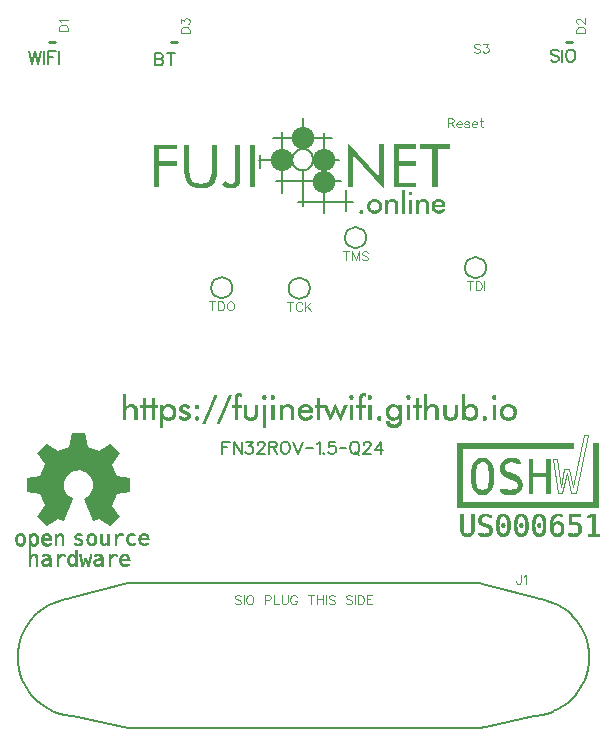
<source format=gbr>
G04 DipTrace 3.3.1.3*
G04 TopSilk.gbr*
%MOMM*%
G04 #@! TF.FileFunction,Legend,Top*
G04 #@! TF.Part,Single*
%ADD10C,0.25*%
%ADD12C,0.076*%
%ADD14C,0.2*%
%ADD17C,0.1*%
%ADD27C,0.15*%
%ADD66O,1.89767X1.88028*%
%ADD67O,1.89767X1.87942*%
%ADD68O,1.89767X1.87856*%
%ADD136C,0.11765*%
%ADD137C,0.15686*%
%FSLAX35Y35*%
G04*
G71*
G90*
G75*
G01*
G04 TopSilk*
%LPD*%
X1628247Y6782973D2*
D10*
X1578267D1*
X6009747D2*
X5959767D1*
X2660123Y6782977D2*
X2610143D1*
X2248840Y2206060D2*
D14*
X2254161D1*
X2316565D1*
X2323337D1*
X3126846D1*
X3142326D1*
X3238592D1*
X3552062D1*
X3884398D1*
X3961315D1*
X3996145D1*
X4023235D1*
X4371051D1*
X4637113D1*
X4780787D1*
X4902208D1*
X5223418D1*
Y2204092D1*
X5276147Y2190315D1*
X5712006Y2075915D1*
X5725551Y2072471D1*
X5744417Y2067428D1*
X5751673Y2066321D1*
X5753125Y2066075D1*
X5799081Y2054512D1*
X5845521Y2037905D1*
X5890026Y2016994D1*
X5932112Y1991777D1*
X5971296Y1962500D1*
X5989195Y1946263D1*
X6007577Y1929534D1*
X6009512Y1927565D1*
X6040472Y1893123D1*
X6041440Y1892385D1*
X6069981Y1853759D1*
X6095136Y1811690D1*
X6115937Y1767406D1*
X6132868Y1721155D1*
X6144478Y1673550D1*
X6151735Y1625084D1*
X6153186Y1592240D1*
X6154153Y1576003D1*
X6151735Y1526922D1*
X6144478Y1478456D1*
X6132868Y1430851D1*
X6115937Y1384599D1*
X6095136Y1340316D1*
X6077721Y1311162D1*
X6069981Y1298246D1*
X6045793Y1266018D1*
X6040472Y1258883D1*
X6009512Y1224440D1*
X6007577Y1222472D1*
X5971296Y1189505D1*
X5932112Y1160229D1*
X5890026Y1135012D1*
X5849391Y1115945D1*
X5845521Y1114100D1*
X5799081Y1097617D1*
X5751673Y1085685D1*
X5703298Y1078427D1*
X5695075Y1078058D1*
X5685400Y1075967D1*
X5276147Y988630D1*
X5223418Y977436D1*
Y975960D1*
X5145051D1*
X5116510D1*
X4887212D1*
X4780787D1*
X4371051D1*
X4159652D1*
X3961315D1*
X3553513D1*
X3552062D1*
X3200860D1*
X3142326D1*
X2965273D1*
X2940118D1*
X2732590D1*
X2323337D1*
X2254161D1*
X2248840D1*
Y977190D1*
X1785407Y1075967D1*
X1775732Y1078058D1*
X1767508Y1078427D1*
X1719133Y1085685D1*
X1671726Y1097617D1*
X1625286Y1114100D1*
X1580781Y1135012D1*
X1538695Y1160229D1*
X1503865Y1186184D1*
X1499511Y1189505D1*
X1481612Y1205374D1*
X1463230Y1222472D1*
X1430335Y1258883D1*
X1400826Y1298246D1*
X1375671Y1340316D1*
X1354870Y1384599D1*
X1337938Y1430851D1*
X1326328Y1478456D1*
X1319072Y1526922D1*
X1316653Y1576003D1*
X1317621Y1592240D1*
X1319072Y1625084D1*
X1326328Y1673550D1*
X1337938Y1721155D1*
X1354870Y1767406D1*
X1375671Y1811690D1*
X1400826Y1853759D1*
X1430335Y1893123D1*
X1463230Y1929534D1*
X1481612Y1946632D1*
X1499511Y1962500D1*
X1503865Y1965945D1*
X1538695Y1991777D1*
X1580781Y2016994D1*
X1625286Y2037905D1*
X1671726Y2054512D1*
X1719133Y2066321D1*
X1724455Y2067182D1*
X1744772Y2072471D1*
X1758317Y2075915D1*
X2248840Y2204584D1*
Y2206060D1*
X4085007Y5127507D2*
G02X4085007Y5127507I90000J0D01*
G01*
X3608757Y4698883D2*
G02X3608757Y4698883I90000J0D01*
G01*
X5101007Y4873507D2*
G02X5101007Y4873507I90000J0D01*
G01*
X2952083Y4703857D2*
G02X2952083Y4703857I90000J0D01*
G01*
G36*
X3284562Y5915563D2*
X3327565D1*
Y5555355D1*
X3284562D1*
Y5915563D1*
G37*
G36*
X4723688Y5916769D2*
X4971210D1*
Y5875167D1*
X4869201D1*
Y5555097D1*
X4825447D1*
Y5875167D1*
X4723688D1*
Y5916769D1*
G37*
G36*
X4499669D2*
X4690685D1*
Y5875856D1*
X4543422D1*
Y5773186D1*
X4690685D1*
Y5733737D1*
X4542672D1*
Y5594546D1*
X4690685D1*
Y5555097D1*
X4499669D1*
Y5916769D1*
G37*
G36*
X4109634Y5555269D2*
Y5932618D1*
X4374157Y5642091D1*
Y5917544D1*
X4415161D1*
Y5537870D1*
X4150638Y5826846D1*
Y5555269D1*
X4109634D1*
G37*
G36*
X3157300Y5914874D2*
X3200554D1*
Y5628482D1*
X3198054Y5604709D1*
X3192804Y5587310D1*
X3185553Y5573874D1*
X3177552Y5564227D1*
X3165801Y5555700D1*
X3152300Y5549929D1*
X3136299Y5547173D1*
X3116547Y5545364D1*
X3102796D1*
X3089544Y5548723D1*
X3070543Y5558111D1*
X3057792Y5566983D1*
X3045291Y5580592D1*
X3074543Y5609877D1*
X3083544Y5599541D1*
X3092045Y5593081D1*
X3104046Y5587052D1*
X3110046Y5584899D1*
X3117297Y5583951D1*
X3128048Y5584554D1*
X3134048Y5586019D1*
X3138549Y5588086D1*
X3143799Y5591617D1*
X3149050Y5597474D1*
X3153050Y5604451D1*
X3155300Y5609447D1*
X3156050Y5615562D1*
X3157050Y5622539D1*
X3157550Y5627879D1*
X3157300Y5914874D1*
G37*
G36*
X2724762Y5915133D2*
X2768516D1*
Y5683349D1*
X2769766Y5662505D1*
X2775017Y5639593D1*
X2783768Y5620299D1*
X2791518Y5610050D1*
X2802769Y5600575D1*
X2819771Y5591962D1*
X2844023Y5586363D1*
X2864525Y5585329D1*
X2893027Y5588086D1*
X2913279Y5594287D1*
X2928280Y5603073D1*
X2936031Y5610050D1*
X2946532Y5624520D1*
X2955033Y5646139D1*
X2960033Y5680076D1*
Y5712806D1*
Y5915305D1*
X3003787D1*
Y5691187D1*
X3000787Y5651996D1*
X2993536Y5622453D1*
X2983035Y5600230D1*
X2969534Y5582659D1*
X2953282Y5568706D1*
X2933531Y5557853D1*
X2908028Y5549757D1*
X2870275Y5545450D1*
X2860524D1*
X2828772Y5547862D1*
X2800519Y5555183D1*
X2779517Y5565347D1*
X2762016Y5578611D1*
X2747264Y5596699D1*
X2735763Y5618749D1*
X2727763Y5648896D1*
X2724512Y5690928D1*
X2724762Y5915133D1*
G37*
X3356318Y5786708D2*
D27*
X3634842D1*
X3553835Y6020043D2*
Y5508327D1*
X3368819Y5825641D2*
Y5719525D1*
X3478079Y5967415D2*
X3972122D1*
X3729601Y6138562D2*
Y5881282D1*
X3912367Y6013410D2*
Y5338214D1*
X3690597Y5431324D2*
X4157638Y5432960D1*
D66*
X3731726Y5968923D3*
G36*
X2661757Y5915908D2*
X2470990D1*
Y5553030D1*
X2514994D1*
Y5733306D1*
X2661757D1*
Y5772669D1*
X2513744D1*
Y5875512D1*
X2661757D1*
Y5915908D1*
G37*
D67*
X3549460Y5784469D3*
X3910492D3*
D68*
Y5602082D3*
X3639343Y5788819D2*
D27*
X3639558Y5795082D1*
X3640203Y5801316D1*
X3641274Y5807488D1*
X3642767Y5813569D1*
X3644673Y5819530D1*
X3646984Y5825341D1*
X3649688Y5830974D1*
X3652773Y5836402D1*
X3656222Y5841598D1*
X3660020Y5846537D1*
X3664148Y5851195D1*
X3668586Y5855548D1*
X3673312Y5859577D1*
X3678303Y5863261D1*
X3683534Y5866582D1*
X3688981Y5869525D1*
X3694617Y5872074D1*
X3700414Y5874217D1*
X3706344Y5875945D1*
X3712378Y5877248D1*
X3718487Y5878120D1*
X3724641Y5878558D1*
X3730810D1*
X3736964Y5878120D1*
X3743073Y5877248D1*
X3749107Y5875945D1*
X3755037Y5874217D1*
X3760834Y5872074D1*
X3766470Y5869525D1*
X3771917Y5866582D1*
X3777149Y5863261D1*
X3782139Y5859577D1*
X3786865Y5855548D1*
X3791303Y5851195D1*
X3795431Y5846537D1*
X3799229Y5841598D1*
X3802678Y5836402D1*
X3805763Y5830974D1*
X3808467Y5825341D1*
X3810778Y5819530D1*
X3812685Y5813569D1*
X3814177Y5807488D1*
X3815248Y5801316D1*
X3815893Y5795082D1*
X3816108Y5788819D1*
X3815893Y5782555D1*
X3815248Y5776322D1*
X3814177Y5770150D1*
X3812685Y5764068D1*
X3810778Y5758107D1*
X3808467Y5752296D1*
X3805763Y5746663D1*
X3802678Y5741235D1*
X3799229Y5736039D1*
X3795431Y5731100D1*
X3791303Y5726443D1*
X3786865Y5722089D1*
X3782139Y5718060D1*
X3777149Y5714376D1*
X3771917Y5711055D1*
X3766470Y5708113D1*
X3760834Y5705563D1*
X3755037Y5703420D1*
X3749107Y5701692D1*
X3743073Y5700389D1*
X3736964Y5699517D1*
X3730810Y5699080D1*
X3724641D1*
X3718487Y5699517D1*
X3712378Y5700389D1*
X3706344Y5701692D1*
X3700414Y5703420D1*
X3694617Y5705563D1*
X3688981Y5708113D1*
X3683534Y5711055D1*
X3678303Y5714376D1*
X3673312Y5718060D1*
X3668586Y5722089D1*
X3664148Y5726443D1*
X3660020Y5731100D1*
X3656222Y5736039D1*
X3652773Y5741235D1*
X3649688Y5746663D1*
X3646984Y5752296D1*
X3644673Y5758107D1*
X3642767Y5764068D1*
X3641274Y5770150D1*
X3640203Y5776322D1*
X3639558Y5782555D1*
X3639343Y5788819D1*
X4095133Y5532788D2*
Y5351737D1*
X3502831Y5608930D2*
X4056130D1*
X4035878Y5786622D2*
X3836110D1*
X3729601Y5695235D2*
X3731101Y5397387D1*
X5845838Y3249542D2*
D17*
X5883395D1*
X5910698Y3018596D1*
X5943067Y3171485D1*
X5983218D1*
X6015957Y3018227D1*
X6108368Y3461043D1*
X6145925D1*
X6038442Y2964960D1*
X6001997D1*
X5963204Y3134161D1*
X5924782Y2964960D1*
X5888337D1*
X5845838Y3249542D1*
G36*
X6020652Y3389621D2*
Y3340225D1*
X5082338D1*
Y2885429D1*
X6184594D1*
X6183606Y3389621D1*
X6233024D1*
Y2836309D1*
X5033662D1*
Y3389621D1*
X6020652D1*
G37*
G36*
X1657945Y2746260D2*
X1701544Y2728314D1*
X1707196Y2730994D1*
X1782284Y2915237D1*
X1781015Y2920015D1*
X1765329Y2928173D1*
X1751141Y2938661D1*
X1737992Y2950897D1*
X1725189Y2967562D1*
X1717577Y2983994D1*
X1710772Y3003455D1*
X1707542Y3021285D1*
X1706850Y3042378D1*
X1709733Y3061257D1*
X1713309Y3074193D1*
X1720691Y3091090D1*
X1730726Y3107056D1*
X1743067Y3121506D1*
X1758177Y3134325D1*
X1773979Y3143648D1*
X1792780Y3151689D1*
X1811927Y3156234D1*
X1829920Y3157749D1*
X1843762Y3156700D1*
X1863485Y3153087D1*
X1882055Y3146328D1*
X1898088Y3137122D1*
X1912506Y3126517D1*
X1927039Y3111134D1*
X1937189Y3096334D1*
X1946417Y3077456D1*
X1951376Y3059859D1*
X1953222Y3046340D1*
X1953914Y3027578D1*
X1951953Y3009282D1*
X1946647Y2990170D1*
X1937881Y2970825D1*
X1926808Y2955675D1*
X1914697Y2942623D1*
X1899126Y2930737D1*
X1881363Y2920715D1*
X1879056Y2917452D1*
X1879518Y2913373D1*
X1954491Y2730062D1*
X1960027Y2728197D1*
X2004088Y2746377D1*
X2097746Y2683797D1*
X2100168D1*
X2180216Y2763158D1*
X2180447Y2766537D1*
X2117354Y2859650D1*
X2156340Y2953927D1*
X2268915Y2975836D1*
X2268684Y3091673D1*
X2155764Y3113465D1*
X2117239Y3206577D1*
X2181831Y3302603D1*
X2099246Y3384528D1*
X2004549Y3320666D1*
X1910660Y3358890D1*
X1888745Y3471580D1*
X1772711Y3471813D1*
X1750334Y3359007D1*
X1657022Y3320433D1*
X1561979Y3384295D1*
X1479740Y3302603D1*
X1543640Y3207626D1*
X1505116Y3113698D1*
X1392310Y3091789D1*
Y2975603D1*
X1505116Y2953345D1*
X1543409Y2861281D1*
X1479971Y2765489D1*
X1561749Y2682632D1*
X1655522Y2746144D1*
X1657945Y2746260D1*
G37*
X3174553Y3809030D2*
D12*
X3201153D1*
X4227153D2*
X4253753D1*
X2205553Y3805230D2*
X2224553D1*
X3167847D2*
X3202907D1*
X4220447D2*
X4255507D1*
X4755353D2*
X4774353D1*
X5078353D2*
X5097353D1*
X2205553Y3801430D2*
X2224553D1*
X3162955D2*
X3203999D1*
X4215555D2*
X4256599D1*
X4755353D2*
X4774353D1*
X5078353D2*
X5097353D1*
X2205553Y3797630D2*
X2224553D1*
X3159652D2*
X3204552D1*
X4212252D2*
X4257152D1*
X4755353D2*
X4774353D1*
X5078353D2*
X5097353D1*
X2205553Y3793830D2*
X2224553D1*
X2980753D2*
X2995953D1*
X3102353D2*
X3117553D1*
X3157437D2*
X3204806D1*
X3391153D2*
X3406353D1*
X3463353D2*
X3478553D1*
X4128353D2*
X4143553D1*
X4210037D2*
X4257406D1*
X4284153D2*
X4299353D1*
X4610953D2*
X4626153D1*
X4755353D2*
X4774353D1*
X5078353D2*
X5097353D1*
X5336753D2*
X5351953D1*
X2205553Y3790030D2*
X2224553D1*
X2979310D2*
X2994639D1*
X3100910D2*
X3116239D1*
X3155825D2*
X3178955D1*
X3201153D2*
X3204953D1*
X3388812D2*
X3408695D1*
X3461012D2*
X3480895D1*
X4126012D2*
X4145895D1*
X4208425D2*
X4231555D1*
X4253753D2*
X4257553D1*
X4281812D2*
X4301695D1*
X4608612D2*
X4628495D1*
X4755353D2*
X4774353D1*
X5078353D2*
X5097353D1*
X5334412D2*
X5354295D1*
X2205553Y3786230D2*
X2224553D1*
X2977677D2*
X2993375D1*
X3099277D2*
X3114975D1*
X3154381D2*
X3176246D1*
X3386793D2*
X3410728D1*
X3458993D2*
X3482928D1*
X4123993D2*
X4147928D1*
X4206981D2*
X4228846D1*
X4279793D2*
X4303728D1*
X4606593D2*
X4630528D1*
X4755353D2*
X4774353D1*
X5078353D2*
X5097353D1*
X5332393D2*
X5356328D1*
X2205553Y3782430D2*
X2224553D1*
X2975912D2*
X2992155D1*
X3097512D2*
X3113755D1*
X3153178D2*
X3174063D1*
X3385391D2*
X3412250D1*
X3457591D2*
X3484450D1*
X4122591D2*
X4149450D1*
X4205778D2*
X4226663D1*
X4278391D2*
X4305250D1*
X4605191D2*
X4632050D1*
X4755353D2*
X4774353D1*
X5078353D2*
X5097353D1*
X5330991D2*
X5357850D1*
X2205553Y3778630D2*
X2224553D1*
X2974081D2*
X2990739D1*
X3095681D2*
X3112339D1*
X3152425D2*
X3172471D1*
X3384614D2*
X3413012D1*
X3456814D2*
X3485212D1*
X4121814D2*
X4150212D1*
X4205025D2*
X4225071D1*
X4277614D2*
X4306012D1*
X4604414D2*
X4632812D1*
X4755353D2*
X4774353D1*
X5078353D2*
X5097353D1*
X5330214D2*
X5358612D1*
X2205553Y3774830D2*
X2224553D1*
X2972325D2*
X2989098D1*
X3093925D2*
X3110698D1*
X3152039D2*
X3171541D1*
X3385491D2*
X3413210D1*
X3457691D2*
X3485410D1*
X4122691D2*
X4150410D1*
X4204639D2*
X4224141D1*
X4278491D2*
X4306210D1*
X4605291D2*
X4633010D1*
X4755353D2*
X4774353D1*
X5078353D2*
X5097353D1*
X5331091D2*
X5358810D1*
X2205553Y3771030D2*
X2224553D1*
X2970796D2*
X2987323D1*
X3092396D2*
X3108923D1*
X3151866D2*
X3171083D1*
X3386932D2*
X3411596D1*
X3459132D2*
X3483796D1*
X4124132D2*
X4148796D1*
X4204466D2*
X4223683D1*
X4279932D2*
X4304596D1*
X4606732D2*
X4631396D1*
X4755353D2*
X4774353D1*
X5078353D2*
X5097353D1*
X5332532D2*
X5357196D1*
X2205553Y3767230D2*
X2224553D1*
X2372753D2*
X2391753D1*
X2448753D2*
X2467753D1*
X2969447D2*
X2985486D1*
X3091047D2*
X3107086D1*
X3151795D2*
X3170881D1*
X3388886D2*
X3409178D1*
X3461086D2*
X3481378D1*
X3850953D2*
X3869953D1*
X4126086D2*
X4146378D1*
X4204395D2*
X4223481D1*
X4281886D2*
X4302178D1*
X4608686D2*
X4628978D1*
X4683153D2*
X4702153D1*
X4755353D2*
X4774353D1*
X5078353D2*
X5097353D1*
X5334486D2*
X5354778D1*
X2205553Y3763430D2*
X2224553D1*
X2372753D2*
X2391753D1*
X2448753D2*
X2467753D1*
X2967975D2*
X2983727D1*
X3089575D2*
X3105327D1*
X3151768D2*
X3170801D1*
X3391153D2*
X3406353D1*
X3463353D2*
X3478553D1*
X3850953D2*
X3869953D1*
X4128353D2*
X4143553D1*
X4204368D2*
X4223401D1*
X4284153D2*
X4299353D1*
X4610953D2*
X4626153D1*
X4683153D2*
X4702153D1*
X4755353D2*
X4774353D1*
X5078353D2*
X5097353D1*
X5336753D2*
X5351953D1*
X2205553Y3759630D2*
X2224553D1*
X2372753D2*
X2391753D1*
X2448753D2*
X2467753D1*
X2966311D2*
X2982197D1*
X3087911D2*
X3103797D1*
X3151758D2*
X3170770D1*
X3850953D2*
X3869953D1*
X4204358D2*
X4223370D1*
X4683153D2*
X4702153D1*
X4755353D2*
X4774353D1*
X5078353D2*
X5097353D1*
X2205553Y3755830D2*
X2224553D1*
X2372753D2*
X2391753D1*
X2448753D2*
X2467753D1*
X2964528D2*
X2980847D1*
X3086128D2*
X3102447D1*
X3151755D2*
X3170759D1*
X3850953D2*
X3869953D1*
X4204355D2*
X4223359D1*
X4683153D2*
X4702153D1*
X4755353D2*
X4774353D1*
X5078353D2*
X5097353D1*
X2205553Y3752030D2*
X2224553D1*
X2372753D2*
X2391753D1*
X2448753D2*
X2467753D1*
X2962687D2*
X2979375D1*
X3084287D2*
X3100975D1*
X3151754D2*
X3170755D1*
X3850953D2*
X3869953D1*
X4204354D2*
X4223355D1*
X4683153D2*
X4702153D1*
X4755353D2*
X4774353D1*
X5078353D2*
X5097353D1*
X2205553Y3748230D2*
X2224553D1*
X2372753D2*
X2391753D1*
X2448753D2*
X2467753D1*
X2960928D2*
X2977711D1*
X3082528D2*
X3099311D1*
X3151754D2*
X3170754D1*
X3850953D2*
X3869953D1*
X4204354D2*
X4223354D1*
X4683153D2*
X4702153D1*
X4755353D2*
X4774353D1*
X5078353D2*
X5097353D1*
X2205553Y3744430D2*
X2224553D1*
X2372753D2*
X2391753D1*
X2448753D2*
X2467753D1*
X2959397D2*
X2975928D1*
X3080997D2*
X3097528D1*
X3151753D2*
X3170754D1*
X3850953D2*
X3869953D1*
X4204353D2*
X4223354D1*
X4683153D2*
X4702153D1*
X4755353D2*
X4774353D1*
X5078353D2*
X5097353D1*
X2205553Y3740630D2*
X2224553D1*
X2372753D2*
X2391753D1*
X2448753D2*
X2467753D1*
X2958047D2*
X2974087D1*
X3079647D2*
X3095687D1*
X3151753D2*
X3170753D1*
X3850953D2*
X3869953D1*
X4204353D2*
X4223353D1*
X4683153D2*
X4702153D1*
X4755353D2*
X4774353D1*
X5078353D2*
X5097353D1*
X2205553Y3736830D2*
X2224553D1*
X2372753D2*
X2391753D1*
X2448753D2*
X2467753D1*
X2956575D2*
X2972328D1*
X3078175D2*
X3093928D1*
X3151753D2*
X3170753D1*
X3850953D2*
X3869953D1*
X4204353D2*
X4223353D1*
X4683153D2*
X4702153D1*
X4755353D2*
X4774353D1*
X5078353D2*
X5097353D1*
X2205553Y3733030D2*
X2224553D1*
X2372753D2*
X2391753D1*
X2448753D2*
X2467753D1*
X2954911D2*
X2970797D1*
X3076511D2*
X3092397D1*
X3151753D2*
X3170753D1*
X3850953D2*
X3869953D1*
X4204353D2*
X4223353D1*
X4683153D2*
X4702153D1*
X4755353D2*
X4774353D1*
X5078353D2*
X5097353D1*
X2205553Y3729230D2*
X2224553D1*
X2372753D2*
X2391753D1*
X2448753D2*
X2467753D1*
X2953128D2*
X2969447D1*
X3074728D2*
X3091047D1*
X3151753D2*
X3170753D1*
X3850953D2*
X3869953D1*
X4204353D2*
X4223353D1*
X4683153D2*
X4702153D1*
X4755353D2*
X4774353D1*
X5078353D2*
X5097353D1*
X2205553Y3725430D2*
X2224553D1*
X2372753D2*
X2391753D1*
X2448753D2*
X2467753D1*
X2951287D2*
X2967975D1*
X3072887D2*
X3089575D1*
X3151753D2*
X3170753D1*
X3850953D2*
X3869953D1*
X4204353D2*
X4223353D1*
X4683153D2*
X4702153D1*
X4755353D2*
X4774353D1*
X5078353D2*
X5097353D1*
X2205553Y3721630D2*
X2224553D1*
X2372753D2*
X2391753D1*
X2448753D2*
X2467753D1*
X2949528D2*
X2966311D1*
X3071128D2*
X3087911D1*
X3151753D2*
X3170753D1*
X3850953D2*
X3869953D1*
X4204353D2*
X4223353D1*
X4683153D2*
X4702153D1*
X4755353D2*
X4774353D1*
X5078353D2*
X5097353D1*
X2205553Y3717830D2*
X2224553D1*
X2258753D2*
X2289153D1*
X2372753D2*
X2391753D1*
X2448753D2*
X2467753D1*
X2574153D2*
X2604553D1*
X2710953D2*
X2741353D1*
X2947997D2*
X2964528D1*
X3069597D2*
X3086128D1*
X3151753D2*
X3170753D1*
X3584953D2*
X3615353D1*
X3733153D2*
X3763553D1*
X3850953D2*
X3869953D1*
X3999153D2*
X4002953D1*
X4204353D2*
X4223353D1*
X4474153D2*
X4504553D1*
X4683153D2*
X4702153D1*
X4755353D2*
X4774353D1*
X4808553D2*
X4838953D1*
X5078353D2*
X5097353D1*
X5131553D2*
X5165753D1*
X5446953D2*
X5481153D1*
X2205553Y3714030D2*
X2224553D1*
X2251445D2*
X2296904D1*
X2349953D2*
X2418353D1*
X2425953D2*
X2494353D1*
X2520953D2*
X2539953D1*
X2567300D2*
X2613161D1*
X2703645D2*
X2748207D1*
X2821153D2*
X2836353D1*
X2946647D2*
X2962687D1*
X3068247D2*
X3084287D1*
X3125153D2*
X3204953D1*
X3227753D2*
X3246753D1*
X3322753D2*
X3341753D1*
X3391153D2*
X3410153D1*
X3463353D2*
X3482353D1*
X3531753D2*
X3550753D1*
X3577645D2*
X3623104D1*
X3724546D2*
X3772161D1*
X3828153D2*
X3923153D1*
X3997710D2*
X4004267D1*
X4078953D2*
X4101753D1*
X4128353D2*
X4147353D1*
X4177753D2*
X4257553D1*
X4284153D2*
X4303153D1*
X4466258D2*
X4513175D1*
X4538753D2*
X4557753D1*
X4610953D2*
X4629953D1*
X4660353D2*
X4728753D1*
X4755353D2*
X4774353D1*
X4801245D2*
X4846704D1*
X4918753D2*
X4937753D1*
X5013753D2*
X5032753D1*
X5078353D2*
X5097353D1*
X5124700D2*
X5172607D1*
X5336753D2*
X5355753D1*
X5438346D2*
X5489905D1*
X2205553Y3710230D2*
X2224568D1*
X2245448D2*
X2303342D1*
X2349953D2*
X2418353D1*
X2425953D2*
X2494353D1*
X2520953D2*
X2539968D1*
X2561263D2*
X2620274D1*
X2697677D2*
X2754214D1*
X2818812D2*
X2839407D1*
X2945175D2*
X2960928D1*
X3066775D2*
X3082528D1*
X3125153D2*
X3204953D1*
X3227753D2*
X3246753D1*
X3322753D2*
X3341753D1*
X3391153D2*
X3410153D1*
X3463353D2*
X3482353D1*
X3531753D2*
X3550768D1*
X3571648D2*
X3629542D1*
X3717432D2*
X3779274D1*
X3828153D2*
X3896553D1*
X3904755D2*
X3925052D1*
X3996091D2*
X4005532D1*
X4076612D2*
X4099397D1*
X4128353D2*
X4147353D1*
X4177753D2*
X4257553D1*
X4284153D2*
X4303153D1*
X4459348D2*
X4520434D1*
X4538598D2*
X4557753D1*
X4610953D2*
X4629953D1*
X4660353D2*
X4728753D1*
X4755353D2*
X4774368D1*
X4795248D2*
X4853142D1*
X4918753D2*
X4937753D1*
X5013753D2*
X5032753D1*
X5078353D2*
X5097368D1*
X5118663D2*
X5178629D1*
X5336753D2*
X5355753D1*
X5431232D2*
X5497506D1*
X2205553Y3706430D2*
X2224713D1*
X2240398D2*
X2308305D1*
X2349953D2*
X2418353D1*
X2425953D2*
X2494353D1*
X2520953D2*
X2540113D1*
X2556046D2*
X2625884D1*
X2692906D2*
X2759138D1*
X2816793D2*
X2841629D1*
X2943511D2*
X2959397D1*
X3065111D2*
X3080997D1*
X3125153D2*
X3204953D1*
X3227753D2*
X3246753D1*
X3322753D2*
X3341753D1*
X3391153D2*
X3410153D1*
X3463353D2*
X3482353D1*
X3531753D2*
X3550913D1*
X3566598D2*
X3634505D1*
X3711807D2*
X3784899D1*
X3828153D2*
X3896553D1*
X3905831D2*
X3926645D1*
X3994446D2*
X4006751D1*
X4074564D2*
X4097230D1*
X4128353D2*
X4147353D1*
X4177753D2*
X4257553D1*
X4284153D2*
X4303153D1*
X4453593D2*
X4526651D1*
X4538007D2*
X4557753D1*
X4610953D2*
X4629953D1*
X4660353D2*
X4728753D1*
X4755353D2*
X4774513D1*
X4790198D2*
X4858105D1*
X4918753D2*
X4937753D1*
X5013753D2*
X5032753D1*
X5078353D2*
X5097513D1*
X5113446D2*
X5183702D1*
X5336753D2*
X5355753D1*
X5425607D2*
X5504042D1*
X2205553Y3702630D2*
X2225300D1*
X2235521D2*
X2312137D1*
X2349953D2*
X2418353D1*
X2425953D2*
X2494353D1*
X2520953D2*
X2540700D1*
X2551040D2*
X2630413D1*
X2689116D2*
X2762893D1*
X2815391D2*
X2842887D1*
X2941728D2*
X2958047D1*
X3063328D2*
X3079647D1*
X3125153D2*
X3204953D1*
X3227753D2*
X3246753D1*
X3322753D2*
X3341753D1*
X3391153D2*
X3410153D1*
X3463353D2*
X3482353D1*
X3531753D2*
X3551500D1*
X3561721D2*
X3638337D1*
X3707145D2*
X3789547D1*
X3828153D2*
X3896553D1*
X3907314D2*
X3928242D1*
X3992965D2*
X4008167D1*
X4072894D2*
X4095195D1*
X4128353D2*
X4147353D1*
X4177753D2*
X4257553D1*
X4284153D2*
X4303153D1*
X4449137D2*
X4532651D1*
X4536708D2*
X4557753D1*
X4610953D2*
X4629953D1*
X4660353D2*
X4728753D1*
X4755353D2*
X4775100D1*
X4785321D2*
X4861937D1*
X4918753D2*
X4937753D1*
X5013753D2*
X5032753D1*
X5078353D2*
X5098100D1*
X5108440D2*
X5188104D1*
X5336753D2*
X5355753D1*
X5420945D2*
X5509664D1*
X2205553Y3698830D2*
X2226599D1*
X2230217D2*
X2251328D1*
X2280792D2*
X2315208D1*
X2349953D2*
X2418353D1*
X2425953D2*
X2494353D1*
X2520953D2*
X2541999D1*
X2545664D2*
X2570513D1*
X2600579D2*
X2634080D1*
X2686176D2*
X2710968D1*
X2736792D2*
X2765752D1*
X2814614D2*
X2843355D1*
X2939887D2*
X2956575D1*
X3061487D2*
X3078175D1*
X3125153D2*
X3204953D1*
X3227753D2*
X3246753D1*
X3322753D2*
X3341753D1*
X3391153D2*
X3410153D1*
X3463353D2*
X3482353D1*
X3531753D2*
X3552799D1*
X3556417D2*
X3577528D1*
X3606992D2*
X3641408D1*
X3702994D2*
X3733313D1*
X3763379D2*
X3793579D1*
X3828153D2*
X3896553D1*
X3909023D2*
X3929946D1*
X3991636D2*
X4009808D1*
X4071484D2*
X4093241D1*
X4128353D2*
X4147353D1*
X4177753D2*
X4257553D1*
X4284153D2*
X4303153D1*
X4445829D2*
X4483247D1*
X4506860D2*
X4557753D1*
X4610953D2*
X4629953D1*
X4660353D2*
X4728753D1*
X4755353D2*
X4776399D1*
X4780017D2*
X4801128D1*
X4830592D2*
X4865008D1*
X4918753D2*
X4937753D1*
X5013753D2*
X5032753D1*
X5078353D2*
X5099399D1*
X5103064D2*
X5132475D1*
X5157994D2*
X5192037D1*
X5336753D2*
X5355753D1*
X5416794D2*
X5450913D1*
X5476004D2*
X5514359D1*
X2205553Y3695030D2*
X2244497D1*
X2286680D2*
X2317483D1*
X2372753D2*
X2391753D1*
X2448753D2*
X2467753D1*
X2520953D2*
X2563563D1*
X2607410D2*
X2636980D1*
X2683908D2*
X2707317D1*
X2742670D2*
X2766144D1*
X2815491D2*
X2843332D1*
X2938128D2*
X2954911D1*
X3059728D2*
X3076511D1*
X3151753D2*
X3170753D1*
X3227753D2*
X3246753D1*
X3322753D2*
X3341753D1*
X3391153D2*
X3410153D1*
X3463353D2*
X3482353D1*
X3531753D2*
X3570697D1*
X3612880D2*
X3643683D1*
X3699199D2*
X3726363D1*
X3770210D2*
X3797024D1*
X3850953D2*
X3869953D1*
X3910835D2*
X3931633D1*
X3990171D2*
X4011584D1*
X4069988D2*
X4091330D1*
X4128353D2*
X4147353D1*
X4204353D2*
X4223353D1*
X4284153D2*
X4303153D1*
X4443266D2*
X4475017D1*
X4515104D2*
X4557753D1*
X4610953D2*
X4629953D1*
X4683153D2*
X4702153D1*
X4755353D2*
X4794297D1*
X4836480D2*
X4867283D1*
X4918753D2*
X4937753D1*
X5013753D2*
X5032753D1*
X5078353D2*
X5123421D1*
X5164943D2*
X5195444D1*
X5336753D2*
X5355753D1*
X5412984D2*
X5443948D1*
X5484721D2*
X5518156D1*
X2205553Y3691230D2*
X2238940D1*
X2291254D2*
X2319183D1*
X2372753D2*
X2391753D1*
X2448753D2*
X2467753D1*
X2520953D2*
X2557640D1*
X2612967D2*
X2639360D1*
X2682286D2*
X2704149D1*
X2747159D2*
X2763780D1*
X2816932D2*
X2841653D1*
X2936597D2*
X2953128D1*
X3058197D2*
X3074728D1*
X3151753D2*
X3170753D1*
X3227753D2*
X3246753D1*
X3322753D2*
X3341753D1*
X3391153D2*
X3410153D1*
X3463353D2*
X3482353D1*
X3531753D2*
X3565140D1*
X3617454D2*
X3645383D1*
X3695963D2*
X3720440D1*
X3775767D2*
X3799819D1*
X3850953D2*
X3869953D1*
X3912584D2*
X3933131D1*
X3988510D2*
X4013421D1*
X4068331D2*
X4089543D1*
X4128353D2*
X4147353D1*
X4204353D2*
X4223353D1*
X4284153D2*
X4303153D1*
X4441078D2*
X4468805D1*
X4521435D2*
X4557753D1*
X4610953D2*
X4629953D1*
X4683153D2*
X4702153D1*
X4755353D2*
X4788740D1*
X4841054D2*
X4868983D1*
X4918753D2*
X4937753D1*
X5013753D2*
X5032753D1*
X5078353D2*
X5116576D1*
X5170866D2*
X5198226D1*
X5336753D2*
X5355753D1*
X5409629D2*
X5437907D1*
X5491844D2*
X5521127D1*
X2205553Y3687430D2*
X2234915D1*
X2294613D2*
X2320681D1*
X2372753D2*
X2391753D1*
X2448753D2*
X2467753D1*
X2520953D2*
X2553057D1*
X2617006D2*
X2641458D1*
X2681346D2*
X2701907D1*
X2750306D2*
X2760372D1*
X2818886D2*
X2839200D1*
X2935247D2*
X2951287D1*
X3056847D2*
X3072887D1*
X3151753D2*
X3170753D1*
X3227753D2*
X3246753D1*
X3322753D2*
X3341753D1*
X3391153D2*
X3410153D1*
X3463353D2*
X3482353D1*
X3531753D2*
X3561115D1*
X3620813D2*
X3646881D1*
X3693553D2*
X3715857D1*
X3779791D2*
X3802045D1*
X3850953D2*
X3869953D1*
X3914111D2*
X3934467D1*
X3986727D2*
X4015179D1*
X4066663D2*
X4088003D1*
X4128353D2*
X4147353D1*
X4204353D2*
X4223353D1*
X4284153D2*
X4303153D1*
X4439069D2*
X4464270D1*
X4526336D2*
X4557753D1*
X4610953D2*
X4629953D1*
X4683153D2*
X4702153D1*
X4755353D2*
X4784715D1*
X4844413D2*
X4870481D1*
X4918753D2*
X4937753D1*
X5013753D2*
X5032753D1*
X5078353D2*
X5111802D1*
X5175450D2*
X5200433D1*
X5336753D2*
X5355753D1*
X5406854D2*
X5432958D1*
X5497354D2*
X5523539D1*
X2205553Y3683630D2*
X2232087D1*
X2297073D2*
X2321910D1*
X2372753D2*
X2391753D1*
X2448753D2*
X2467753D1*
X2520953D2*
X2549695D1*
X2619953D2*
X2643320D1*
X2680899D2*
X2700409D1*
X2752753D2*
X2756553D1*
X2821153D2*
X2836353D1*
X2933775D2*
X2949528D1*
X3055375D2*
X3071128D1*
X3151753D2*
X3170753D1*
X3227753D2*
X3246753D1*
X3322753D2*
X3341753D1*
X3391153D2*
X3410153D1*
X3463353D2*
X3482353D1*
X3531753D2*
X3558287D1*
X3623273D2*
X3648110D1*
X3691780D2*
X3712495D1*
X3782619D2*
X3803780D1*
X3850953D2*
X3869953D1*
X3915460D2*
X3935935D1*
X3984887D2*
X4016710D1*
X4065172D2*
X4086649D1*
X4128353D2*
X4147353D1*
X4204353D2*
X4223353D1*
X4284153D2*
X4303153D1*
X4437139D2*
X4460995D1*
X4530170D2*
X4557753D1*
X4610953D2*
X4629953D1*
X4683153D2*
X4702153D1*
X4755353D2*
X4781887D1*
X4846873D2*
X4871710D1*
X4918753D2*
X4937753D1*
X5013753D2*
X5032753D1*
X5078353D2*
X5108237D1*
X5178811D2*
X5202047D1*
X5336753D2*
X5355753D1*
X5404521D2*
X5429037D1*
X5501306D2*
X5525665D1*
X2205553Y3679830D2*
X2230092D1*
X2298773D2*
X2322675D1*
X2372753D2*
X2391753D1*
X2448753D2*
X2467753D1*
X2520953D2*
X2547220D1*
X2622299D2*
X2644889D1*
X2680830D2*
X2700425D1*
X2932111D2*
X2947997D1*
X3053711D2*
X3069597D1*
X3151753D2*
X3170753D1*
X3227753D2*
X3246753D1*
X3322753D2*
X3341753D1*
X3391153D2*
X3410153D1*
X3463353D2*
X3482353D1*
X3531753D2*
X3556292D1*
X3624973D2*
X3648875D1*
X3690233D2*
X3710035D1*
X3784630D2*
X3805197D1*
X3850953D2*
X3869953D1*
X3916932D2*
X3937582D1*
X3983128D2*
X4018059D1*
X4063838D2*
X4085175D1*
X4128353D2*
X4147353D1*
X4204353D2*
X4223353D1*
X4284153D2*
X4303153D1*
X4435361D2*
X4458574D1*
X4533124D2*
X4557753D1*
X4610953D2*
X4629953D1*
X4683153D2*
X4702153D1*
X4755353D2*
X4779892D1*
X4848573D2*
X4872475D1*
X4918753D2*
X4937753D1*
X5013753D2*
X5032753D1*
X5078353D2*
X5105344D1*
X5181272D2*
X5203113D1*
X5336753D2*
X5355753D1*
X5402440D2*
X5426013D1*
X5504198D2*
X5527651D1*
X2205553Y3676030D2*
X2228570D1*
X2299744D2*
X2323065D1*
X2372753D2*
X2391753D1*
X2448753D2*
X2467753D1*
X2520953D2*
X2545385D1*
X2624247D2*
X2646237D1*
X2681248D2*
X2702156D1*
X2930328D2*
X2946647D1*
X3051928D2*
X3068247D1*
X3151753D2*
X3170753D1*
X3227753D2*
X3246753D1*
X3322753D2*
X3341753D1*
X3391153D2*
X3410153D1*
X3463353D2*
X3482353D1*
X3531753D2*
X3554770D1*
X3625944D2*
X3649265D1*
X3688856D2*
X3708333D1*
X3786299D2*
X3806567D1*
X3850953D2*
X3869953D1*
X3918596D2*
X3939246D1*
X3981597D2*
X4019532D1*
X4062372D2*
X4083511D1*
X4128353D2*
X4147353D1*
X4204353D2*
X4223353D1*
X4284153D2*
X4303153D1*
X4433952D2*
X4456767D1*
X4535397D2*
X4557753D1*
X4610953D2*
X4629953D1*
X4683153D2*
X4702153D1*
X4755353D2*
X4778370D1*
X4849544D2*
X4872865D1*
X4918753D2*
X4937753D1*
X5013753D2*
X5032753D1*
X5078353D2*
X5103159D1*
X5182988D2*
X5204057D1*
X5336753D2*
X5355753D1*
X5400599D2*
X5423580D1*
X5506518D2*
X5529572D1*
X2205553Y3672230D2*
X2227161D1*
X2300217D2*
X2323240D1*
X2372753D2*
X2391753D1*
X2448753D2*
X2467753D1*
X2520953D2*
X2543930D1*
X2625735D2*
X2647581D1*
X2682276D2*
X2706794D1*
X2928487D2*
X2945175D1*
X3050087D2*
X3066775D1*
X3151753D2*
X3170753D1*
X3227753D2*
X3246753D1*
X3322753D2*
X3341753D1*
X3391153D2*
X3410153D1*
X3463353D2*
X3482353D1*
X3531753D2*
X3553361D1*
X3626417D2*
X3649440D1*
X3687602D2*
X3707360D1*
X3788328D2*
X3807742D1*
X3850953D2*
X3869953D1*
X3920379D2*
X3940735D1*
X3980247D2*
X3995209D1*
X4006898D2*
X4021196D1*
X4060725D2*
X4081728D1*
X4128353D2*
X4147353D1*
X4204353D2*
X4223353D1*
X4284153D2*
X4303153D1*
X4433097D2*
X4455323D1*
X4537020D2*
X4557753D1*
X4610953D2*
X4629953D1*
X4683153D2*
X4702153D1*
X4755353D2*
X4776961D1*
X4850017D2*
X4873040D1*
X4918753D2*
X4937753D1*
X5013753D2*
X5032753D1*
X5078353D2*
X5101499D1*
X5184092D2*
X5205168D1*
X5336753D2*
X5355753D1*
X5399166D2*
X5421461D1*
X5508453D2*
X5531347D1*
X2205553Y3668430D2*
X2225972D1*
X2300423D2*
X2323311D1*
X2372753D2*
X2391753D1*
X2448753D2*
X2467753D1*
X2520953D2*
X2542547D1*
X2626746D2*
X2648747D1*
X2683887D2*
X2713203D1*
X2926728D2*
X2943511D1*
X3048328D2*
X3065111D1*
X3151753D2*
X3170753D1*
X3227753D2*
X3246753D1*
X3322753D2*
X3341753D1*
X3391153D2*
X3410153D1*
X3463353D2*
X3482353D1*
X3531753D2*
X3552172D1*
X3626623D2*
X3649511D1*
X3686300D2*
X3706863D1*
X3790981D2*
X3808486D1*
X3850953D2*
X3869953D1*
X3922219D2*
X3942069D1*
X3978775D2*
X3994707D1*
X4007400D2*
X4022979D1*
X4059061D2*
X4079887D1*
X4128353D2*
X4147353D1*
X4204353D2*
X4223353D1*
X4284153D2*
X4303153D1*
X4432667D2*
X4453945D1*
X4537975D2*
X4557753D1*
X4610953D2*
X4629953D1*
X4683153D2*
X4702153D1*
X4755353D2*
X4775772D1*
X4850223D2*
X4873111D1*
X4918753D2*
X4937753D1*
X5013753D2*
X5032753D1*
X5078353D2*
X5100016D1*
X5185050D2*
X5206223D1*
X5336753D2*
X5355753D1*
X5398287D2*
X5419606D1*
X5509937D2*
X5532755D1*
X2205553Y3664630D2*
X2225223D1*
X2300505D2*
X2323338D1*
X2372753D2*
X2391753D1*
X2448753D2*
X2467753D1*
X2520953D2*
X2541367D1*
X2627669D2*
X2649488D1*
X2686237D2*
X2721329D1*
X2925197D2*
X2941728D1*
X3046797D2*
X3063328D1*
X3151753D2*
X3170753D1*
X3227753D2*
X3246753D1*
X3322753D2*
X3341753D1*
X3391153D2*
X3410153D1*
X3463353D2*
X3482353D1*
X3531753D2*
X3551423D1*
X3626705D2*
X3649538D1*
X3685150D2*
X3808869D1*
X3850953D2*
X3869953D1*
X3923979D2*
X3943535D1*
X3977111D2*
X3993662D1*
X4008444D2*
X4024819D1*
X4057572D2*
X4078128D1*
X4128353D2*
X4147353D1*
X4204353D2*
X4223353D1*
X4284153D2*
X4303153D1*
X4432476D2*
X4452766D1*
X4538571D2*
X4557753D1*
X4610953D2*
X4629953D1*
X4683153D2*
X4702153D1*
X4755353D2*
X4775023D1*
X4850305D2*
X4873138D1*
X4918753D2*
X4937753D1*
X5013753D2*
X5032753D1*
X5078353D2*
X5098793D1*
X5186166D2*
X5206917D1*
X5336753D2*
X5355753D1*
X5397720D2*
X5418168D1*
X5510947D2*
X5533610D1*
X2205553Y3660830D2*
X2224839D1*
X2300536D2*
X2323348D1*
X2372753D2*
X2391753D1*
X2448753D2*
X2467753D1*
X2520953D2*
X2540622D1*
X2628772D2*
X2649869D1*
X2689738D2*
X2730428D1*
X2923847D2*
X2939887D1*
X3045447D2*
X3061487D1*
X3151753D2*
X3170753D1*
X3227753D2*
X3246753D1*
X3322753D2*
X3341753D1*
X3391153D2*
X3410153D1*
X3463353D2*
X3482353D1*
X3531753D2*
X3551039D1*
X3626736D2*
X3649548D1*
X3684416D2*
X3809041D1*
X3850953D2*
X3869953D1*
X3925509D2*
X3945182D1*
X3975328D2*
X3992189D1*
X4009918D2*
X4026579D1*
X4056238D2*
X4076597D1*
X4128353D2*
X4147353D1*
X4204353D2*
X4223353D1*
X4284153D2*
X4303153D1*
X4432399D2*
X4452021D1*
X4539257D2*
X4557753D1*
X4610953D2*
X4629953D1*
X4683153D2*
X4702153D1*
X4755353D2*
X4774639D1*
X4850336D2*
X4873148D1*
X4918753D2*
X4937753D1*
X5013753D2*
X5032753D1*
X5078353D2*
X5098031D1*
X5187222D2*
X5207280D1*
X5336753D2*
X5355753D1*
X5397059D2*
X5417302D1*
X5511854D2*
X5534040D1*
X2205553Y3657030D2*
X2224666D1*
X2300548D2*
X2323352D1*
X2372753D2*
X2391753D1*
X2448753D2*
X2467753D1*
X2520953D2*
X2540238D1*
X2629825D2*
X2650041D1*
X2694622D2*
X2739370D1*
X2922375D2*
X2938128D1*
X3043975D2*
X3059728D1*
X3151753D2*
X3170753D1*
X3227753D2*
X3246753D1*
X3322753D2*
X3341753D1*
X3391153D2*
X3410153D1*
X3463353D2*
X3482353D1*
X3531753D2*
X3550866D1*
X3626748D2*
X3649552D1*
X3684036D2*
X3809112D1*
X3850953D2*
X3869953D1*
X3926859D2*
X3946846D1*
X3973487D2*
X3990482D1*
X4011624D2*
X4028109D1*
X4054772D2*
X4075247D1*
X4128353D2*
X4147353D1*
X4204353D2*
X4223353D1*
X4284153D2*
X4303153D1*
X4432369D2*
X4451638D1*
X4540234D2*
X4557753D1*
X4610953D2*
X4629953D1*
X4683153D2*
X4702153D1*
X4755353D2*
X4774466D1*
X4850348D2*
X4873152D1*
X4918753D2*
X4937753D1*
X5013753D2*
X5032753D1*
X5078353D2*
X5097641D1*
X5187901D2*
X5207445D1*
X5336753D2*
X5355753D1*
X5396205D2*
X5416869D1*
X5512824D2*
X5534231D1*
X2205553Y3653230D2*
X2224595D1*
X2300551D2*
X2323353D1*
X2372753D2*
X2391753D1*
X2448753D2*
X2467753D1*
X2520953D2*
X2540066D1*
X2630502D2*
X2650112D1*
X2700752D2*
X2747298D1*
X2920711D2*
X2936597D1*
X3042311D2*
X3058197D1*
X3151753D2*
X3170753D1*
X3227753D2*
X3246753D1*
X3322753D2*
X3341753D1*
X3391153D2*
X3410153D1*
X3463353D2*
X3482353D1*
X3531753D2*
X3550795D1*
X3626751D2*
X3649553D1*
X3683880D2*
X3809139D1*
X3850953D2*
X3869953D1*
X3928332D2*
X3948335D1*
X3971728D2*
X3988656D1*
X4013450D2*
X4029459D1*
X4053125D2*
X4073775D1*
X4128353D2*
X4147353D1*
X4204353D2*
X4223353D1*
X4284153D2*
X4303153D1*
X4432359D2*
X4451466D1*
X4541105D2*
X4557753D1*
X4610953D2*
X4629953D1*
X4683153D2*
X4702153D1*
X4755353D2*
X4774395D1*
X4850351D2*
X4873153D1*
X4918753D2*
X4937753D1*
X5013753D2*
X5032753D1*
X5078353D2*
X5097467D1*
X5188131D2*
X5207513D1*
X5336753D2*
X5355753D1*
X5395685D2*
X5416677D1*
X5513392D2*
X5534308D1*
X2205553Y3649430D2*
X2224568D1*
X2300553D2*
X2323353D1*
X2372753D2*
X2391753D1*
X2448753D2*
X2467753D1*
X2520953D2*
X2540010D1*
X2630732D2*
X2650139D1*
X2707785D2*
X2753835D1*
X2918928D2*
X2935247D1*
X3040528D2*
X3056847D1*
X3151753D2*
X3170753D1*
X3227753D2*
X3246753D1*
X3322753D2*
X3341753D1*
X3391153D2*
X3410153D1*
X3463353D2*
X3482353D1*
X3531753D2*
X3550768D1*
X3626753D2*
X3649553D1*
X3683943D2*
X3809153D1*
X3850953D2*
X3869953D1*
X3929996D2*
X3949654D1*
X3970197D2*
X3986789D1*
X4015318D2*
X4030932D1*
X4051461D2*
X4072111D1*
X4128353D2*
X4147353D1*
X4204353D2*
X4223353D1*
X4284153D2*
X4303153D1*
X4432355D2*
X4451410D1*
X4541295D2*
X4557753D1*
X4610953D2*
X4629953D1*
X4683153D2*
X4702153D1*
X4755353D2*
X4774368D1*
X4850353D2*
X4873153D1*
X4918753D2*
X4937753D1*
X5013753D2*
X5032753D1*
X5078353D2*
X5097410D1*
X5187812D2*
X5207539D1*
X5336753D2*
X5355753D1*
X5395922D2*
X5416614D1*
X5513174D2*
X5534337D1*
X2205553Y3645630D2*
X2224558D1*
X2300553D2*
X2323353D1*
X2372753D2*
X2391753D1*
X2448753D2*
X2467753D1*
X2520953D2*
X2540117D1*
X2630412D2*
X2650133D1*
X2715571D2*
X2759006D1*
X2917087D2*
X2933775D1*
X3038687D2*
X3055375D1*
X3151753D2*
X3170753D1*
X3227753D2*
X3246753D1*
X3322753D2*
X3341753D1*
X3391153D2*
X3410153D1*
X3463353D2*
X3482353D1*
X3531753D2*
X3550758D1*
X3626753D2*
X3649553D1*
X3684401D2*
X3706553D1*
X3850953D2*
X3869953D1*
X3931779D2*
X3951016D1*
X3968833D2*
X3984896D1*
X4017210D2*
X4032596D1*
X4049942D2*
X4070328D1*
X4128353D2*
X4147353D1*
X4204353D2*
X4223353D1*
X4284153D2*
X4303153D1*
X4432354D2*
X4451517D1*
X4540741D2*
X4557753D1*
X4610953D2*
X4629953D1*
X4683153D2*
X4702153D1*
X4755353D2*
X4774358D1*
X4850353D2*
X4873153D1*
X4918753D2*
X4937753D1*
X5013753D2*
X5032753D1*
X5078353D2*
X5097517D1*
X5186970D2*
X5207534D1*
X5336753D2*
X5355753D1*
X5396540D2*
X5416718D1*
X5512548D2*
X5534333D1*
X2205553Y3641830D2*
X2224555D1*
X2300553D2*
X2323353D1*
X2372753D2*
X2391753D1*
X2448753D2*
X2467753D1*
X2520953D2*
X2540591D1*
X2629570D2*
X2650003D1*
X2723934D2*
X2763017D1*
X2915328D2*
X2932111D1*
X3036928D2*
X3053711D1*
X3151753D2*
X3170753D1*
X3227753D2*
X3246768D1*
X3322739D2*
X3341753D1*
X3391153D2*
X3410153D1*
X3463353D2*
X3482353D1*
X3531753D2*
X3550755D1*
X3626753D2*
X3649553D1*
X3685301D2*
X3706568D1*
X3850953D2*
X3869953D1*
X3933634D2*
X3952468D1*
X3967203D2*
X3983003D1*
X4019104D2*
X4034391D1*
X4048331D2*
X4068473D1*
X4128353D2*
X4147353D1*
X4204353D2*
X4223353D1*
X4284153D2*
X4303153D1*
X4432368D2*
X4451991D1*
X4539914D2*
X4557753D1*
X4610953D2*
X4629953D1*
X4683153D2*
X4702153D1*
X4755353D2*
X4774355D1*
X4850353D2*
X4873153D1*
X4918753D2*
X4937768D1*
X5013739D2*
X5032753D1*
X5078353D2*
X5097991D1*
X5186007D2*
X5207403D1*
X5336753D2*
X5355753D1*
X5397055D2*
X5417206D1*
X5511917D2*
X5534203D1*
X2205553Y3638030D2*
X2224554D1*
X2300553D2*
X2323353D1*
X2372753D2*
X2391753D1*
X2448753D2*
X2467753D1*
X2520953D2*
X2541513D1*
X2628607D2*
X2649520D1*
X2732182D2*
X2766060D1*
X2913797D2*
X2930328D1*
X3035397D2*
X3051928D1*
X3151753D2*
X3170753D1*
X3227753D2*
X3246902D1*
X3322605D2*
X3341753D1*
X3391153D2*
X3410153D1*
X3463353D2*
X3482353D1*
X3531753D2*
X3550754D1*
X3626753D2*
X3649553D1*
X3686287D2*
X3706702D1*
X3850953D2*
X3869953D1*
X3935512D2*
X3954385D1*
X3964855D2*
X3981116D1*
X4020991D2*
X4036345D1*
X4046286D2*
X4066594D1*
X4128353D2*
X4147353D1*
X4204353D2*
X4223353D1*
X4284153D2*
X4303153D1*
X4432502D2*
X4452913D1*
X4539185D2*
X4557753D1*
X4610953D2*
X4629953D1*
X4683153D2*
X4702153D1*
X4755353D2*
X4774354D1*
X4850353D2*
X4873153D1*
X4918753D2*
X4937902D1*
X5013605D2*
X5032753D1*
X5078353D2*
X5098913D1*
X5185220D2*
X5206920D1*
X5336753D2*
X5355753D1*
X5397474D2*
X5418246D1*
X5511133D2*
X5533705D1*
X2205553Y3634230D2*
X2224554D1*
X2300553D2*
X2323353D1*
X2372753D2*
X2391753D1*
X2448753D2*
X2467753D1*
X2520953D2*
X2542634D1*
X2627820D2*
X2648610D1*
X2739298D2*
X2768372D1*
X2912447D2*
X2928487D1*
X3034047D2*
X3050087D1*
X3151753D2*
X3170753D1*
X3227753D2*
X3247386D1*
X3322121D2*
X3341739D1*
X3391153D2*
X3410153D1*
X3463353D2*
X3482353D1*
X3531753D2*
X3550754D1*
X3626753D2*
X3649553D1*
X3687082D2*
X3707201D1*
X3850953D2*
X3869953D1*
X3937394D2*
X3957385D1*
X3961457D2*
X3979338D1*
X4022768D2*
X4038543D1*
X4041990D2*
X4064713D1*
X4128353D2*
X4147353D1*
X4204353D2*
X4223353D1*
X4284153D2*
X4303153D1*
X4432986D2*
X4454019D1*
X4538359D2*
X4557753D1*
X4610953D2*
X4629953D1*
X4683153D2*
X4702153D1*
X4755353D2*
X4774354D1*
X4850353D2*
X4873153D1*
X4918753D2*
X4938386D1*
X5013121D2*
X5032739D1*
X5078353D2*
X5100019D1*
X5184372D2*
X5205996D1*
X5336753D2*
X5355753D1*
X5398109D2*
X5419719D1*
X5509954D2*
X5532662D1*
X2205553Y3630430D2*
X2224553D1*
X2300553D2*
X2323353D1*
X2372753D2*
X2391753D1*
X2448753D2*
X2467753D1*
X2520953D2*
X2543915D1*
X2626972D2*
X2647621D1*
X2744643D2*
X2770011D1*
X2910975D2*
X2926728D1*
X3032575D2*
X3048328D1*
X3151753D2*
X3170753D1*
X3227768D2*
X3248311D1*
X3321196D2*
X3341605D1*
X3391153D2*
X3410153D1*
X3463353D2*
X3482353D1*
X3531753D2*
X3550753D1*
X3626753D2*
X3649553D1*
X3687933D2*
X3708259D1*
X3850953D2*
X3869953D1*
X3939169D2*
X3977801D1*
X4024306D2*
X4062937D1*
X4128353D2*
X4147353D1*
X4204353D2*
X4223353D1*
X4284153D2*
X4303153D1*
X4433911D2*
X4455181D1*
X4537164D2*
X4557753D1*
X4610953D2*
X4629953D1*
X4683153D2*
X4702153D1*
X4755353D2*
X4774353D1*
X4850353D2*
X4873153D1*
X4918768D2*
X4939311D1*
X5012196D2*
X5032605D1*
X5078353D2*
X5101181D1*
X5183153D2*
X5204888D1*
X5336753D2*
X5355753D1*
X5399210D2*
X5421440D1*
X5508424D2*
X5531189D1*
X2205553Y3626630D2*
X2224553D1*
X2300553D2*
X2323353D1*
X2372753D2*
X2391753D1*
X2448753D2*
X2467753D1*
X2520953D2*
X2545676D1*
X2625753D2*
X2646825D1*
X2748264D2*
X2770957D1*
X2909311D2*
X2925197D1*
X3030911D2*
X3046797D1*
X3151753D2*
X3170753D1*
X3227902D2*
X3249434D1*
X3320073D2*
X3341121D1*
X3391153D2*
X3410153D1*
X3463353D2*
X3482353D1*
X3531753D2*
X3550753D1*
X3626753D2*
X3649553D1*
X3689138D2*
X3709866D1*
X3850953D2*
X3869953D1*
X3940706D2*
X3976449D1*
X4025658D2*
X4061401D1*
X4128353D2*
X4147353D1*
X4204353D2*
X4223353D1*
X4284153D2*
X4303153D1*
X4435019D2*
X4456592D1*
X4535627D2*
X4557753D1*
X4610953D2*
X4629953D1*
X4683153D2*
X4702153D1*
X4755353D2*
X4774353D1*
X4850353D2*
X4873153D1*
X4918902D2*
X4940434D1*
X5011073D2*
X5032121D1*
X5078353D2*
X5102592D1*
X5181495D2*
X5203726D1*
X5336753D2*
X5355753D1*
X5400705D2*
X5423399D1*
X5506665D2*
X5529482D1*
X2205553Y3622830D2*
X2224553D1*
X2300553D2*
X2323353D1*
X2372753D2*
X2391753D1*
X2448753D2*
X2467753D1*
X2520953D2*
X2547885D1*
X2624065D2*
X2645974D1*
X2750900D2*
X2771407D1*
X2907528D2*
X2923847D1*
X3029128D2*
X3045447D1*
X3151753D2*
X3170753D1*
X3228401D2*
X3250729D1*
X3318777D2*
X3340196D1*
X3391153D2*
X3410153D1*
X3463353D2*
X3482353D1*
X3531753D2*
X3550753D1*
X3626753D2*
X3649553D1*
X3690678D2*
X3712072D1*
X3790153D2*
X3801553D1*
X3850953D2*
X3869953D1*
X3942058D2*
X3974975D1*
X4027131D2*
X4060048D1*
X4128353D2*
X4147353D1*
X4204353D2*
X4223353D1*
X4284153D2*
X4303153D1*
X4436181D2*
X4458360D1*
X4533866D2*
X4557753D1*
X4610953D2*
X4629953D1*
X4683153D2*
X4702153D1*
X4755353D2*
X4774353D1*
X4850353D2*
X4873153D1*
X4919401D2*
X4941729D1*
X5009777D2*
X5031196D1*
X5078353D2*
X5104375D1*
X5179382D2*
X5202330D1*
X5336753D2*
X5355753D1*
X5402435D2*
X5425780D1*
X5504564D2*
X5527656D1*
X2205553Y3619030D2*
X2224553D1*
X2300553D2*
X2323353D1*
X2372753D2*
X2391753D1*
X2448753D2*
X2467753D1*
X2520953D2*
X2550370D1*
X2621686D2*
X2644754D1*
X2751521D2*
X2771476D1*
X2905687D2*
X2922375D1*
X3027287D2*
X3043975D1*
X3151753D2*
X3170753D1*
X3229445D2*
X3252639D1*
X3316867D2*
X3339088D1*
X3391153D2*
X3410153D1*
X3463353D2*
X3482353D1*
X3531753D2*
X3550753D1*
X3626753D2*
X3649553D1*
X3692425D2*
X3714971D1*
X3786324D2*
X3805353D1*
X3850953D2*
X3869953D1*
X3943532D2*
X3973311D1*
X4028795D2*
X4058575D1*
X4128353D2*
X4147353D1*
X4204353D2*
X4223353D1*
X4284153D2*
X4303153D1*
X4437592D2*
X4460662D1*
X4531749D2*
X4557753D1*
X4610953D2*
X4629953D1*
X4683153D2*
X4702153D1*
X4755353D2*
X4774353D1*
X4850353D2*
X4873153D1*
X4920445D2*
X4943639D1*
X5007867D2*
X5030088D1*
X5078353D2*
X5106795D1*
X5176840D2*
X5200695D1*
X5336753D2*
X5355753D1*
X5404397D2*
X5428865D1*
X5501680D2*
X5525774D1*
X2205553Y3615230D2*
X2224553D1*
X2300553D2*
X2323353D1*
X2372753D2*
X2391753D1*
X2448753D2*
X2467753D1*
X2520953D2*
X2553690D1*
X2618070D2*
X2643080D1*
X2684353D2*
X2695753D1*
X2750451D2*
X2771058D1*
X2821153D2*
X2836353D1*
X2903928D2*
X2920711D1*
X3025528D2*
X3042311D1*
X3151753D2*
X3170753D1*
X3230918D2*
X3255570D1*
X3313937D2*
X3337926D1*
X3391153D2*
X3410153D1*
X3463353D2*
X3482353D1*
X3531753D2*
X3550753D1*
X3626753D2*
X3649553D1*
X3694394D2*
X3718698D1*
X3782138D2*
X3809153D1*
X3850953D2*
X3869953D1*
X3945195D2*
X3971528D1*
X4030579D2*
X4056911D1*
X4128353D2*
X4147353D1*
X4204353D2*
X4223353D1*
X4284153D2*
X4303153D1*
X4363953D2*
X4379153D1*
X4439360D2*
X4463958D1*
X4529224D2*
X4557753D1*
X4610953D2*
X4629953D1*
X4683153D2*
X4702153D1*
X4755353D2*
X4774353D1*
X4850353D2*
X4873153D1*
X4921918D2*
X4946570D1*
X5004937D2*
X5028926D1*
X5078353D2*
X5110427D1*
X5173669D2*
X5198907D1*
X5256953D2*
X5272153D1*
X5336753D2*
X5355753D1*
X5406765D2*
X5432953D1*
X5497447D2*
X5523748D1*
X2205553Y3611430D2*
X2224553D1*
X2300553D2*
X2323353D1*
X2372753D2*
X2391753D1*
X2448753D2*
X2467753D1*
X2520953D2*
X2558085D1*
X2612170D2*
X2640849D1*
X2680835D2*
X2701234D1*
X2747192D2*
X2770031D1*
X2818812D2*
X2839407D1*
X2902397D2*
X2918928D1*
X3023997D2*
X3040528D1*
X3151753D2*
X3170753D1*
X3232639D2*
X3259359D1*
X3310148D2*
X3336515D1*
X3391153D2*
X3410153D1*
X3463353D2*
X3482353D1*
X3531753D2*
X3550753D1*
X3626753D2*
X3649553D1*
X3696764D2*
X3724429D1*
X3776206D2*
X3805353D1*
X3850953D2*
X3869953D1*
X3946979D2*
X3969673D1*
X4032434D2*
X4055128D1*
X4128353D2*
X4147353D1*
X4204353D2*
X4223353D1*
X4284153D2*
X4303153D1*
X4361612D2*
X4382207D1*
X4441632D2*
X4468231D1*
X4523295D2*
X4557753D1*
X4610953D2*
X4629953D1*
X4683153D2*
X4702153D1*
X4755353D2*
X4774353D1*
X4850353D2*
X4873153D1*
X4923639D2*
X4950359D1*
X5001148D2*
X5027515D1*
X5078353D2*
X5116333D1*
X5169692D2*
X5196922D1*
X5254612D2*
X5275207D1*
X5336753D2*
X5355753D1*
X5409701D2*
X5438973D1*
X5490974D2*
X5521341D1*
X2205553Y3607630D2*
X2224553D1*
X2300553D2*
X2323353D1*
X2372753D2*
X2391753D1*
X2448753D2*
X2467753D1*
X2520953D2*
X2569020D1*
X2601946D2*
X2637970D1*
X2679765D2*
X2710139D1*
X2738158D2*
X2768435D1*
X2816793D2*
X2841629D1*
X2901047D2*
X2917087D1*
X3022647D2*
X3038687D1*
X3151753D2*
X3170753D1*
X3234599D2*
X3269383D1*
X3300123D2*
X3334747D1*
X3391153D2*
X3410153D1*
X3463353D2*
X3482353D1*
X3531753D2*
X3550753D1*
X3626753D2*
X3649553D1*
X3699701D2*
X3734730D1*
X3765824D2*
X3801553D1*
X3850953D2*
X3869953D1*
X3948819D2*
X3967794D1*
X4034312D2*
X4053287D1*
X4128353D2*
X4147353D1*
X4204353D2*
X4223353D1*
X4284153D2*
X4303153D1*
X4359593D2*
X4384429D1*
X4444527D2*
X4480018D1*
X4513196D2*
X4557753D1*
X4610953D2*
X4629953D1*
X4683153D2*
X4702153D1*
X4755353D2*
X4774353D1*
X4850353D2*
X4873153D1*
X4925599D2*
X4960383D1*
X4991123D2*
X5025747D1*
X5078353D2*
X5126559D1*
X5159111D2*
X5194546D1*
X5252593D2*
X5277429D1*
X5336753D2*
X5355753D1*
X5413083D2*
X5448732D1*
X5480118D2*
X5518262D1*
X2205553Y3603830D2*
X2224553D1*
X2300553D2*
X2323353D1*
X2372753D2*
X2391753D1*
X2448753D2*
X2467753D1*
X2520953D2*
X2539953D1*
X2547568D2*
X2585107D1*
X2585985D2*
X2634611D1*
X2680503D2*
X2724178D1*
X2724223D2*
X2766218D1*
X2815391D2*
X2842887D1*
X2899575D2*
X2915328D1*
X3021175D2*
X3036928D1*
X3151753D2*
X3170753D1*
X3236980D2*
X3284814D1*
X3284693D2*
X3332460D1*
X3391153D2*
X3410153D1*
X3463353D2*
X3482353D1*
X3531753D2*
X3550753D1*
X3626753D2*
X3649553D1*
X3703083D2*
X3751154D1*
X3749369D2*
X3797739D1*
X3850953D2*
X3869953D1*
X3950565D2*
X3965910D1*
X4036209D2*
X4051528D1*
X4128353D2*
X4147353D1*
X4204353D2*
X4223353D1*
X4284153D2*
X4303153D1*
X4358191D2*
X4385687D1*
X4447893D2*
X4497943D1*
X4497324D2*
X4534939D1*
X4542553D2*
X4557753D1*
X4610953D2*
X4629953D1*
X4683153D2*
X4702153D1*
X4755353D2*
X4774353D1*
X4850353D2*
X4873153D1*
X4927980D2*
X4975814D1*
X4975693D2*
X5023460D1*
X5078353D2*
X5097353D1*
X5104968D2*
X5142521D1*
X5143244D2*
X5191592D1*
X5251191D2*
X5278687D1*
X5336753D2*
X5355753D1*
X5416840D2*
X5463446D1*
X5463371D2*
X5514392D1*
X2205553Y3600030D2*
X2224553D1*
X2300553D2*
X2323353D1*
X2372753D2*
X2391753D1*
X2448753D2*
X2467753D1*
X2520953D2*
X2539953D1*
X2551517D2*
X2630862D1*
X2683120D2*
X2763201D1*
X2814614D2*
X2843355D1*
X2897911D2*
X2913797D1*
X3019511D2*
X3035397D1*
X3151753D2*
X3170753D1*
X3240080D2*
X3329401D1*
X3391153D2*
X3410153D1*
X3463353D2*
X3482353D1*
X3531753D2*
X3550753D1*
X3626753D2*
X3649553D1*
X3706855D2*
X3793775D1*
X3850953D2*
X3869953D1*
X3951972D2*
X3964114D1*
X4038103D2*
X4049997D1*
X4128353D2*
X4147353D1*
X4204353D2*
X4223353D1*
X4284153D2*
X4303153D1*
X4357414D2*
X4386155D1*
X4451643D2*
X4530975D1*
X4542553D2*
X4557753D1*
X4610953D2*
X4629953D1*
X4683153D2*
X4702153D1*
X4755353D2*
X4774353D1*
X4850353D2*
X4873153D1*
X4931080D2*
X5020401D1*
X5078353D2*
X5097353D1*
X5108917D2*
X5188061D1*
X5250414D2*
X5279155D1*
X5336753D2*
X5355753D1*
X5421195D2*
X5509710D1*
X2205553Y3596230D2*
X2224553D1*
X2300553D2*
X2323353D1*
X2372753D2*
X2391753D1*
X2448753D2*
X2467753D1*
X2520953D2*
X2539953D1*
X2555948D2*
X2626511D1*
X2687088D2*
X2759229D1*
X2815491D2*
X2843332D1*
X2896128D2*
X2912447D1*
X3017728D2*
X3034047D1*
X3151753D2*
X3170753D1*
X3244223D2*
X3325274D1*
X3391153D2*
X3410153D1*
X3463353D2*
X3482353D1*
X3531753D2*
X3550753D1*
X3626753D2*
X3649553D1*
X3711354D2*
X3789199D1*
X3850953D2*
X3869953D1*
X3952888D2*
X3962532D1*
X4039993D2*
X4048659D1*
X4128353D2*
X4147353D1*
X4204353D2*
X4223353D1*
X4284153D2*
X4303153D1*
X4358291D2*
X4386132D1*
X4455995D2*
X4526399D1*
X4542553D2*
X4557753D1*
X4610953D2*
X4629953D1*
X4683153D2*
X4702153D1*
X4755353D2*
X4774353D1*
X4850353D2*
X4873153D1*
X4935223D2*
X5016274D1*
X5078353D2*
X5097353D1*
X5113348D2*
X5183676D1*
X5251291D2*
X5279132D1*
X5336753D2*
X5355753D1*
X5426508D2*
X5504236D1*
X2205553Y3592430D2*
X2224553D1*
X2300553D2*
X2323353D1*
X2372753D2*
X2391753D1*
X2448753D2*
X2467753D1*
X2520953D2*
X2539953D1*
X2561278D2*
X2621212D1*
X2692536D2*
X2754101D1*
X2816932D2*
X2841653D1*
X2894287D2*
X2910975D1*
X3015887D2*
X3032575D1*
X3151753D2*
X3170753D1*
X3249948D2*
X3319556D1*
X3391153D2*
X3410153D1*
X3463353D2*
X3482353D1*
X3531753D2*
X3550753D1*
X3626753D2*
X3649553D1*
X3717241D2*
X3783282D1*
X3850953D2*
X3869953D1*
X3953553D2*
X3961153D1*
X4041792D2*
X4047288D1*
X4128353D2*
X4147353D1*
X4204353D2*
X4223353D1*
X4284153D2*
X4303153D1*
X4359732D2*
X4384453D1*
X4461294D2*
X4520482D1*
X4542539D2*
X4557753D1*
X4610953D2*
X4629953D1*
X4683153D2*
X4702153D1*
X4755353D2*
X4774353D1*
X4850353D2*
X4873153D1*
X4940948D2*
X5010556D1*
X5078353D2*
X5097353D1*
X5118678D2*
X5177837D1*
X5252732D2*
X5277453D1*
X5336753D2*
X5355753D1*
X5432811D2*
X5497683D1*
X2205553Y3588630D2*
X2224553D1*
X2300553D2*
X2323353D1*
X2372753D2*
X2391753D1*
X2448753D2*
X2467753D1*
X2520953D2*
X2539953D1*
X2567508D2*
X2614993D1*
X2699424D2*
X2747954D1*
X2818886D2*
X2839200D1*
X2892528D2*
X2909311D1*
X3014128D2*
X3030911D1*
X3151753D2*
X3170753D1*
X3257397D2*
X3312109D1*
X3391153D2*
X3410153D1*
X3463353D2*
X3482353D1*
X3531753D2*
X3550753D1*
X3626753D2*
X3649553D1*
X3724759D2*
X3775753D1*
X3850953D2*
X3869953D1*
X4043374D2*
X4045959D1*
X4128353D2*
X4147353D1*
X4204353D2*
X4223353D1*
X4284153D2*
X4303153D1*
X4361686D2*
X4382000D1*
X4467513D2*
X4512953D1*
X4542405D2*
X4557753D1*
X4610953D2*
X4629953D1*
X4683153D2*
X4702153D1*
X4755353D2*
X4774353D1*
X4850353D2*
X4873153D1*
X4948397D2*
X5003109D1*
X5078353D2*
X5097353D1*
X5124908D2*
X5170338D1*
X5254686D2*
X5275000D1*
X5336753D2*
X5355753D1*
X5439757D2*
X5489793D1*
X2520953Y3584830D2*
X2539953D1*
X2574153D2*
X2608353D1*
X2707153D2*
X2741353D1*
X2821153D2*
X2836353D1*
X2890997D2*
X2907528D1*
X3012597D2*
X3029128D1*
X3265753D2*
X3303753D1*
X3391153D2*
X3410153D1*
X3733153D2*
X3767353D1*
X3957353D2*
D3*
X4044753D2*
D3*
X4363953D2*
X4379153D1*
X4474153D2*
X4504553D1*
X4541921D2*
X4557753D1*
X4956753D2*
X4994753D1*
X5131553D2*
X5161953D1*
X5256953D2*
X5272153D1*
X5446953D2*
X5481153D1*
X2520953Y3581030D2*
X2539953D1*
X2889647D2*
X2905687D1*
X3011247D2*
X3027287D1*
X3391153D2*
X3410153D1*
X4541011D2*
X4557753D1*
X2520953Y3577230D2*
X2539953D1*
X2888175D2*
X2903928D1*
X3009775D2*
X3025528D1*
X3391153D2*
X3410153D1*
X4540036D2*
X4557753D1*
X2520953Y3573430D2*
X2539953D1*
X2886511D2*
X2902397D1*
X3008111D2*
X3023997D1*
X3391153D2*
X3410153D1*
X4432353D2*
X4455153D1*
X4539359D2*
X4557753D1*
X2520953Y3569630D2*
X2539953D1*
X2884716D2*
X2901059D1*
X3006316D2*
X3022659D1*
X3391153D2*
X3410153D1*
X4434107D2*
X4455755D1*
X4538858D2*
X4557739D1*
X2520953Y3565830D2*
X2539953D1*
X2882762D2*
X2899688D1*
X3004362D2*
X3021288D1*
X3391153D2*
X3410153D1*
X4435214D2*
X4456846D1*
X4538064D2*
X4557605D1*
X2520953Y3562030D2*
X2539953D1*
X2880564D2*
X2898359D1*
X3002164D2*
X3019959D1*
X3391153D2*
X3410153D1*
X4435900D2*
X4458463D1*
X4536454D2*
X4557106D1*
X2520953Y3558230D2*
X2539953D1*
X2878153D2*
X2897153D1*
X2999753D2*
X3018753D1*
X3391153D2*
X3410153D1*
X4436644D2*
X4460701D1*
X4533882D2*
X4556062D1*
X2520953Y3554430D2*
X2539953D1*
X3391153D2*
X3410153D1*
X4437801D2*
X4463972D1*
X4530292D2*
X4554589D1*
X2520953Y3550630D2*
X2539953D1*
X3391153D2*
X3410153D1*
X4439446D2*
X4468233D1*
X4525798D2*
X4552853D1*
X2520953Y3546830D2*
X2539953D1*
X3391153D2*
X3410153D1*
X4441680D2*
X4480019D1*
X4513945D2*
X4550760D1*
X2520953Y3543030D2*
X2539953D1*
X3391153D2*
X3410153D1*
X4444688D2*
X4497943D1*
X4495985D2*
X4547894D1*
X2520953Y3539230D2*
X2539953D1*
X3391153D2*
X3410153D1*
X4448559D2*
X4543884D1*
X2520953Y3535430D2*
X2539953D1*
X3391153D2*
X3410153D1*
X4453503D2*
X4538766D1*
X2520953Y3531630D2*
X2539953D1*
X3391153D2*
X3410153D1*
X4459968D2*
X4532376D1*
X2520953Y3527830D2*
X2539953D1*
X3391153D2*
X3410153D1*
X4468355D2*
X4524555D1*
X2520953Y3524030D2*
X2539953D1*
X3391153D2*
X3410153D1*
X4477953D2*
X4515953D1*
X4568941Y5529029D2*
X4584141D1*
X4568941Y5525229D2*
X4584141D1*
X4568941Y5521429D2*
X4584141D1*
X4568941Y5517629D2*
X4584141D1*
X4629741D2*
X4641141D1*
X4568941Y5513829D2*
X4584141D1*
X4627987D2*
X4644649D1*
X4568941Y5510029D2*
X4584141D1*
X4626910D2*
X4647247D1*
X4568941Y5506229D2*
X4584141D1*
X4626503D2*
X4648065D1*
X4568941Y5502429D2*
X4584141D1*
X4626845D2*
X4647537D1*
X4568941Y5498629D2*
X4584141D1*
X4628042D2*
X4644690D1*
X4568941Y5494829D2*
X4584141D1*
X4629741D2*
X4641141D1*
X4568941Y5491029D2*
X4584141D1*
X4568941Y5487229D2*
X4584141D1*
X4568941Y5483429D2*
X4584141D1*
X4568941Y5479629D2*
X4584141D1*
X4568941Y5475829D2*
X4584141D1*
X4568941Y5472029D2*
X4584141D1*
X4568941Y5468229D2*
X4584141D1*
X4568941Y5464429D2*
X4584141D1*
X4568941Y5460629D2*
X4584141D1*
X4568941Y5456829D2*
X4584141D1*
X4318141Y5453029D2*
X4348541D1*
X4470141D2*
X4500541D1*
X4568941D2*
X4584141D1*
X4732341D2*
X4762741D1*
X4857741D2*
X4888141D1*
X4309534Y5449229D2*
X4356436D1*
X4424541D2*
X4443541D1*
X4463131D2*
X4507249D1*
X4568941D2*
X4584141D1*
X4629741D2*
X4644941D1*
X4686741D2*
X4705741D1*
X4725331D2*
X4769449D1*
X4850888D2*
X4896733D1*
X4302420Y5445429D2*
X4363361D1*
X4424541D2*
X4444239D1*
X4456505D2*
X4512770D1*
X4568941D2*
X4584141D1*
X4629741D2*
X4644941D1*
X4686741D2*
X4706439D1*
X4718705D2*
X4774970D1*
X4844865D2*
X4903713D1*
X4296795Y5441629D2*
X4369235D1*
X4424541D2*
X4445573D1*
X4450046D2*
X4516798D1*
X4568941D2*
X4584141D1*
X4629741D2*
X4644941D1*
X4686741D2*
X4707773D1*
X4712246D2*
X4778998D1*
X4839808D2*
X4908854D1*
X4292148Y5437829D2*
X4323435D1*
X4343247D2*
X4374057D1*
X4424541D2*
X4466515D1*
X4492049D2*
X4519742D1*
X4568941D2*
X4584141D1*
X4629741D2*
X4644941D1*
X4686741D2*
X4728715D1*
X4754249D2*
X4781942D1*
X4835524D2*
X4862288D1*
X4887394D2*
X4912591D1*
X4288115Y5434029D2*
X4315190D1*
X4351492D2*
X4377924D1*
X4424541D2*
X4459684D1*
X4497570D2*
X4522087D1*
X4568941D2*
X4584141D1*
X4629741D2*
X4644941D1*
X4686741D2*
X4721884D1*
X4759770D2*
X4784287D1*
X4831956D2*
X4856280D1*
X4893402D2*
X4915635D1*
X4284670Y5430229D2*
X4308859D1*
X4357822D2*
X4381035D1*
X4424541D2*
X4454127D1*
X4501583D2*
X4524034D1*
X4568941D2*
X4584141D1*
X4629741D2*
X4644941D1*
X4686741D2*
X4716327D1*
X4763783D2*
X4786234D1*
X4829094D2*
X4851341D1*
X4898326D2*
X4918298D1*
X4281876Y5426429D2*
X4303959D1*
X4362708D2*
X4383806D1*
X4424541D2*
X4450103D1*
X4504393D2*
X4525507D1*
X4568941D2*
X4584141D1*
X4629741D2*
X4644941D1*
X4686741D2*
X4712303D1*
X4766593D2*
X4787707D1*
X4826727D2*
X4847423D1*
X4902125D2*
X4920390D1*
X4279649Y5422629D2*
X4300124D1*
X4366424D2*
X4386346D1*
X4424541D2*
X4447290D1*
X4506254D2*
X4526385D1*
X4568941D2*
X4584141D1*
X4629741D2*
X4644941D1*
X4686741D2*
X4709490D1*
X4768454D2*
X4788585D1*
X4824634D2*
X4844415D1*
X4904783D2*
X4922015D1*
X4277914Y5418829D2*
X4297170D1*
X4369028D2*
X4388278D1*
X4424541D2*
X4445428D1*
X4507291D2*
X4526823D1*
X4568941D2*
X4584141D1*
X4629741D2*
X4644941D1*
X4686741D2*
X4707628D1*
X4769491D2*
X4789023D1*
X4822789D2*
X4842115D1*
X4906656D2*
X4923485D1*
X4276497Y5415029D2*
X4294897D1*
X4370875D2*
X4389538D1*
X4424541D2*
X4444391D1*
X4507790D2*
X4527017D1*
X4568941D2*
X4584141D1*
X4629741D2*
X4644941D1*
X4686741D2*
X4706591D1*
X4769990D2*
X4789217D1*
X4821354D2*
X4840481D1*
X4908227D2*
X4924703D1*
X4275128Y5411229D2*
X4293274D1*
X4372433D2*
X4390577D1*
X4424541D2*
X4443892D1*
X4508005D2*
X4527095D1*
X4568941D2*
X4584141D1*
X4629741D2*
X4644941D1*
X4686741D2*
X4706092D1*
X4770205D2*
X4789295D1*
X4820489D2*
X4839533D1*
X4909493D2*
X4925464D1*
X4273952Y5407429D2*
X4292334D1*
X4373685D2*
X4391730D1*
X4424541D2*
X4443676D1*
X4508091D2*
X4527125D1*
X4568941D2*
X4584141D1*
X4629741D2*
X4644941D1*
X4686741D2*
X4705876D1*
X4770291D2*
X4789325D1*
X4820056D2*
X4839046D1*
X4910328D2*
X4925853D1*
X4273208Y5403629D2*
X4291872D1*
X4374458D2*
X4392801D1*
X4424541D2*
X4443591D1*
X4508123D2*
X4527135D1*
X4568941D2*
X4584141D1*
X4629741D2*
X4644941D1*
X4686741D2*
X4705791D1*
X4770323D2*
X4789335D1*
X4819864D2*
X4926027D1*
X4272825Y5399829D2*
X4291669D1*
X4374851D2*
X4393486D1*
X4424541D2*
X4443558D1*
X4508135D2*
X4527139D1*
X4568941D2*
X4584141D1*
X4629741D2*
X4644941D1*
X4686741D2*
X4705758D1*
X4770335D2*
X4789339D1*
X4819786D2*
X4926099D1*
X4272668Y5396029D2*
X4291588D1*
X4375012D2*
X4393718D1*
X4424541D2*
X4443547D1*
X4508139D2*
X4527140D1*
X4568941D2*
X4584141D1*
X4629741D2*
X4644941D1*
X4686741D2*
X4705747D1*
X4770339D2*
X4789340D1*
X4819757D2*
X4926127D1*
X4272731Y5392229D2*
X4291572D1*
X4374950D2*
X4393399D1*
X4424541D2*
X4443543D1*
X4508140D2*
X4527141D1*
X4568941D2*
X4584141D1*
X4629741D2*
X4644941D1*
X4686741D2*
X4705743D1*
X4770340D2*
X4789341D1*
X4819761D2*
X4926141D1*
X4273188Y5388429D2*
X4291695D1*
X4374493D2*
X4392557D1*
X4424541D2*
X4443541D1*
X4508141D2*
X4527141D1*
X4568941D2*
X4584141D1*
X4629741D2*
X4644941D1*
X4686741D2*
X4705741D1*
X4770341D2*
X4789341D1*
X4819891D2*
X4838756D1*
X4274104Y5384629D2*
X4292190D1*
X4373578D2*
X4391594D1*
X4424541D2*
X4443541D1*
X4508141D2*
X4527141D1*
X4568941D2*
X4584141D1*
X4629741D2*
X4644941D1*
X4686741D2*
X4705741D1*
X4770341D2*
X4789341D1*
X4820374D2*
X4838889D1*
X4275208Y5380829D2*
X4293248D1*
X4372459D2*
X4390793D1*
X4424541D2*
X4443541D1*
X4508141D2*
X4527141D1*
X4568941D2*
X4584141D1*
X4629741D2*
X4644941D1*
X4686741D2*
X4705741D1*
X4770341D2*
X4789341D1*
X4821299D2*
X4839388D1*
X4276369Y5377029D2*
X4294854D1*
X4371164D2*
X4389826D1*
X4424541D2*
X4443541D1*
X4508141D2*
X4527141D1*
X4568941D2*
X4584141D1*
X4629741D2*
X4644941D1*
X4686741D2*
X4705741D1*
X4770341D2*
X4789341D1*
X4822406D2*
X4840447D1*
X4277779Y5373229D2*
X4297060D1*
X4369270D2*
X4388257D1*
X4424541D2*
X4443541D1*
X4508141D2*
X4527141D1*
X4568941D2*
X4584141D1*
X4629741D2*
X4644941D1*
X4686741D2*
X4705741D1*
X4770341D2*
X4789341D1*
X4823568D2*
X4842054D1*
X4910941D2*
X4918541D1*
X4279547Y5369429D2*
X4299959D1*
X4366562D2*
X4386157D1*
X4424541D2*
X4443541D1*
X4508141D2*
X4527141D1*
X4568941D2*
X4584141D1*
X4629741D2*
X4644941D1*
X4686741D2*
X4705741D1*
X4770341D2*
X4789341D1*
X4824979D2*
X4844274D1*
X4908735D2*
X4921999D1*
X4281820Y5365629D2*
X4303671D1*
X4362944D2*
X4383862D1*
X4424541D2*
X4443541D1*
X4508141D2*
X4527141D1*
X4568941D2*
X4584141D1*
X4629741D2*
X4644941D1*
X4686741D2*
X4705741D1*
X4770341D2*
X4789341D1*
X4826747D2*
X4847381D1*
X4905302D2*
X4923588D1*
X4215541Y5361829D2*
X4226941D1*
X4284715D2*
X4309257D1*
X4357399D2*
X4381280D1*
X4424541D2*
X4443541D1*
X4508141D2*
X4527141D1*
X4568941D2*
X4584141D1*
X4629741D2*
X4644941D1*
X4686741D2*
X4705741D1*
X4770341D2*
X4789341D1*
X4829020D2*
X4851242D1*
X4899643D2*
X4921476D1*
X4212488Y5358029D2*
X4229994D1*
X4288080D2*
X4318971D1*
X4347701D2*
X4378112D1*
X4424541D2*
X4443541D1*
X4508141D2*
X4527141D1*
X4568941D2*
X4584141D1*
X4629741D2*
X4644941D1*
X4686741D2*
X4705741D1*
X4770341D2*
X4789341D1*
X4831930D2*
X4860629D1*
X4890051D2*
X4918844D1*
X4210280Y5354229D2*
X4232202D1*
X4291845D2*
X4334095D1*
X4332583D2*
X4374190D1*
X4424541D2*
X4443541D1*
X4508141D2*
X4527141D1*
X4568941D2*
X4584141D1*
X4629741D2*
X4644941D1*
X4686741D2*
X4705741D1*
X4770341D2*
X4789341D1*
X4835443D2*
X4874754D1*
X4875408D2*
X4915315D1*
X4208795Y5350429D2*
X4233686D1*
X4296342D2*
X4369364D1*
X4424541D2*
X4443541D1*
X4508141D2*
X4527141D1*
X4568941D2*
X4584141D1*
X4629741D2*
X4644941D1*
X4686741D2*
X4705741D1*
X4770341D2*
X4789341D1*
X4839822D2*
X4910719D1*
X4208753Y5346629D2*
X4233729D1*
X4302229D2*
X4363478D1*
X4424541D2*
X4443541D1*
X4508141D2*
X4527141D1*
X4568941D2*
X4584141D1*
X4629741D2*
X4644941D1*
X4686741D2*
X4705741D1*
X4770341D2*
X4789341D1*
X4845659D2*
X4905135D1*
X4210328Y5342829D2*
X4232153D1*
X4309747D2*
X4356387D1*
X4424541D2*
X4443541D1*
X4508141D2*
X4527141D1*
X4568941D2*
X4584141D1*
X4629741D2*
X4644941D1*
X4686741D2*
X4705741D1*
X4770341D2*
X4789341D1*
X4853157D2*
X4898722D1*
X4212727Y5339029D2*
X4229754D1*
X4318141D2*
X4348541D1*
X4424541D2*
X4443541D1*
X4508141D2*
X4527141D1*
X4568941D2*
X4584141D1*
X4629741D2*
X4644941D1*
X4686741D2*
X4705741D1*
X4770341D2*
X4789341D1*
X4861541D2*
X4891941D1*
X4215541Y5335229D2*
X4226941D1*
X5255233Y2790524D2*
X5289433D1*
X5407233D2*
X5437633D1*
X5559233D2*
X5589633D1*
X5711233D2*
X5741633D1*
X5870833D2*
X5905033D1*
X5061433Y2786724D2*
X5084233D1*
X5152633D2*
X5175433D1*
X5246626D2*
X5300222D1*
X5400380D2*
X5444486D1*
X5552380D2*
X5596486D1*
X5704380D2*
X5748486D1*
X5862938D2*
X5913349D1*
X5981033D2*
X6072233D1*
X6167233D2*
X6201433D1*
X5061433Y2782924D2*
X5084233D1*
X5152633D2*
X5175433D1*
X5239512D2*
X5308734D1*
X5394373D2*
X5450494D1*
X5546373D2*
X5602494D1*
X5698373D2*
X5754494D1*
X5856013D2*
X5919815D1*
X5981033D2*
X6072233D1*
X6154566D2*
X6201433D1*
X5061433Y2779124D2*
X5084233D1*
X5152633D2*
X5175433D1*
X5233887D2*
X5315313D1*
X5389434D2*
X5455433D1*
X5541434D2*
X5607433D1*
X5693434D2*
X5759433D1*
X5850139D2*
X5922403D1*
X5981033D2*
X6072233D1*
X6144261D2*
X6201433D1*
X5061433Y2775324D2*
X5084233D1*
X5152633D2*
X5175433D1*
X5229240D2*
X5318047D1*
X5385501D2*
X5459351D1*
X5537501D2*
X5611351D1*
X5689501D2*
X5763351D1*
X5845318D2*
X5923286D1*
X5981033D2*
X6072233D1*
X6139776D2*
X6201433D1*
X5061433Y2771524D2*
X5084233D1*
X5152633D2*
X5175433D1*
X5225222D2*
X5260527D1*
X5288532D2*
X5319005D1*
X5382359D2*
X5411925D1*
X5432942D2*
X5462374D1*
X5534359D2*
X5563925D1*
X5584942D2*
X5614374D1*
X5686359D2*
X5715925D1*
X5736942D2*
X5766374D1*
X5841465D2*
X5874793D1*
X5905033D2*
X5923751D1*
X5981033D2*
X6072233D1*
X6138193D2*
X6201433D1*
X5061433Y2767724D2*
X5084233D1*
X5152633D2*
X5175433D1*
X5221896D2*
X5252297D1*
X5297777D2*
X5319497D1*
X5379575D2*
X5406404D1*
X5438462D2*
X5464807D1*
X5531575D2*
X5558404D1*
X5590462D2*
X5616807D1*
X5683575D2*
X5710404D1*
X5742462D2*
X5768807D1*
X5838472D2*
X5867843D1*
X5916433D2*
X5924033D1*
X5981033D2*
X6000033D1*
X6137350D2*
X6167233D1*
X6178633D2*
X6201433D1*
X5061433Y2763924D2*
X5084233D1*
X5152633D2*
X5175433D1*
X5219452D2*
X5246100D1*
X5305437D2*
X5319714D1*
X5377016D2*
X5402376D1*
X5442490D2*
X5466941D1*
X5529016D2*
X5554376D1*
X5594490D2*
X5618941D1*
X5681016D2*
X5706376D1*
X5746490D2*
X5770941D1*
X5836052D2*
X5861920D1*
X5981033D2*
X6000033D1*
X6136833D2*
X6148233D1*
X6178633D2*
X6201433D1*
X5061433Y2760124D2*
X5084233D1*
X5152633D2*
X5175433D1*
X5217666D2*
X5241684D1*
X5312233D2*
X5319833D1*
X5374963D2*
X5399433D1*
X5445434D2*
X5468929D1*
X5526963D2*
X5551433D1*
X5597434D2*
X5620929D1*
X5678963D2*
X5703433D1*
X5749434D2*
X5772929D1*
X5833923D2*
X5857337D1*
X5981033D2*
X6000033D1*
X6178633D2*
X6201433D1*
X5061433Y2756324D2*
X5084233D1*
X5152633D2*
X5175433D1*
X5216129D2*
X5238759D1*
X5373352D2*
X5397087D1*
X5447780D2*
X5470851D1*
X5525352D2*
X5549087D1*
X5599780D2*
X5622851D1*
X5677352D2*
X5701087D1*
X5751780D2*
X5774851D1*
X5831937D2*
X5853960D1*
X5981033D2*
X6000033D1*
X6178633D2*
X6201433D1*
X5061433Y2752524D2*
X5084233D1*
X5152633D2*
X5175433D1*
X5214885D2*
X5236779D1*
X5371887D2*
X5395125D1*
X5449741D2*
X5472627D1*
X5523887D2*
X5547125D1*
X5601741D2*
X5624627D1*
X5675887D2*
X5699125D1*
X5753741D2*
X5776627D1*
X5830015D2*
X5851366D1*
X5981033D2*
X6000033D1*
X6178633D2*
X6201433D1*
X5061433Y2748724D2*
X5084233D1*
X5152633D2*
X5175433D1*
X5214115D2*
X5235169D1*
X5370655D2*
X5393519D1*
X5451348D2*
X5474050D1*
X5522655D2*
X5545519D1*
X5603348D2*
X5626050D1*
X5674655D2*
X5697519D1*
X5755348D2*
X5778050D1*
X5828239D2*
X5849181D1*
X5981033D2*
X6000033D1*
X6178633D2*
X6201433D1*
X5061433Y2744924D2*
X5084233D1*
X5152633D2*
X5175433D1*
X5213723D2*
X5233914D1*
X5369762D2*
X5392156D1*
X5452710D2*
X5475038D1*
X5521762D2*
X5544156D1*
X5604710D2*
X5627038D1*
X5673762D2*
X5696156D1*
X5756710D2*
X5779038D1*
X5826817D2*
X5847300D1*
X5981033D2*
X6000033D1*
X6178633D2*
X6201433D1*
X5061433Y2741124D2*
X5084233D1*
X5152633D2*
X5175433D1*
X5213547D2*
X5233268D1*
X5368888D2*
X5390808D1*
X5454059D2*
X5475953D1*
X5520888D2*
X5542808D1*
X5606059D2*
X5627953D1*
X5672888D2*
X5694808D1*
X5758059D2*
X5779953D1*
X5825828D2*
X5845838D1*
X5981033D2*
X6000033D1*
X6178633D2*
X6201433D1*
X5061433Y2737324D2*
X5084233D1*
X5152633D2*
X5175433D1*
X5213476D2*
X5233372D1*
X5367804D2*
X5389640D1*
X5455226D2*
X5477053D1*
X5519804D2*
X5541640D1*
X5607226D2*
X5629053D1*
X5671804D2*
X5693640D1*
X5759226D2*
X5781053D1*
X5824914D2*
X5844836D1*
X5981033D2*
X6000033D1*
X6178633D2*
X6201433D1*
X5061433Y2733524D2*
X5084233D1*
X5152633D2*
X5175433D1*
X5213463D2*
X5234254D1*
X5366758D2*
X5388899D1*
X5455967D2*
X5478105D1*
X5518758D2*
X5540899D1*
X5607967D2*
X5630105D1*
X5670758D2*
X5692899D1*
X5759967D2*
X5782105D1*
X5823813D2*
X5843916D1*
X5981033D2*
X6000048D1*
X6178633D2*
X6201433D1*
X5061433Y2729724D2*
X5084233D1*
X5152633D2*
X5175433D1*
X5213587D2*
X5235804D1*
X5366068D2*
X5388517D1*
X5456349D2*
X5478797D1*
X5518068D2*
X5540517D1*
X5608349D2*
X5630797D1*
X5670068D2*
X5692517D1*
X5760349D2*
X5782797D1*
X5822762D2*
X5842814D1*
X5981033D2*
X6000193D1*
X6178633D2*
X6201433D1*
X5061433Y2725924D2*
X5084233D1*
X5152633D2*
X5175433D1*
X5214083D2*
X5238145D1*
X5365706D2*
X5388345D1*
X5456521D2*
X5479160D1*
X5517706D2*
X5540345D1*
X5608521D2*
X5631160D1*
X5669706D2*
X5692345D1*
X5760521D2*
X5783160D1*
X5822070D2*
X5841762D1*
X5870833D2*
X5897433D1*
X5981033D2*
X6000780D1*
X6178633D2*
X6201433D1*
X5061433Y2722124D2*
X5084233D1*
X5152633D2*
X5175433D1*
X5215125D2*
X5241801D1*
X5365542D2*
X5388260D1*
X5456606D2*
X5479325D1*
X5517542D2*
X5540260D1*
X5608606D2*
X5631325D1*
X5669542D2*
X5692260D1*
X5760606D2*
X5783325D1*
X5821707D2*
X5841084D1*
X5863510D2*
X5905314D1*
X5981033D2*
X6002079D1*
X6007633D2*
X6041833D1*
X6178633D2*
X6201433D1*
X5061433Y2718324D2*
X5084233D1*
X5152633D2*
X5175433D1*
X5216598D2*
X5247462D1*
X5365474D2*
X5388100D1*
X5456767D2*
X5479393D1*
X5517474D2*
X5540100D1*
X5608767D2*
X5631393D1*
X5669474D2*
X5692100D1*
X5760767D2*
X5783393D1*
X5821542D2*
X5840866D1*
X5857383D2*
X5912105D1*
X5981033D2*
X6050441D1*
X6178633D2*
X6201433D1*
X5061433Y2714524D2*
X5084233D1*
X5152633D2*
X5175433D1*
X5218319D2*
X5255723D1*
X5365448D2*
X5387606D1*
X5457261D2*
X5479419D1*
X5517448D2*
X5539606D1*
X5609261D2*
X5631419D1*
X5669448D2*
X5691606D1*
X5761261D2*
X5783419D1*
X5821474D2*
X5841288D1*
X5851889D2*
X5917509D1*
X5981033D2*
X6057554D1*
X6178633D2*
X6201433D1*
X5061433Y2710724D2*
X5084233D1*
X5152633D2*
X5175433D1*
X5220294D2*
X5266385D1*
X5365438D2*
X5386692D1*
X5414833D2*
X5430033D1*
X5458174D2*
X5479428D1*
X5517438D2*
X5538692D1*
X5566833D2*
X5582033D1*
X5610174D2*
X5631428D1*
X5669438D2*
X5690692D1*
X5718833D2*
X5734033D1*
X5762174D2*
X5783428D1*
X5821448D2*
X5842517D1*
X5846281D2*
X5921540D1*
X5981033D2*
X6063164D1*
X6178633D2*
X6201433D1*
X5061433Y2706924D2*
X5084233D1*
X5152633D2*
X5175433D1*
X5222809D2*
X5278103D1*
X5365435D2*
X5385717D1*
X5411780D2*
X5432375D1*
X5459150D2*
X5479432D1*
X5517435D2*
X5537717D1*
X5563780D2*
X5584375D1*
X5611150D2*
X5631432D1*
X5669435D2*
X5689717D1*
X5715780D2*
X5736375D1*
X5763150D2*
X5783432D1*
X5821438D2*
X5867795D1*
X5892872D2*
X5924769D1*
X5981033D2*
X6067693D1*
X6178633D2*
X6201433D1*
X5061433Y2703124D2*
X5084233D1*
X5152633D2*
X5175433D1*
X5226392D2*
X5289063D1*
X5365434D2*
X5385054D1*
X5409558D2*
X5434408D1*
X5459813D2*
X5479433D1*
X5517434D2*
X5537054D1*
X5561558D2*
X5586408D1*
X5611813D2*
X5631433D1*
X5669434D2*
X5689054D1*
X5713558D2*
X5738408D1*
X5763813D2*
X5783433D1*
X5821435D2*
X5861906D1*
X5898760D2*
X5927525D1*
X5981033D2*
X6000033D1*
X6034074D2*
X6071360D1*
X6178633D2*
X6201433D1*
X5061433Y2699324D2*
X5084233D1*
X5152633D2*
X5175433D1*
X5231465D2*
X5298178D1*
X5365433D2*
X5384701D1*
X5408300D2*
X5435929D1*
X5460165D2*
X5479433D1*
X5517433D2*
X5536701D1*
X5560300D2*
X5587929D1*
X5612165D2*
X5631433D1*
X5669433D2*
X5688701D1*
X5712300D2*
X5739929D1*
X5764165D2*
X5783433D1*
X5821434D2*
X5857333D1*
X5903334D2*
X5929657D1*
X5981033D2*
X5984833D1*
X6041023D2*
X6074260D1*
X6178633D2*
X6201433D1*
X5061433Y2695524D2*
X5084233D1*
X5152633D2*
X5175433D1*
X5238372D2*
X5305314D1*
X5365433D2*
X5384555D1*
X5407831D2*
X5436691D1*
X5460312D2*
X5479433D1*
X5517433D2*
X5536555D1*
X5559831D2*
X5588691D1*
X5612312D2*
X5631433D1*
X5669433D2*
X5688555D1*
X5711831D2*
X5740691D1*
X5764312D2*
X5783433D1*
X5821433D2*
X5853974D1*
X5906693D2*
X5931298D1*
X6046946D2*
X6076640D1*
X6178633D2*
X6201433D1*
X5061433Y2691724D2*
X5084233D1*
X5152633D2*
X5175433D1*
X5247420D2*
X5310858D1*
X5365433D2*
X5384622D1*
X5407854D2*
X5436890D1*
X5460245D2*
X5479433D1*
X5517433D2*
X5536622D1*
X5559854D2*
X5588890D1*
X5612245D2*
X5631433D1*
X5669433D2*
X5688622D1*
X5711854D2*
X5740890D1*
X5764245D2*
X5783433D1*
X5821433D2*
X5851499D1*
X5909152D2*
X5932774D1*
X6051530D2*
X6078738D1*
X6178633D2*
X6201433D1*
X5061433Y2687924D2*
X5084233D1*
X5152633D2*
X5175433D1*
X5258486D2*
X5315337D1*
X5365433D2*
X5385080D1*
X5409534D2*
X5435276D1*
X5459786D2*
X5479433D1*
X5517433D2*
X5537080D1*
X5561534D2*
X5587276D1*
X5611786D2*
X5631433D1*
X5669433D2*
X5689080D1*
X5713534D2*
X5739276D1*
X5763786D2*
X5783433D1*
X5821433D2*
X5849665D1*
X5910868D2*
X5933995D1*
X6054891D2*
X6080585D1*
X6178633D2*
X6201433D1*
X5061433Y2684124D2*
X5084233D1*
X5152633D2*
X5175433D1*
X5270385D2*
X5318978D1*
X5365433D2*
X5385981D1*
X5411987D2*
X5432858D1*
X5458886D2*
X5479433D1*
X5517433D2*
X5537981D1*
X5563987D2*
X5584858D1*
X5610886D2*
X5631433D1*
X5669433D2*
X5689981D1*
X5715987D2*
X5736858D1*
X5762886D2*
X5783433D1*
X5821433D2*
X5848210D1*
X5911972D2*
X5934756D1*
X6057352D2*
X6082020D1*
X6178633D2*
X6201433D1*
X5061433Y2680324D2*
X5084233D1*
X5152633D2*
X5175433D1*
X5281405D2*
X5321852D1*
X5365433D2*
X5386952D1*
X5414833D2*
X5430033D1*
X5457915D2*
X5479433D1*
X5517433D2*
X5538952D1*
X5566833D2*
X5582033D1*
X5609915D2*
X5631433D1*
X5669433D2*
X5690952D1*
X5718833D2*
X5734033D1*
X5761915D2*
X5783433D1*
X5821433D2*
X5846827D1*
X5912929D2*
X5935145D1*
X6059068D2*
X6082885D1*
X6178633D2*
X6201433D1*
X5061433Y2676524D2*
X5084233D1*
X5152633D2*
X5175433D1*
X5290400D2*
X5324094D1*
X5365433D2*
X5387614D1*
X5457253D2*
X5479433D1*
X5517433D2*
X5539614D1*
X5609253D2*
X5631433D1*
X5669433D2*
X5691614D1*
X5761253D2*
X5783433D1*
X5821433D2*
X5845647D1*
X5914046D2*
X5935320D1*
X6060172D2*
X6083318D1*
X6178633D2*
X6201433D1*
X5061433Y2672724D2*
X5084233D1*
X5152633D2*
X5175433D1*
X5296927D2*
X5325706D1*
X5365433D2*
X5387966D1*
X5456901D2*
X5479433D1*
X5517433D2*
X5539966D1*
X5608901D2*
X5631433D1*
X5669433D2*
X5691966D1*
X5760901D2*
X5783433D1*
X5821433D2*
X5844901D1*
X5915102D2*
X5935391D1*
X6061129D2*
X6083510D1*
X6178633D2*
X6201433D1*
X5061433Y2668924D2*
X5084233D1*
X5152633D2*
X5175433D1*
X5301727D2*
X5326642D1*
X5365448D2*
X5388127D1*
X5456740D2*
X5479418D1*
X5517448D2*
X5540127D1*
X5608740D2*
X5631418D1*
X5669448D2*
X5692127D1*
X5760740D2*
X5783418D1*
X5821433D2*
X5844518D1*
X5915796D2*
X5935418D1*
X6062231D2*
X6083588D1*
X6178633D2*
X6201433D1*
X5061433Y2665124D2*
X5084233D1*
X5152633D2*
X5175433D1*
X5303823D2*
X5327103D1*
X5365582D2*
X5388208D1*
X5456658D2*
X5479285D1*
X5517582D2*
X5540208D1*
X5608658D2*
X5631285D1*
X5669582D2*
X5692208D1*
X5760658D2*
X5783285D1*
X5821448D2*
X5844346D1*
X5916145D2*
X5935428D1*
X6063154D2*
X6083617D1*
X6178633D2*
X6201433D1*
X5061433Y2661324D2*
X5084233D1*
X5152633D2*
X5175433D1*
X5305573D2*
X5327305D1*
X5366066D2*
X5388367D1*
X5456499D2*
X5478801D1*
X5518066D2*
X5540367D1*
X5608499D2*
X5630801D1*
X5670066D2*
X5692367D1*
X5760499D2*
X5782801D1*
X5821582D2*
X5844290D1*
X5916176D2*
X5935432D1*
X6063364D2*
X6083628D1*
X6178633D2*
X6201433D1*
X5061433Y2657524D2*
X5084233D1*
X5152633D2*
X5175433D1*
X5306917D2*
X5327386D1*
X5366976D2*
X5388861D1*
X5456005D2*
X5477890D1*
X5518976D2*
X5540861D1*
X5608005D2*
X5629890D1*
X5670976D2*
X5692861D1*
X5760005D2*
X5781890D1*
X5822066D2*
X5844397D1*
X5915760D2*
X5935433D1*
X6062817D2*
X6083631D1*
X6178633D2*
X6201433D1*
X5061448Y2653724D2*
X5084233D1*
X5152633D2*
X5175418D1*
X5307713D2*
X5327417D1*
X5367965D2*
X5389789D1*
X5455077D2*
X5476901D1*
X5519965D2*
X5541789D1*
X5607077D2*
X5628901D1*
X5671965D2*
X5693789D1*
X5759077D2*
X5780901D1*
X5822991D2*
X5844871D1*
X5914876D2*
X5935433D1*
X6061993D2*
X6083633D1*
X6178633D2*
X6201433D1*
X5061582Y2649924D2*
X5084248D1*
X5152618D2*
X5175285D1*
X5307987D2*
X5327428D1*
X5368762D2*
X5390898D1*
X5453968D2*
X5476105D1*
X5520762D2*
X5542898D1*
X5605968D2*
X5628105D1*
X5672762D2*
X5694898D1*
X5757968D2*
X5780105D1*
X5824099D2*
X5845793D1*
X5913896D2*
X5935418D1*
X6061264D2*
X6083618D1*
X6178633D2*
X6201433D1*
X5062066Y2646124D2*
X5084382D1*
X5152485D2*
X5174801D1*
X5307669D2*
X5327417D1*
X5369598D2*
X5392061D1*
X5452806D2*
X5475268D1*
X5521598D2*
X5544061D1*
X5604806D2*
X5627268D1*
X5673598D2*
X5696061D1*
X5756806D2*
X5779268D1*
X5825246D2*
X5846899D1*
X5913103D2*
X5935285D1*
X6060439D2*
X6083485D1*
X6178633D2*
X6201433D1*
X5062991Y2642324D2*
X5084881D1*
X5151986D2*
X5173876D1*
X5306684D2*
X5327284D1*
X5370684D2*
X5393457D1*
X5451410D2*
X5474182D1*
X5522684D2*
X5545457D1*
X5603410D2*
X5626182D1*
X5674684D2*
X5697457D1*
X5755410D2*
X5778182D1*
X5826523D2*
X5848061D1*
X5912253D2*
X5934786D1*
X6059229D2*
X6082986D1*
X6178633D2*
X6201433D1*
X5064099Y2638524D2*
X5085939D1*
X5150927D2*
X5172768D1*
X5305105D2*
X5326786D1*
X5371874D2*
X5395091D1*
X5449775D2*
X5472993D1*
X5523874D2*
X5547091D1*
X5601775D2*
X5624993D1*
X5675874D2*
X5699091D1*
X5753775D2*
X5776993D1*
X5827792D2*
X5849472D1*
X5911034D2*
X5933742D1*
X6057558D2*
X6081942D1*
X6178633D2*
X6201433D1*
X5065261Y2634724D2*
X5087561D1*
X5149305D2*
X5171606D1*
X5302880D2*
X5325742D1*
X5373180D2*
X5396894D1*
X5447972D2*
X5471687D1*
X5525180D2*
X5548894D1*
X5599972D2*
X5623687D1*
X5677180D2*
X5700894D1*
X5751972D2*
X5775687D1*
X5829021D2*
X5851255D1*
X5909345D2*
X5932269D1*
X6055299D2*
X6080469D1*
X6178633D2*
X6201433D1*
X5066657Y2630924D2*
X5090019D1*
X5146847D2*
X5170210D1*
X5213433D2*
X5221033D1*
X5299613D2*
X5324269D1*
X5374951D2*
X5399102D1*
X5445765D2*
X5469916D1*
X5526951D2*
X5551102D1*
X5597765D2*
X5621916D1*
X5678951D2*
X5703102D1*
X5749765D2*
X5773916D1*
X5830457D2*
X5853764D1*
X5906877D2*
X5930547D1*
X6052019D2*
X6078747D1*
X6178633D2*
X6201433D1*
X5068306Y2627124D2*
X5093373D1*
X5143494D2*
X5168560D1*
X5213433D2*
X5231216D1*
X5295353D2*
X5322547D1*
X5377148D2*
X5401858D1*
X5443008D2*
X5467718D1*
X5529148D2*
X5553858D1*
X5595008D2*
X5619718D1*
X5681148D2*
X5705858D1*
X5747008D2*
X5771718D1*
X5832235D2*
X5857106D1*
X5903555D2*
X5928588D1*
X5973433D2*
X5981033D1*
X6047754D2*
X6076788D1*
X6178633D2*
X6201433D1*
X5070228Y2623324D2*
X5103224D1*
X5133643D2*
X5166639D1*
X5213463D2*
X5246075D1*
X5283568D2*
X5320588D1*
X5379486D2*
X5409992D1*
X5434875D2*
X5465381D1*
X5531486D2*
X5561992D1*
X5586875D2*
X5617381D1*
X5683486D2*
X5713992D1*
X5738875D2*
X5769381D1*
X5834510D2*
X5866299D1*
X5894366D2*
X5926221D1*
X5973433D2*
X5997587D1*
X6035968D2*
X6074406D1*
X6178633D2*
X6201433D1*
X5072712Y2619524D2*
X5118556D1*
X5118310D2*
X5164155D1*
X5213760D2*
X5267654D1*
X5265643D2*
X5318206D1*
X5382085D2*
X5422445D1*
X5422421D2*
X5462782D1*
X5534085D2*
X5574445D1*
X5574421D2*
X5614782D1*
X5686085D2*
X5726445D1*
X5726421D2*
X5766782D1*
X5837422D2*
X5880315D1*
X5880350D2*
X5923285D1*
X5973448D2*
X6019772D1*
X6018043D2*
X6071322D1*
X6140633D2*
X6239433D1*
X5076147Y2615724D2*
X5160720D1*
X5214472D2*
X5315092D1*
X5385273D2*
X5459593D1*
X5537273D2*
X5611593D1*
X5689273D2*
X5763593D1*
X5840921D2*
X5919889D1*
X5973641D2*
X6067307D1*
X6140633D2*
X6239433D1*
X5080692Y2611924D2*
X5156174D1*
X5217515D2*
X5310804D1*
X5389316D2*
X5455551D1*
X5541316D2*
X5607551D1*
X5693316D2*
X5759551D1*
X5845155D2*
X5915991D1*
X5974131D2*
X6062012D1*
X6140633D2*
X6239433D1*
X5086254Y2608124D2*
X5150612D1*
X5224402D2*
X5304492D1*
X5394471D2*
X5450396D1*
X5546471D2*
X5602396D1*
X5698471D2*
X5754396D1*
X5850404D2*
X5911094D1*
X5976925D2*
X6055189D1*
X6140633D2*
X6239433D1*
X5092658Y2604324D2*
X5144209D1*
X5233472D2*
X5295744D1*
X5400628D2*
X5444239D1*
X5552628D2*
X5596239D1*
X5704628D2*
X5748239D1*
X5856604D2*
X5904726D1*
X5984057D2*
X6046970D1*
X6140633D2*
X6239433D1*
X5099433Y2600524D2*
X5137433D1*
X5243833D2*
X5285633D1*
X5407233D2*
X5437633D1*
X5559233D2*
X5589633D1*
X5711233D2*
X5741633D1*
X5863233D2*
X5897433D1*
X5992433D2*
X6038033D1*
X5217025Y3261596D2*
X5270225D1*
X5460225D2*
X5528625D1*
X5205917Y3253996D2*
X5284812D1*
X5446519D2*
X5544346D1*
X5642625D2*
X5673025D1*
X5787025D2*
X5825025D1*
X5196164Y3246396D2*
X5296510D1*
X5434504D2*
X5557220D1*
X5642625D2*
X5673025D1*
X5787025D2*
X5825025D1*
X5187727Y3238796D2*
X5305321D1*
X5424655D2*
X5562888D1*
X5642625D2*
X5673025D1*
X5787025D2*
X5825025D1*
X5180635Y3231196D2*
X5226408D1*
X5270196D2*
X5311814D1*
X5417057D2*
X5469319D1*
X5519628D2*
X5564896D1*
X5642625D2*
X5673025D1*
X5787025D2*
X5825025D1*
X5174954Y3223596D2*
X5215367D1*
X5277528D2*
X5316863D1*
X5411741D2*
X5457304D1*
X5539761D2*
X5565967D1*
X5642625D2*
X5673025D1*
X5787025D2*
X5825025D1*
X5170463Y3215996D2*
X5207341D1*
X5284130D2*
X5321171D1*
X5407995D2*
X5447455D1*
X5559025D2*
X5566625D1*
X5642625D2*
X5673025D1*
X5787025D2*
X5825025D1*
X5166980Y3208396D2*
X5201721D1*
X5289613D2*
X5324936D1*
X5404854D2*
X5439887D1*
X5642625D2*
X5673025D1*
X5787025D2*
X5825025D1*
X5164141Y3200796D2*
X5197968D1*
X5293999D2*
X5328089D1*
X5402342D2*
X5433991D1*
X5642625D2*
X5673025D1*
X5787025D2*
X5825025D1*
X5161400Y3193196D2*
X5195628D1*
X5297188D2*
X5330791D1*
X5400793D2*
X5431878D1*
X5642625D2*
X5673025D1*
X5787025D2*
X5825025D1*
X5159048Y3185596D2*
X5193661D1*
X5299049D2*
X5333480D1*
X5400005D2*
X5430984D1*
X5642625D2*
X5673025D1*
X5787025D2*
X5825025D1*
X5157530Y3177996D2*
X5191411D1*
X5299967D2*
X5335813D1*
X5399654D2*
X5431458D1*
X5642625D2*
X5673025D1*
X5787025D2*
X5825025D1*
X5156497Y3170396D2*
X5189290D1*
X5300399D2*
X5337294D1*
X5399540D2*
X5433392D1*
X5642625D2*
X5673025D1*
X5787025D2*
X5825025D1*
X5155184Y3162796D2*
X5187900D1*
X5300828D2*
X5338057D1*
X5399752D2*
X5436881D1*
X5642625D2*
X5673025D1*
X5787025D2*
X5825025D1*
X5153223Y3155196D2*
X5187173D1*
X5301857D2*
X5338401D1*
X5400731D2*
X5441666D1*
X5642625D2*
X5673025D1*
X5787025D2*
X5825025D1*
X5151221Y3147596D2*
X5186842D1*
X5303700D2*
X5338542D1*
X5402841D2*
X5454045D1*
X5642625D2*
X5673025D1*
X5787025D2*
X5825025D1*
X5149876Y3139996D2*
X5186706D1*
X5305656D2*
X5338596D1*
X5406053D2*
X5471608D1*
X5642625D2*
X5673025D1*
X5787025D2*
X5825025D1*
X5149164Y3132396D2*
X5186654D1*
X5306984D2*
X5338615D1*
X5410493D2*
X5492741D1*
X5642625D2*
X5825025D1*
X5148840Y3124796D2*
X5186635D1*
X5307689D2*
X5338622D1*
X5416558D2*
X5513512D1*
X5642625D2*
X5825025D1*
X5148705Y3117196D2*
X5186629D1*
X5308012D2*
X5338624D1*
X5424832D2*
X5531207D1*
X5642625D2*
X5825025D1*
X5148654Y3109596D2*
X5186626D1*
X5308145D2*
X5338625D1*
X5436648D2*
X5545008D1*
X5642625D2*
X5825025D1*
X5148635Y3101996D2*
X5186626D1*
X5308167D2*
X5338625D1*
X5453145D2*
X5555051D1*
X5642625D2*
X5673025D1*
X5787025D2*
X5825025D1*
X5148658Y3094396D2*
X5186625D1*
X5307919D2*
X5338625D1*
X5473571D2*
X5562161D1*
X5642625D2*
X5673025D1*
X5787025D2*
X5825025D1*
X5148923Y3086796D2*
X5186625D1*
X5306957D2*
X5338625D1*
X5494930D2*
X5567485D1*
X5642625D2*
X5673025D1*
X5787025D2*
X5825025D1*
X5149891Y3079196D2*
X5186625D1*
X5305139D2*
X5338625D1*
X5513652D2*
X5571905D1*
X5642625D2*
X5673025D1*
X5787025D2*
X5825025D1*
X5151711Y3071596D2*
X5186655D1*
X5303191D2*
X5338625D1*
X5527505D2*
X5575683D1*
X5642625D2*
X5673025D1*
X5787025D2*
X5825025D1*
X5153660Y3063996D2*
X5186922D1*
X5301865D2*
X5338596D1*
X5537696D2*
X5578584D1*
X5642625D2*
X5673025D1*
X5787025D2*
X5825025D1*
X5155015Y3056396D2*
X5187891D1*
X5301161D2*
X5338328D1*
X5542058D2*
X5580323D1*
X5642625D2*
X5673025D1*
X5787025D2*
X5825025D1*
X5155987Y3048796D2*
X5189711D1*
X5300809D2*
X5337360D1*
X5545615D2*
X5581193D1*
X5642625D2*
X5673025D1*
X5787025D2*
X5825025D1*
X5157278Y3041196D2*
X5191689D1*
X5300408D2*
X5335510D1*
X5548074D2*
X5581549D1*
X5642625D2*
X5673025D1*
X5787025D2*
X5825025D1*
X5159261Y3033596D2*
X5193282D1*
X5299359D2*
X5333294D1*
X5549402D2*
X5581437D1*
X5642625D2*
X5673025D1*
X5787025D2*
X5825025D1*
X5161528Y3025996D2*
X5194985D1*
X5297223D2*
X5330970D1*
X5547588D2*
X5580528D1*
X5642625D2*
X5673025D1*
X5787025D2*
X5825025D1*
X5163870Y3018396D2*
X5197454D1*
X5294002D2*
X5328178D1*
X5544578D2*
X5578699D1*
X5642625D2*
X5673025D1*
X5787025D2*
X5825025D1*
X5166699Y3010796D2*
X5201247D1*
X5289441D2*
X5324909D1*
X5539778D2*
X5576461D1*
X5642625D2*
X5673025D1*
X5787025D2*
X5825025D1*
X5170237Y3003196D2*
X5206400D1*
X5283623D2*
X5321333D1*
X5399425D2*
X5407025D1*
X5533130D2*
X5573872D1*
X5642625D2*
X5673025D1*
X5787025D2*
X5825025D1*
X5174782Y2995596D2*
X5222598D1*
X5270043D2*
X5317363D1*
X5399485D2*
X5440133D1*
X5513438D2*
X5570053D1*
X5642625D2*
X5673025D1*
X5787025D2*
X5825025D1*
X5180603Y2987996D2*
X5247470D1*
X5249613D2*
X5312551D1*
X5400108D2*
X5484502D1*
X5482777D2*
X5564400D1*
X5642625D2*
X5673025D1*
X5787025D2*
X5825025D1*
X5187593Y2980396D2*
X5306094D1*
X5401622D2*
X5556643D1*
X5642625D2*
X5673025D1*
X5787025D2*
X5825025D1*
X5195971Y2972796D2*
X5297011D1*
X5409891D2*
X5546469D1*
X5642625D2*
X5673025D1*
X5787025D2*
X5825025D1*
X5206005Y2965196D2*
X5284612D1*
X5422454D2*
X5534209D1*
X5642625D2*
X5673025D1*
X5787025D2*
X5825025D1*
X5217025Y2957596D2*
X5270225D1*
X5437425D2*
X5521025D1*
X1322343Y2623671D2*
X1348943D1*
X1440143D2*
X1462943D1*
X1546543D2*
X1569343D1*
X1664343D2*
X1683343D1*
X1315635Y2619871D2*
X1354483D1*
X1409743D2*
X1421143D1*
X1433877D2*
X1467898D1*
X1539235D2*
X1576052D1*
X1630143D2*
X1641543D1*
X1658633D2*
X1688738D1*
X1310114Y2616071D2*
X1359240D1*
X1409743D2*
X1422925D1*
X1427569D2*
X1472327D1*
X1533267D2*
X1581572D1*
X1630143D2*
X1642242D1*
X1653148D2*
X1693009D1*
X1306086Y2612271D2*
X1363094D1*
X1409743D2*
X1475803D1*
X1528496D2*
X1585601D1*
X1630143D2*
X1643575D1*
X1647468D2*
X1695951D1*
X1303143Y2608471D2*
X1322358D1*
X1344252D2*
X1366095D1*
X1409743D2*
X1436358D1*
X1459129D2*
X1478501D1*
X1524706D2*
X1547305D1*
X1568452D2*
X1588544D1*
X1630143D2*
X1656758D1*
X1679384D2*
X1697963D1*
X1300797Y2604671D2*
X1318707D1*
X1349772D2*
X1368521D1*
X1409743D2*
X1432707D1*
X1462780D2*
X1480748D1*
X1521766D2*
X1541416D1*
X1573972D2*
X1590890D1*
X1630143D2*
X1653107D1*
X1682548D2*
X1699592D1*
X1298850Y2600871D2*
X1315525D1*
X1353786D2*
X1370637D1*
X1409743D2*
X1429525D1*
X1465947D2*
X1482657D1*
X1519483D2*
X1536843D1*
X1577986D2*
X1592837D1*
X1630143D2*
X1649925D1*
X1684820D2*
X1700872D1*
X1297377Y2597071D2*
X1313134D1*
X1356596D2*
X1372491D1*
X1409743D2*
X1427134D1*
X1468219D2*
X1484117D1*
X1517728D2*
X1533484D1*
X1580796D2*
X1594310D1*
X1630143D2*
X1647534D1*
X1686236D2*
X1701655D1*
X1296484Y2593271D2*
X1311367D1*
X1358457D2*
X1373929D1*
X1409743D2*
X1425367D1*
X1469636D2*
X1484990D1*
X1516303D2*
X1531023D1*
X1582657D2*
X1595188D1*
X1630143D2*
X1645767D1*
X1687340D2*
X1702052D1*
X1295912Y2589471D2*
X1309836D1*
X1359494D2*
X1374794D1*
X1409743D2*
X1423836D1*
X1470740D2*
X1485427D1*
X1514931D2*
X1529312D1*
X1583697D2*
X1595641D1*
X1630143D2*
X1644236D1*
X1688518D2*
X1702229D1*
X1295235Y2585671D2*
X1308594D1*
X1359993D2*
X1375228D1*
X1409743D2*
X1422594D1*
X1471918D2*
X1485620D1*
X1513755D2*
X1528273D1*
X1584220D2*
X1595968D1*
X1630143D2*
X1642994D1*
X1689599D2*
X1702301D1*
X1294246Y2581871D2*
X1307825D1*
X1360208D2*
X1375420D1*
X1409743D2*
X1421825D1*
X1472999D2*
X1485698D1*
X1513011D2*
X1596533D1*
X1630143D2*
X1642225D1*
X1690302D2*
X1702328D1*
X1293257Y2578071D2*
X1307433D1*
X1360294D2*
X1375498D1*
X1409743D2*
X1421433D1*
X1473702D2*
X1485727D1*
X1512628D2*
X1597505D1*
X1630143D2*
X1641833D1*
X1690668D2*
X1702338D1*
X1292717Y2574271D2*
X1307257D1*
X1360326D2*
X1375527D1*
X1409743D2*
X1421257D1*
X1474053D2*
X1485738D1*
X1512456D2*
X1598647D1*
X1630143D2*
X1641657D1*
X1690834D2*
X1702342D1*
X1292846Y2570471D2*
X1307201D1*
X1360337D2*
X1375538D1*
X1409743D2*
X1421201D1*
X1474086D2*
X1485742D1*
X1512400D2*
X1599743D1*
X1630143D2*
X1641586D1*
X1690903D2*
X1702343D1*
X1293593Y2566671D2*
X1307307D1*
X1360341D2*
X1375542D1*
X1409743D2*
X1421307D1*
X1473670D2*
X1485743D1*
X1512507D2*
X1527558D1*
X1630143D2*
X1641558D1*
X1690929D2*
X1702343D1*
X1294501Y2562871D2*
X1307781D1*
X1360328D2*
X1375528D1*
X1409743D2*
X1421781D1*
X1472786D2*
X1485743D1*
X1512981D2*
X1527692D1*
X1630143D2*
X1641549D1*
X1690938D2*
X1702343D1*
X1295152Y2559071D2*
X1308703D1*
X1360195D2*
X1375395D1*
X1409743D2*
X1422703D1*
X1471806D2*
X1485728D1*
X1513903D2*
X1528191D1*
X1630143D2*
X1641545D1*
X1690942D2*
X1702343D1*
X1295629Y2555271D2*
X1309824D1*
X1359696D2*
X1374896D1*
X1409743D2*
X1423824D1*
X1470999D2*
X1485595D1*
X1515009D2*
X1529249D1*
X1630143D2*
X1641544D1*
X1690943D2*
X1702343D1*
X1296286Y2551471D2*
X1311119D1*
X1358622D2*
X1373852D1*
X1409743D2*
X1425119D1*
X1470015D2*
X1485096D1*
X1516171D2*
X1530871D1*
X1630143D2*
X1641544D1*
X1690943D2*
X1702343D1*
X1297395Y2547671D2*
X1313089D1*
X1356793D2*
X1372379D1*
X1409743D2*
X1427089D1*
X1468237D2*
X1484052D1*
X1517582D2*
X1533314D1*
X1630143D2*
X1641543D1*
X1690943D2*
X1702343D1*
X1298894Y2543871D2*
X1315768D1*
X1354248D2*
X1370657D1*
X1409743D2*
X1429768D1*
X1465673D2*
X1482579D1*
X1519350D2*
X1536624D1*
X1630143D2*
X1641543D1*
X1690943D2*
X1702343D1*
X1300639Y2540071D2*
X1322492D1*
X1346154D2*
X1368698D1*
X1409743D2*
X1436492D1*
X1458975D2*
X1480843D1*
X1521622D2*
X1545812D1*
X1584543D2*
X1595943D1*
X1630143D2*
X1641543D1*
X1690943D2*
X1702343D1*
X1302750Y2536271D2*
X1332671D1*
X1333720D2*
X1366316D1*
X1409743D2*
X1446671D1*
X1448808D2*
X1478750D1*
X1524547D2*
X1559827D1*
X1562456D2*
X1595379D1*
X1630143D2*
X1641543D1*
X1690943D2*
X1702343D1*
X1305750Y2532471D2*
X1363236D1*
X1409743D2*
X1475896D1*
X1528187D2*
X1593387D1*
X1630143D2*
X1641543D1*
X1690943D2*
X1702343D1*
X1310213Y2528671D2*
X1359282D1*
X1409743D2*
X1421143D1*
X1429442D2*
X1472021D1*
X1532963D2*
X1588205D1*
X1630143D2*
X1641543D1*
X1690943D2*
X1702343D1*
X1315987Y2524871D2*
X1354382D1*
X1409743D2*
X1421143D1*
X1434575D2*
X1467545D1*
X1539279D2*
X1581187D1*
X1630143D2*
X1641543D1*
X1690943D2*
X1702343D1*
X1322343Y2521071D2*
X1348943D1*
X1409743D2*
X1421143D1*
X1440143D2*
X1462943D1*
X1546543D2*
X1573143D1*
X1409743Y2517271D2*
X1421143D1*
X1409743Y2513471D2*
X1421143D1*
X1409743Y2509671D2*
X1421143D1*
X1409743Y2505871D2*
X1421143D1*
X1409743Y2502071D2*
X1421143D1*
X1409743Y2498271D2*
X1421143D1*
X1409743Y2494471D2*
X1421143D1*
X1409743Y2490671D2*
X1421143D1*
X1409743Y2486871D2*
X1421143D1*
X1815779Y2625419D2*
X1846179D1*
X1925979D2*
X1952579D1*
X2172979D2*
X2195779D1*
X2264179D2*
X2294579D1*
X2370579D2*
X2393379D1*
X1809528Y2621619D2*
X1850988D1*
X1919271D2*
X1958119D1*
X2013379D2*
X2024779D1*
X2074179D2*
X2085579D1*
X2138779D2*
X2150179D1*
X2167269D2*
X2200572D1*
X2258183D2*
X2299387D1*
X2363271D2*
X2400088D1*
X1804582Y2617819D2*
X1854859D1*
X1913750D2*
X1962876D1*
X2013379D2*
X2024779D1*
X2074179D2*
X2085579D1*
X2138779D2*
X2150878D1*
X2161784D2*
X2204395D1*
X2252836D2*
X2303255D1*
X2357303D2*
X2405608D1*
X1800992Y2614019D2*
X1856394D1*
X1909722D2*
X1966730D1*
X2013379D2*
X2024779D1*
X2074179D2*
X2085579D1*
X2138779D2*
X2152211D1*
X2156103D2*
X2205602D1*
X2248426D2*
X2304669D1*
X2352532D2*
X2409636D1*
X1798299Y2610219D2*
X1820486D1*
X1846179D2*
X1857579D1*
X1906779D2*
X1925994D1*
X1947888D2*
X1969731D1*
X2013379D2*
X2024779D1*
X2074179D2*
X2085579D1*
X2138779D2*
X2173284D1*
X2195779D2*
X2204740D1*
X2244838D2*
X2268741D1*
X2294579D2*
X2305466D1*
X2348741D2*
X2371341D1*
X2392488D2*
X2412580D1*
X1796192Y2606419D2*
X1815099D1*
X1904433D2*
X1922343D1*
X1953408D2*
X1972156D1*
X2013379D2*
X2024779D1*
X2074179D2*
X2085579D1*
X2138779D2*
X2166821D1*
X2203379D2*
D3*
X2241866D2*
X2262852D1*
X2302179D2*
X2305979D1*
X2345802D2*
X2365452D1*
X2398008D2*
X2414926D1*
X1794668Y2602619D2*
X1810956D1*
X1902486D2*
X1919160D1*
X1957422D2*
X1974273D1*
X2013379D2*
X2024779D1*
X2074179D2*
X2085579D1*
X2138779D2*
X2161824D1*
X2239629D2*
X2258279D1*
X2343519D2*
X2360879D1*
X2402022D2*
X2416873D1*
X1793898Y2598819D2*
X1809327D1*
X1901013D2*
X1916770D1*
X1960232D2*
X1976127D1*
X2013379D2*
X2024779D1*
X2074179D2*
X2085579D1*
X2138779D2*
X2158333D1*
X2237943D2*
X2254920D1*
X2341764D2*
X2357520D1*
X2404832D2*
X2418346D1*
X1793949Y2595019D2*
X1809212D1*
X1900120D2*
X1915003D1*
X1962093D2*
X1977565D1*
X2013379D2*
X2024779D1*
X2074179D2*
X2085579D1*
X2138779D2*
X2155985D1*
X2236449D2*
X2252460D1*
X2340339D2*
X2355059D1*
X2406693D2*
X2419224D1*
X1794811Y2591219D2*
X1811454D1*
X1899548D2*
X1913472D1*
X1963130D2*
X1978430D1*
X2013379D2*
X2024779D1*
X2074179D2*
X2085579D1*
X2138779D2*
X2154303D1*
X2235222D2*
X2250759D1*
X2338967D2*
X2353348D1*
X2407733D2*
X2419677D1*
X1796339Y2587419D2*
X1818606D1*
X1898871D2*
X1912230D1*
X1963628D2*
X1978864D1*
X2013379D2*
X2024779D1*
X2074179D2*
X2085579D1*
X2138779D2*
X2152827D1*
X2234458D2*
X2249789D1*
X2337791D2*
X2352309D1*
X2408256D2*
X2420004D1*
X1798544Y2583619D2*
X1828143D1*
X1897882D2*
X1911461D1*
X1963844D2*
X1979056D1*
X2013379D2*
X2024779D1*
X2074179D2*
X2085579D1*
X2138779D2*
X2151612D1*
X2234068D2*
X2249316D1*
X2337047D2*
X2420569D1*
X1801729Y2579819D2*
X1838194D1*
X1896893D2*
X1911069D1*
X1963930D2*
X1979134D1*
X2013379D2*
X2024779D1*
X2074179D2*
X2085579D1*
X2138779D2*
X2150854D1*
X2233893D2*
X2249110D1*
X2336664D2*
X2421541D1*
X1806584Y2576019D2*
X1846636D1*
X1896353D2*
X1910893D1*
X1963962D2*
X1979163D1*
X2013379D2*
X2024779D1*
X2074164D2*
X2085579D1*
X2138779D2*
X2150466D1*
X2233822D2*
X2249027D1*
X2336492D2*
X2422683D1*
X1814073Y2572219D2*
X1852707D1*
X1896482D2*
X1910836D1*
X1963973D2*
X1979174D1*
X2013379D2*
X2024779D1*
X2074031D2*
X2085579D1*
X2138779D2*
X2150292D1*
X2233794D2*
X2248996D1*
X2336436D2*
X2423779D1*
X1823850Y2568419D2*
X1856694D1*
X1897229D2*
X1910943D1*
X1963977D2*
X1979177D1*
X2013379D2*
X2024794D1*
X2073547D2*
X2085579D1*
X2138779D2*
X2150221D1*
X2233799D2*
X2249000D1*
X2336543D2*
X2351594D1*
X1833604Y2564619D2*
X1859249D1*
X1898137D2*
X1911417D1*
X1963964D2*
X1979164D1*
X2013379D2*
X2024928D1*
X2072636D2*
X2085579D1*
X2138779D2*
X2150194D1*
X2233929D2*
X2249130D1*
X2337017D2*
X2351728D1*
X1841090Y2560819D2*
X1860996D1*
X1898788D2*
X1912339D1*
X1963831D2*
X1979031D1*
X2013379D2*
X2025412D1*
X2071647D2*
X2085579D1*
X2138779D2*
X2150184D1*
X2234413D2*
X2249627D1*
X2337939D2*
X2352227D1*
X1846594Y2557019D2*
X1862368D1*
X1899265D2*
X1913460D1*
X1963332D2*
X1978532D1*
X2013379D2*
X2026337D1*
X2070836D2*
X2085579D1*
X2138779D2*
X2150181D1*
X2235337D2*
X2250686D1*
X2339045D2*
X2353285D1*
X1848616Y2553219D2*
X1863442D1*
X1899922D2*
X1914755D1*
X1962258D2*
X1977488D1*
X2013394D2*
X2027460D1*
X2069851D2*
X2085579D1*
X2138779D2*
X2150180D1*
X2236460D2*
X2252307D1*
X2340207D2*
X2354907D1*
X1848934Y2549419D2*
X1863029D1*
X1901031D2*
X1916725D1*
X1960429D2*
X1976015D1*
X2013528D2*
X2028829D1*
X2068073D2*
X2085579D1*
X2138779D2*
X2150179D1*
X2237740D2*
X2254750D1*
X2341618D2*
X2357350D1*
X1846963Y2545619D2*
X1862232D1*
X1902530D2*
X1919404D1*
X1957884D2*
X1974293D1*
X2014027D2*
X2030666D1*
X2065509D2*
X2085579D1*
X2138779D2*
X2150179D1*
X2239517D2*
X2258060D1*
X2343386D2*
X2360660D1*
X2416179D2*
D3*
X1792979Y2541819D2*
X1796779D1*
X1838561D2*
X1861095D1*
X1904275D2*
X1926128D1*
X1949790D2*
X1972334D1*
X2015085D2*
X2036863D1*
X2058811D2*
X2085579D1*
X2138779D2*
X2150179D1*
X2241844D2*
X2267248D1*
X2302179D2*
X2305979D1*
X2345658D2*
X2369848D1*
X2402356D2*
X2419979D1*
X1793183Y2538019D2*
X1822667D1*
X1824999D2*
X1859253D1*
X1906386D2*
X1936307D1*
X1937356D2*
X1969952D1*
X2016707D2*
X2046725D1*
X2048644D2*
X2085579D1*
X2138779D2*
X2150179D1*
X2244680D2*
X2281263D1*
X2283892D2*
X2305660D1*
X2348583D2*
X2383863D1*
X2384130D2*
X2419415D1*
X1793677Y2534219D2*
X1856456D1*
X1909386D2*
X1966871D1*
X2019057D2*
X2085579D1*
X2138779D2*
X2150179D1*
X2248319D2*
X2304940D1*
X2352223D2*
X2417422D1*
X1796471Y2530419D2*
X1852633D1*
X1913849D2*
X1962918D1*
X2022511D2*
X2062081D1*
X2074179D2*
X2085579D1*
X2138779D2*
X2150179D1*
X2252927D2*
X2301468D1*
X2356999D2*
X2412241D1*
X1803603Y2526619D2*
X1847788D1*
X1919623D2*
X1958018D1*
X2027128D2*
X2056947D1*
X2074179D2*
X2085579D1*
X2138779D2*
X2150179D1*
X2258337D2*
X2296505D1*
X2363315D2*
X2405223D1*
X1811979Y2522819D2*
X1842379D1*
X1925979D2*
X1952579D1*
X2032379D2*
X2051379D1*
X2264179D2*
X2290779D1*
X2370579D2*
X2397179D1*
X1410272Y2483883D2*
X1421672D1*
X1797872D2*
X1813072D1*
X1410272Y2480083D2*
X1421672D1*
X1797872D2*
X1813072D1*
X1410272Y2476283D2*
X1421672D1*
X1797872D2*
X1813072D1*
X1410272Y2472483D2*
X1421672D1*
X1797872D2*
X1813072D1*
X1410272Y2468683D2*
X1421672D1*
X1797872D2*
X1813072D1*
X1410272Y2464883D2*
X1421672D1*
X1797872D2*
X1813072D1*
X1410272Y2461083D2*
X1421672D1*
X1797872D2*
X1813072D1*
X1410272Y2457283D2*
X1421672D1*
X1797872D2*
X1813072D1*
X1410272Y2453483D2*
X1421672D1*
X1797857D2*
X1813072D1*
X1410272Y2449683D2*
X1421687D1*
X1444472D2*
X1463472D1*
X1539472D2*
X1569872D1*
X1680072D2*
X1702872D1*
X1759872D2*
X1782672D1*
X1797713D2*
X1813072D1*
X1980272D2*
X2010672D1*
X2120872D2*
X2143672D1*
X2208272D2*
X2231072D1*
X1410272Y2445883D2*
X1421832D1*
X1438762D2*
X1468867D1*
X1531157D2*
X1575426D1*
X1645872D2*
X1657272D1*
X1674362D2*
X1707681D1*
X1754333D2*
X1787171D1*
X1797125D2*
X1813072D1*
X1832072D2*
X1847272D1*
X1927072D2*
X1938472D1*
X1971957D2*
X2016226D1*
X2086672D2*
X2098072D1*
X2115162D2*
X2148465D1*
X2200964D2*
X2237781D1*
X1410272Y2442083D2*
X1422419D1*
X1433277D2*
X1473138D1*
X1524691D2*
X1580303D1*
X1645872D2*
X1657971D1*
X1668877D2*
X1711552D1*
X1749575D2*
X1792304D1*
X1795826D2*
X1813072D1*
X1833841D2*
X1847417D1*
X1925773D2*
X1938328D1*
X1965491D2*
X2021103D1*
X2086672D2*
X2098771D1*
X2109677D2*
X2152288D1*
X2194996D2*
X2243301D1*
X1410272Y2438283D2*
X1423718D1*
X1427596D2*
X1476080D1*
X1522101D2*
X1584507D1*
X1645872D2*
X1659304D1*
X1663196D2*
X1713087D1*
X1745722D2*
X1813072D1*
X1835066D2*
X1847904D1*
X1924627D2*
X1937841D1*
X1962901D2*
X2025307D1*
X2086672D2*
X2100104D1*
X2103996D2*
X2153495D1*
X2190225D2*
X2247329D1*
X1410272Y2434483D2*
X1436887D1*
X1459513D2*
X1478092D1*
X1521159D2*
X1535672D1*
X1565181D2*
X1587919D1*
X1645872D2*
X1680377D1*
X1702872D2*
X1714272D1*
X1742736D2*
X1765021D1*
X1781781D2*
X1813072D1*
X1836103D2*
X1848815D1*
X1923773D2*
X1936930D1*
X1961959D2*
X1976472D1*
X2005981D2*
X2028719D1*
X2086672D2*
X2121177D1*
X2143672D2*
X2152633D1*
X2186434D2*
X2209034D1*
X2230181D2*
X2250273D1*
X1410272Y2430683D2*
X1433236D1*
X1462677D2*
X1479721D1*
X1520472D2*
X1524272D1*
X1570701D2*
X1590275D1*
X1645872D2*
X1673914D1*
X1740429D2*
X1760075D1*
X1787301D2*
X1813072D1*
X1837258D2*
X1849804D1*
X1922917D2*
X1935940D1*
X1961272D2*
X1965072D1*
X2011501D2*
X2031075D1*
X2086672D2*
X2114714D1*
X2151272D2*
D3*
X2183495D2*
X2203145D1*
X2235701D2*
X2252619D1*
X1410272Y2426883D2*
X1430053D1*
X1464949D2*
X1481001D1*
X1574718D2*
X1591596D1*
X1645872D2*
X1668917D1*
X1738663D2*
X1756485D1*
X1791315D2*
X1813072D1*
X1838331D2*
X1850601D1*
X1921839D2*
X1935144D1*
X2015518D2*
X2032396D1*
X2086672D2*
X2109717D1*
X2181212D2*
X2198572D1*
X2239715D2*
X2254566D1*
X1410272Y2423083D2*
X1427663D1*
X1466365D2*
X1481784D1*
X1577565D2*
X1592230D1*
X1645872D2*
X1665426D1*
X1737235D2*
X1753792D1*
X1794125D2*
X1813072D1*
X1839046D2*
X1851437D1*
X1920796D2*
X1934307D1*
X2018365D2*
X2033030D1*
X2086672D2*
X2106226D1*
X2179457D2*
X2195213D1*
X2242525D2*
X2256039D1*
X1410272Y2419283D2*
X1425896D1*
X1467469D2*
X1482181D1*
X1579622D2*
X1592502D1*
X1645872D2*
X1663078D1*
X1735861D2*
X1751685D1*
X1795986D2*
X1813072D1*
X1839546D2*
X1852509D1*
X1920092D2*
X1933236D1*
X2020422D2*
X2033302D1*
X2086672D2*
X2103878D1*
X2178032D2*
X2192752D1*
X2244386D2*
X2256917D1*
X1410272Y2415483D2*
X1424365D1*
X1468647D2*
X1482358D1*
X1581272D2*
X1592610D1*
X1645872D2*
X1661396D1*
X1734684D2*
X1750146D1*
X1797023D2*
X1813072D1*
X1840196D2*
X1853550D1*
X1881472D2*
X1892872D1*
X1919597D2*
X1932180D1*
X2022072D2*
X2033410D1*
X2086672D2*
X2102196D1*
X2176660D2*
X2191041D1*
X2245426D2*
X2257370D1*
X1410272Y2411683D2*
X1423123D1*
X1469728D2*
X1482430D1*
X1558045D2*
X1592651D1*
X1645872D2*
X1659920D1*
X1733940D2*
X1749242D1*
X1797522D2*
X1813072D1*
X1841174D2*
X1854253D1*
X1879703D2*
X1893460D1*
X1918948D2*
X1931358D1*
X1998845D2*
X2033451D1*
X2086672D2*
X2100720D1*
X2175484D2*
X2190002D1*
X2245949D2*
X2257697D1*
X1410272Y2407883D2*
X1422354D1*
X1470431D2*
X1482457D1*
X1541273D2*
X1592665D1*
X1645872D2*
X1658705D1*
X1733557D2*
X1748795D1*
X1797737D2*
X1813072D1*
X1842190D2*
X1854748D1*
X1878478D2*
X1894417D1*
X1917970D2*
X1930512D1*
X1982073D2*
X2033465D1*
X2086672D2*
X2099505D1*
X2174740D2*
X2258262D1*
X1410272Y2404083D2*
X1421962D1*
X1470797D2*
X1482467D1*
X1530394D2*
X1592670D1*
X1645872D2*
X1657947D1*
X1733385D2*
X1748598D1*
X1797823D2*
X1813072D1*
X1842996D2*
X1855397D1*
X1877442D2*
X1895534D1*
X1916970D2*
X1929438D1*
X1971194D2*
X2033470D1*
X2086672D2*
X2098747D1*
X2174357D2*
X2259234D1*
X1410272Y2400283D2*
X1421786D1*
X1470963D2*
X1482471D1*
X1522664D2*
X1592672D1*
X1645872D2*
X1657559D1*
X1733314D2*
X1748519D1*
X1797855D2*
X1813072D1*
X1843836D2*
X1856375D1*
X1876272D2*
X1896684D1*
X1916283D2*
X1928381D1*
X1963464D2*
X2033472D1*
X2086672D2*
X2098359D1*
X2174185D2*
X2260376D1*
X1410272Y2396483D2*
X1421715D1*
X1471032D2*
X1482472D1*
X1519556D2*
X1544034D1*
X1581128D2*
X1592672D1*
X1645872D2*
X1657385D1*
X1733302D2*
X1748489D1*
X1797866D2*
X1813072D1*
X1844908D2*
X1857375D1*
X1875065D2*
X1881457D1*
X1889660D2*
X1897947D1*
X1915793D2*
X1927558D1*
X1960356D2*
X1984834D1*
X2021928D2*
X2033472D1*
X2086672D2*
X2098185D1*
X2174129D2*
X2261472D1*
X1410272Y2392683D2*
X1421687D1*
X1471058D2*
X1482472D1*
X1517382D2*
X1538160D1*
X1580641D2*
X1592672D1*
X1645872D2*
X1657314D1*
X1733426D2*
X1748493D1*
X1797870D2*
X1813072D1*
X1845964D2*
X1858062D1*
X1873880D2*
X1881324D1*
X1890617D2*
X1899098D1*
X1915147D2*
X1926712D1*
X1958182D2*
X1978960D1*
X2021441D2*
X2033472D1*
X2086672D2*
X2098114D1*
X2174236D2*
X2189287D1*
X1410272Y2388883D2*
X1421677D1*
X1471067D2*
X1482472D1*
X1515673D2*
X1533720D1*
X1579715D2*
X1592672D1*
X1645872D2*
X1657287D1*
X1733907D2*
X1748623D1*
X1797857D2*
X1813072D1*
X1846786D2*
X1858551D1*
X1872604D2*
X1880840D1*
X1891734D2*
X1899961D1*
X1914170D2*
X1925638D1*
X1956473D2*
X1974520D1*
X2020515D2*
X2033472D1*
X2086672D2*
X2098087D1*
X2174710D2*
X2189421D1*
X1410272Y2385083D2*
X1421674D1*
X1471071D2*
X1482472D1*
X1514376D2*
X1530347D1*
X1578607D2*
X1592672D1*
X1645872D2*
X1657277D1*
X1734816D2*
X1749120D1*
X1797724D2*
X1813072D1*
X1847632D2*
X1859213D1*
X1871449D2*
X1879915D1*
X1892884D2*
X1900838D1*
X1913155D2*
X1924596D1*
X1955176D2*
X1971147D1*
X2019407D2*
X2033472D1*
X2086672D2*
X2098077D1*
X2175632D2*
X2189920D1*
X1410272Y2381283D2*
X1421673D1*
X1471072D2*
X1482472D1*
X1513715D2*
X1529186D1*
X1577445D2*
X1592672D1*
X1645872D2*
X1657274D1*
X1735804D2*
X1750164D1*
X1797225D2*
X1813072D1*
X1848707D2*
X1860335D1*
X1870573D2*
X1878807D1*
X1894162D2*
X1902064D1*
X1912338D2*
X1923892D1*
X1954515D2*
X1969986D1*
X2018245D2*
X2033472D1*
X2086672D2*
X2098074D1*
X2176738D2*
X2190978D1*
X1410272Y2377483D2*
X1421672D1*
X1471072D2*
X1482472D1*
X1513799D2*
X1528716D1*
X1576019D2*
X1592672D1*
X1645872D2*
X1657273D1*
X1736601D2*
X1751652D1*
X1796151D2*
X1813072D1*
X1849764D2*
X1861932D1*
X1869607D2*
X1877660D1*
X1895431D2*
X1903705D1*
X1911394D2*
X1923397D1*
X1954599D2*
X1969516D1*
X2016819D2*
X2033472D1*
X2086672D2*
X2098073D1*
X2177900D2*
X2192600D1*
X1410272Y2373683D2*
X1421672D1*
X1471072D2*
X1482472D1*
X1514545D2*
X1528763D1*
X1574028D2*
X1592672D1*
X1645872D2*
X1657272D1*
X1737452D2*
X1753581D1*
X1794337D2*
X1813072D1*
X1850586D2*
X1863961D1*
X1868130D2*
X1876382D1*
X1896645D2*
X1905752D1*
X1909926D2*
X1922748D1*
X1955345D2*
X1969563D1*
X2014828D2*
X2033472D1*
X2086672D2*
X2098072D1*
X2179311D2*
X2195043D1*
X1410272Y2369883D2*
X1421672D1*
X1471072D2*
X1482472D1*
X1515595D2*
X1530907D1*
X1571400D2*
X1592672D1*
X1645872D2*
X1657272D1*
X1738672D2*
X1755972D1*
X1791837D2*
X1813072D1*
X1851432D2*
X1875113D1*
X1897933D2*
X1921770D1*
X1956395D2*
X1971707D1*
X2012200D2*
X2033472D1*
X2086672D2*
X2098072D1*
X2181079D2*
X2198353D1*
X1410272Y2366083D2*
X1421672D1*
X1471072D2*
X1482472D1*
X1516863D2*
X1538715D1*
X1563293D2*
X1592672D1*
X1645872D2*
X1657272D1*
X1740346D2*
X1762790D1*
X1784405D2*
X1813072D1*
X1852507D2*
X1873900D1*
X1899093D2*
X1920755D1*
X1957663D2*
X1979515D1*
X2004093D2*
X2033472D1*
X2086672D2*
X2098072D1*
X2183351D2*
X2207541D1*
X2246272D2*
X2257672D1*
X1410272Y2362283D2*
X1421672D1*
X1471072D2*
X1482472D1*
X1518763D2*
X1550993D1*
X1550852D2*
X1592672D1*
X1645872D2*
X1657272D1*
X1742592D2*
X1773434D1*
X1773288D2*
X1813072D1*
X1853549D2*
X1872611D1*
X1899970D2*
X1919938D1*
X1959563D2*
X1991793D1*
X1991652D2*
X2033472D1*
X2086672D2*
X2098072D1*
X2186276D2*
X2221556D1*
X2224185D2*
X2257108D1*
X1410272Y2358483D2*
X1421672D1*
X1471072D2*
X1482472D1*
X1521583D2*
X1573516D1*
X1581272D2*
X1592672D1*
X1645872D2*
X1657272D1*
X1745615D2*
X1813072D1*
X1854241D2*
X1871456D1*
X1900937D2*
X1918994D1*
X1962383D2*
X2014316D1*
X2022072D2*
X2033472D1*
X2086672D2*
X2098072D1*
X2189916D2*
X2255115D1*
X1410272Y2354683D2*
X1421672D1*
X1471072D2*
X1482472D1*
X1525415D2*
X1569126D1*
X1581272D2*
X1592672D1*
X1645872D2*
X1657272D1*
X1749546D2*
X1790272D1*
X1797872D2*
X1813072D1*
X1854623D2*
X1870664D1*
X1902414D2*
X1917526D1*
X1966215D2*
X2009926D1*
X2022072D2*
X2033472D1*
X2086672D2*
X2098072D1*
X2194692D2*
X2249934D1*
X1410272Y2350883D2*
X1421672D1*
X1471072D2*
X1482472D1*
X1530262D2*
X1564027D1*
X1581272D2*
X1592672D1*
X1645872D2*
X1657272D1*
X1754437D2*
X1786472D1*
X1797872D2*
X1813072D1*
X1854872D2*
X1870072D1*
X1904272D2*
X1915672D1*
X1971062D2*
X2004827D1*
X2022072D2*
X2033472D1*
X2086672D2*
X2098072D1*
X2201008D2*
X2242916D1*
X1535672Y2347083D2*
X1558472D1*
X1759872D2*
X1782672D1*
X1976472D2*
X1999272D1*
X2208272D2*
X2234872D1*
X3174553Y3809030D2*
X3167847Y3805230D1*
X3162955Y3801430D1*
X3159652Y3797630D1*
X3157437Y3793830D1*
X3155825Y3790030D1*
X3154381Y3786230D1*
X3153178Y3782430D1*
X3152425Y3778630D1*
X3152039Y3774830D1*
X3151866Y3771030D1*
X3151795Y3767230D1*
X3151768Y3763430D1*
X3151758Y3759630D1*
X3151755Y3755830D1*
X3151754Y3752030D1*
Y3748230D1*
X3151753Y3744430D1*
Y3740630D1*
Y3736830D1*
Y3733030D1*
Y3729230D1*
Y3725430D1*
Y3721630D1*
Y3717830D1*
Y3714030D1*
X3125153D1*
Y3710230D1*
Y3706430D1*
Y3702630D1*
Y3698830D1*
Y3695030D1*
X3151753D1*
Y3691230D1*
Y3687430D1*
Y3683630D1*
Y3679830D1*
Y3676030D1*
Y3672230D1*
Y3668430D1*
Y3664630D1*
Y3660830D1*
Y3657030D1*
Y3653230D1*
Y3649430D1*
Y3645630D1*
Y3641830D1*
Y3638030D1*
Y3634230D1*
Y3630430D1*
Y3626630D1*
Y3622830D1*
Y3619030D1*
Y3615230D1*
Y3611430D1*
Y3607630D1*
Y3603830D1*
Y3600030D1*
Y3596230D1*
Y3592430D1*
Y3588630D1*
X3201153Y3809030D2*
X3202907Y3805230D1*
X3203999Y3801430D1*
X3204552Y3797630D1*
X3204806Y3793830D1*
X3204953Y3790030D1*
X4227153Y3809030D2*
X4220447Y3805230D1*
X4215555Y3801430D1*
X4212252Y3797630D1*
X4210037Y3793830D1*
X4208425Y3790030D1*
X4206981Y3786230D1*
X4205778Y3782430D1*
X4205025Y3778630D1*
X4204639Y3774830D1*
X4204466Y3771030D1*
X4204395Y3767230D1*
X4204368Y3763430D1*
X4204358Y3759630D1*
X4204355Y3755830D1*
X4204354Y3752030D1*
Y3748230D1*
X4204353Y3744430D1*
Y3740630D1*
Y3736830D1*
Y3733030D1*
Y3729230D1*
Y3725430D1*
Y3721630D1*
Y3717830D1*
Y3714030D1*
X4177753D1*
Y3710230D1*
Y3706430D1*
Y3702630D1*
Y3698830D1*
Y3695030D1*
X4204353D1*
Y3691230D1*
Y3687430D1*
Y3683630D1*
Y3679830D1*
Y3676030D1*
Y3672230D1*
Y3668430D1*
Y3664630D1*
Y3660830D1*
Y3657030D1*
Y3653230D1*
Y3649430D1*
Y3645630D1*
Y3641830D1*
Y3638030D1*
Y3634230D1*
Y3630430D1*
Y3626630D1*
Y3622830D1*
Y3619030D1*
Y3615230D1*
Y3611430D1*
Y3607630D1*
Y3603830D1*
Y3600030D1*
Y3596230D1*
Y3592430D1*
Y3588630D1*
X4253753Y3809030D2*
X4255507Y3805230D1*
X4256599Y3801430D1*
X4257152Y3797630D1*
X4257406Y3793830D1*
X4257553Y3790030D1*
X2205553Y3805230D2*
Y3801430D1*
Y3797630D1*
Y3793830D1*
Y3790030D1*
Y3786230D1*
Y3782430D1*
Y3778630D1*
Y3774830D1*
Y3771030D1*
Y3767230D1*
Y3763430D1*
Y3759630D1*
Y3755830D1*
Y3752030D1*
Y3748230D1*
Y3744430D1*
Y3740630D1*
Y3736830D1*
Y3733030D1*
Y3729230D1*
Y3725430D1*
Y3721630D1*
Y3717830D1*
Y3714030D1*
Y3710230D1*
Y3706430D1*
Y3702630D1*
Y3698830D1*
Y3695030D1*
Y3691230D1*
Y3687430D1*
Y3683630D1*
Y3679830D1*
Y3676030D1*
Y3672230D1*
Y3668430D1*
Y3664630D1*
Y3660830D1*
Y3657030D1*
Y3653230D1*
Y3649430D1*
Y3645630D1*
Y3641830D1*
Y3638030D1*
Y3634230D1*
Y3630430D1*
Y3626630D1*
Y3622830D1*
Y3619030D1*
Y3615230D1*
Y3611430D1*
Y3607630D1*
Y3603830D1*
Y3600030D1*
Y3596230D1*
Y3592430D1*
Y3588630D1*
X2224553Y3805230D2*
Y3801430D1*
Y3797630D1*
Y3793830D1*
Y3790030D1*
Y3786230D1*
Y3782430D1*
Y3778630D1*
Y3774830D1*
Y3771030D1*
Y3767230D1*
Y3763430D1*
Y3759630D1*
Y3755830D1*
Y3752030D1*
Y3748230D1*
Y3744430D1*
Y3740630D1*
Y3736830D1*
Y3733030D1*
Y3729230D1*
Y3725430D1*
Y3721630D1*
Y3717830D1*
Y3714030D1*
X2224568Y3710230D1*
X2224713Y3706430D1*
X2225300Y3702630D1*
X2226599Y3698830D1*
X2228353Y3695030D1*
X4755353Y3805230D2*
Y3801430D1*
Y3797630D1*
Y3793830D1*
Y3790030D1*
Y3786230D1*
Y3782430D1*
Y3778630D1*
Y3774830D1*
Y3771030D1*
Y3767230D1*
Y3763430D1*
Y3759630D1*
Y3755830D1*
Y3752030D1*
Y3748230D1*
Y3744430D1*
Y3740630D1*
Y3736830D1*
Y3733030D1*
Y3729230D1*
Y3725430D1*
Y3721630D1*
Y3717830D1*
Y3714030D1*
Y3710230D1*
Y3706430D1*
Y3702630D1*
Y3698830D1*
Y3695030D1*
Y3691230D1*
Y3687430D1*
Y3683630D1*
Y3679830D1*
Y3676030D1*
Y3672230D1*
Y3668430D1*
Y3664630D1*
Y3660830D1*
Y3657030D1*
Y3653230D1*
Y3649430D1*
Y3645630D1*
Y3641830D1*
Y3638030D1*
Y3634230D1*
Y3630430D1*
Y3626630D1*
Y3622830D1*
Y3619030D1*
Y3615230D1*
Y3611430D1*
Y3607630D1*
Y3603830D1*
Y3600030D1*
Y3596230D1*
Y3592430D1*
Y3588630D1*
X4774353Y3805230D2*
Y3801430D1*
Y3797630D1*
Y3793830D1*
Y3790030D1*
Y3786230D1*
Y3782430D1*
Y3778630D1*
Y3774830D1*
Y3771030D1*
Y3767230D1*
Y3763430D1*
Y3759630D1*
Y3755830D1*
Y3752030D1*
Y3748230D1*
Y3744430D1*
Y3740630D1*
Y3736830D1*
Y3733030D1*
Y3729230D1*
Y3725430D1*
Y3721630D1*
Y3717830D1*
Y3714030D1*
X4774368Y3710230D1*
X4774513Y3706430D1*
X4775100Y3702630D1*
X4776399Y3698830D1*
X4778153Y3695030D1*
X5078353Y3805230D2*
Y3801430D1*
Y3797630D1*
Y3793830D1*
Y3790030D1*
Y3786230D1*
Y3782430D1*
Y3778630D1*
Y3774830D1*
Y3771030D1*
Y3767230D1*
Y3763430D1*
Y3759630D1*
Y3755830D1*
Y3752030D1*
Y3748230D1*
Y3744430D1*
Y3740630D1*
Y3736830D1*
Y3733030D1*
Y3729230D1*
Y3725430D1*
Y3721630D1*
Y3717830D1*
Y3714030D1*
Y3710230D1*
Y3706430D1*
Y3702630D1*
Y3698830D1*
Y3695030D1*
Y3691230D1*
Y3687430D1*
Y3683630D1*
Y3679830D1*
Y3676030D1*
Y3672230D1*
Y3668430D1*
Y3664630D1*
Y3660830D1*
Y3657030D1*
Y3653230D1*
Y3649430D1*
Y3645630D1*
Y3641830D1*
Y3638030D1*
Y3634230D1*
Y3630430D1*
Y3626630D1*
Y3622830D1*
Y3619030D1*
Y3615230D1*
Y3611430D1*
Y3607630D1*
Y3603830D1*
Y3600030D1*
Y3596230D1*
Y3592430D1*
Y3588630D1*
X5097353Y3805230D2*
Y3801430D1*
Y3797630D1*
Y3793830D1*
Y3790030D1*
Y3786230D1*
Y3782430D1*
Y3778630D1*
Y3774830D1*
Y3771030D1*
Y3767230D1*
Y3763430D1*
Y3759630D1*
Y3755830D1*
Y3752030D1*
Y3748230D1*
Y3744430D1*
Y3740630D1*
Y3736830D1*
Y3733030D1*
Y3729230D1*
Y3725430D1*
Y3721630D1*
Y3717830D1*
Y3714030D1*
X5097368Y3710230D1*
X5097513Y3706430D1*
X5098100Y3702630D1*
X5099399Y3698830D1*
X5101153Y3695030D1*
X2980753Y3793830D2*
X2979310Y3790030D1*
X2977677Y3786230D1*
X2975912Y3782430D1*
X2974081Y3778630D1*
X2972325Y3774830D1*
X2970796Y3771030D1*
X2969447Y3767230D1*
X2967975Y3763430D1*
X2966311Y3759630D1*
X2964528Y3755830D1*
X2962687Y3752030D1*
X2960928Y3748230D1*
X2959397Y3744430D1*
X2958047Y3740630D1*
X2956575Y3736830D1*
X2954911Y3733030D1*
X2953128Y3729230D1*
X2951287Y3725430D1*
X2949528Y3721630D1*
X2947997Y3717830D1*
X2946647Y3714030D1*
X2945175Y3710230D1*
X2943511Y3706430D1*
X2941728Y3702630D1*
X2939887Y3698830D1*
X2938128Y3695030D1*
X2936597Y3691230D1*
X2935247Y3687430D1*
X2933775Y3683630D1*
X2932111Y3679830D1*
X2930328Y3676030D1*
X2928487Y3672230D1*
X2926728Y3668430D1*
X2925197Y3664630D1*
X2923847Y3660830D1*
X2922375Y3657030D1*
X2920711Y3653230D1*
X2918928Y3649430D1*
X2917087Y3645630D1*
X2915328Y3641830D1*
X2913797Y3638030D1*
X2912447Y3634230D1*
X2910975Y3630430D1*
X2909311Y3626630D1*
X2907528Y3622830D1*
X2905687Y3619030D1*
X2903928Y3615230D1*
X2902397Y3611430D1*
X2901047Y3607630D1*
X2899575Y3603830D1*
X2897911Y3600030D1*
X2896128Y3596230D1*
X2894287Y3592430D1*
X2892528Y3588630D1*
X2890997Y3584830D1*
X2889647Y3581030D1*
X2888175Y3577230D1*
X2886511Y3573430D1*
X2884716Y3569630D1*
X2882762Y3565830D1*
X2880564Y3562030D1*
X2878153Y3558230D1*
X2995953Y3793830D2*
X2994639Y3790030D1*
X2993375Y3786230D1*
X2992155Y3782430D1*
X2990739Y3778630D1*
X2989098Y3774830D1*
X2987323Y3771030D1*
X2985486Y3767230D1*
X2983727Y3763430D1*
X2982197Y3759630D1*
X2980847Y3755830D1*
X2979375Y3752030D1*
X2977711Y3748230D1*
X2975928Y3744430D1*
X2974087Y3740630D1*
X2972328Y3736830D1*
X2970797Y3733030D1*
X2969447Y3729230D1*
X2967975Y3725430D1*
X2966311Y3721630D1*
X2964528Y3717830D1*
X2962687Y3714030D1*
X2960928Y3710230D1*
X2959397Y3706430D1*
X2958047Y3702630D1*
X2956575Y3698830D1*
X2954911Y3695030D1*
X2953128Y3691230D1*
X2951287Y3687430D1*
X2949528Y3683630D1*
X2947997Y3679830D1*
X2946647Y3676030D1*
X2945175Y3672230D1*
X2943511Y3668430D1*
X2941728Y3664630D1*
X2939887Y3660830D1*
X2938128Y3657030D1*
X2936597Y3653230D1*
X2935247Y3649430D1*
X2933775Y3645630D1*
X2932111Y3641830D1*
X2930328Y3638030D1*
X2928487Y3634230D1*
X2926728Y3630430D1*
X2925197Y3626630D1*
X2923847Y3622830D1*
X2922375Y3619030D1*
X2920711Y3615230D1*
X2918928Y3611430D1*
X2917087Y3607630D1*
X2915328Y3603830D1*
X2913797Y3600030D1*
X2912447Y3596230D1*
X2910975Y3592430D1*
X2909311Y3588630D1*
X2907528Y3584830D1*
X2905687Y3581030D1*
X2903928Y3577230D1*
X2902397Y3573430D1*
X2901059Y3569630D1*
X2899688Y3565830D1*
X2898359Y3562030D1*
X2897153Y3558230D1*
X3102353Y3793830D2*
X3100910Y3790030D1*
X3099277Y3786230D1*
X3097512Y3782430D1*
X3095681Y3778630D1*
X3093925Y3774830D1*
X3092396Y3771030D1*
X3091047Y3767230D1*
X3089575Y3763430D1*
X3087911Y3759630D1*
X3086128Y3755830D1*
X3084287Y3752030D1*
X3082528Y3748230D1*
X3080997Y3744430D1*
X3079647Y3740630D1*
X3078175Y3736830D1*
X3076511Y3733030D1*
X3074728Y3729230D1*
X3072887Y3725430D1*
X3071128Y3721630D1*
X3069597Y3717830D1*
X3068247Y3714030D1*
X3066775Y3710230D1*
X3065111Y3706430D1*
X3063328Y3702630D1*
X3061487Y3698830D1*
X3059728Y3695030D1*
X3058197Y3691230D1*
X3056847Y3687430D1*
X3055375Y3683630D1*
X3053711Y3679830D1*
X3051928Y3676030D1*
X3050087Y3672230D1*
X3048328Y3668430D1*
X3046797Y3664630D1*
X3045447Y3660830D1*
X3043975Y3657030D1*
X3042311Y3653230D1*
X3040528Y3649430D1*
X3038687Y3645630D1*
X3036928Y3641830D1*
X3035397Y3638030D1*
X3034047Y3634230D1*
X3032575Y3630430D1*
X3030911Y3626630D1*
X3029128Y3622830D1*
X3027287Y3619030D1*
X3025528Y3615230D1*
X3023997Y3611430D1*
X3022647Y3607630D1*
X3021175Y3603830D1*
X3019511Y3600030D1*
X3017728Y3596230D1*
X3015887Y3592430D1*
X3014128Y3588630D1*
X3012597Y3584830D1*
X3011247Y3581030D1*
X3009775Y3577230D1*
X3008111Y3573430D1*
X3006316Y3569630D1*
X3004362Y3565830D1*
X3002164Y3562030D1*
X2999753Y3558230D1*
X3117553Y3793830D2*
X3116239Y3790030D1*
X3114975Y3786230D1*
X3113755Y3782430D1*
X3112339Y3778630D1*
X3110698Y3774830D1*
X3108923Y3771030D1*
X3107086Y3767230D1*
X3105327Y3763430D1*
X3103797Y3759630D1*
X3102447Y3755830D1*
X3100975Y3752030D1*
X3099311Y3748230D1*
X3097528Y3744430D1*
X3095687Y3740630D1*
X3093928Y3736830D1*
X3092397Y3733030D1*
X3091047Y3729230D1*
X3089575Y3725430D1*
X3087911Y3721630D1*
X3086128Y3717830D1*
X3084287Y3714030D1*
X3082528Y3710230D1*
X3080997Y3706430D1*
X3079647Y3702630D1*
X3078175Y3698830D1*
X3076511Y3695030D1*
X3074728Y3691230D1*
X3072887Y3687430D1*
X3071128Y3683630D1*
X3069597Y3679830D1*
X3068247Y3676030D1*
X3066775Y3672230D1*
X3065111Y3668430D1*
X3063328Y3664630D1*
X3061487Y3660830D1*
X3059728Y3657030D1*
X3058197Y3653230D1*
X3056847Y3649430D1*
X3055375Y3645630D1*
X3053711Y3641830D1*
X3051928Y3638030D1*
X3050087Y3634230D1*
X3048328Y3630430D1*
X3046797Y3626630D1*
X3045447Y3622830D1*
X3043975Y3619030D1*
X3042311Y3615230D1*
X3040528Y3611430D1*
X3038687Y3607630D1*
X3036928Y3603830D1*
X3035397Y3600030D1*
X3034047Y3596230D1*
X3032575Y3592430D1*
X3030911Y3588630D1*
X3029128Y3584830D1*
X3027287Y3581030D1*
X3025528Y3577230D1*
X3023997Y3573430D1*
X3022659Y3569630D1*
X3021288Y3565830D1*
X3019959Y3562030D1*
X3018753Y3558230D1*
X3391153Y3793830D2*
X3388812Y3790030D1*
X3386793Y3786230D1*
X3385391Y3782430D1*
X3384614Y3778630D1*
X3385491Y3774830D1*
X3386932Y3771030D1*
X3388886Y3767230D1*
X3391153Y3763430D1*
X3406353Y3793830D2*
X3408695Y3790030D1*
X3410728Y3786230D1*
X3412250Y3782430D1*
X3413012Y3778630D1*
X3413210Y3774830D1*
X3411596Y3771030D1*
X3409178Y3767230D1*
X3406353Y3763430D1*
X3463353Y3793830D2*
X3461012Y3790030D1*
X3458993Y3786230D1*
X3457591Y3782430D1*
X3456814Y3778630D1*
X3457691Y3774830D1*
X3459132Y3771030D1*
X3461086Y3767230D1*
X3463353Y3763430D1*
X3478553Y3793830D2*
X3480895Y3790030D1*
X3482928Y3786230D1*
X3484450Y3782430D1*
X3485212Y3778630D1*
X3485410Y3774830D1*
X3483796Y3771030D1*
X3481378Y3767230D1*
X3478553Y3763430D1*
X4128353Y3793830D2*
X4126012Y3790030D1*
X4123993Y3786230D1*
X4122591Y3782430D1*
X4121814Y3778630D1*
X4122691Y3774830D1*
X4124132Y3771030D1*
X4126086Y3767230D1*
X4128353Y3763430D1*
X4143553Y3793830D2*
X4145895Y3790030D1*
X4147928Y3786230D1*
X4149450Y3782430D1*
X4150212Y3778630D1*
X4150410Y3774830D1*
X4148796Y3771030D1*
X4146378Y3767230D1*
X4143553Y3763430D1*
X4284153Y3793830D2*
X4281812Y3790030D1*
X4279793Y3786230D1*
X4278391Y3782430D1*
X4277614Y3778630D1*
X4278491Y3774830D1*
X4279932Y3771030D1*
X4281886Y3767230D1*
X4284153Y3763430D1*
X4299353Y3793830D2*
X4301695Y3790030D1*
X4303728Y3786230D1*
X4305250Y3782430D1*
X4306012Y3778630D1*
X4306210Y3774830D1*
X4304596Y3771030D1*
X4302178Y3767230D1*
X4299353Y3763430D1*
X4610953Y3793830D2*
X4608612Y3790030D1*
X4606593Y3786230D1*
X4605191Y3782430D1*
X4604414Y3778630D1*
X4605291Y3774830D1*
X4606732Y3771030D1*
X4608686Y3767230D1*
X4610953Y3763430D1*
X4626153Y3793830D2*
X4628495Y3790030D1*
X4630528Y3786230D1*
X4632050Y3782430D1*
X4632812Y3778630D1*
X4633010Y3774830D1*
X4631396Y3771030D1*
X4628978Y3767230D1*
X4626153Y3763430D1*
X5336753Y3793830D2*
X5334412Y3790030D1*
X5332393Y3786230D1*
X5330991Y3782430D1*
X5330214Y3778630D1*
X5331091Y3774830D1*
X5332532Y3771030D1*
X5334486Y3767230D1*
X5336753Y3763430D1*
X5351953Y3793830D2*
X5354295Y3790030D1*
X5356328Y3786230D1*
X5357850Y3782430D1*
X5358612Y3778630D1*
X5358810Y3774830D1*
X5357196Y3771030D1*
X5354778Y3767230D1*
X5351953Y3763430D1*
X3182153Y3793830D2*
X3178955Y3790030D1*
X3176246Y3786230D1*
X3174063Y3782430D1*
X3172471Y3778630D1*
X3171541Y3774830D1*
X3171083Y3771030D1*
X3170881Y3767230D1*
X3170801Y3763430D1*
X3170770Y3759630D1*
X3170759Y3755830D1*
X3170755Y3752030D1*
X3170754Y3748230D1*
Y3744430D1*
X3170753Y3740630D1*
Y3736830D1*
Y3733030D1*
Y3729230D1*
Y3725430D1*
Y3721630D1*
Y3717830D1*
Y3714030D1*
X3204953D1*
Y3710230D1*
Y3706430D1*
Y3702630D1*
Y3698830D1*
Y3695030D1*
X3170753D1*
Y3691230D1*
Y3687430D1*
Y3683630D1*
Y3679830D1*
Y3676030D1*
Y3672230D1*
Y3668430D1*
Y3664630D1*
Y3660830D1*
Y3657030D1*
Y3653230D1*
Y3649430D1*
Y3645630D1*
Y3641830D1*
Y3638030D1*
Y3634230D1*
Y3630430D1*
Y3626630D1*
Y3622830D1*
Y3619030D1*
Y3615230D1*
Y3611430D1*
Y3607630D1*
Y3603830D1*
Y3600030D1*
Y3596230D1*
Y3592430D1*
Y3588630D1*
X3197353Y3793830D2*
X3201153Y3790030D1*
X4234753Y3793830D2*
X4231555Y3790030D1*
X4228846Y3786230D1*
X4226663Y3782430D1*
X4225071Y3778630D1*
X4224141Y3774830D1*
X4223683Y3771030D1*
X4223481Y3767230D1*
X4223401Y3763430D1*
X4223370Y3759630D1*
X4223359Y3755830D1*
X4223355Y3752030D1*
X4223354Y3748230D1*
Y3744430D1*
X4223353Y3740630D1*
Y3736830D1*
Y3733030D1*
Y3729230D1*
Y3725430D1*
Y3721630D1*
Y3717830D1*
Y3714030D1*
X4257553D1*
Y3710230D1*
Y3706430D1*
Y3702630D1*
Y3698830D1*
Y3695030D1*
X4223353D1*
Y3691230D1*
Y3687430D1*
Y3683630D1*
Y3679830D1*
Y3676030D1*
Y3672230D1*
Y3668430D1*
Y3664630D1*
Y3660830D1*
Y3657030D1*
Y3653230D1*
Y3649430D1*
Y3645630D1*
Y3641830D1*
Y3638030D1*
Y3634230D1*
Y3630430D1*
Y3626630D1*
Y3622830D1*
Y3619030D1*
Y3615230D1*
Y3611430D1*
Y3607630D1*
Y3603830D1*
Y3600030D1*
Y3596230D1*
Y3592430D1*
Y3588630D1*
X4249953Y3793830D2*
X4253753Y3790030D1*
X2372753Y3767230D2*
Y3763430D1*
Y3759630D1*
Y3755830D1*
Y3752030D1*
Y3748230D1*
Y3744430D1*
Y3740630D1*
Y3736830D1*
Y3733030D1*
Y3729230D1*
Y3725430D1*
Y3721630D1*
Y3717830D1*
Y3714030D1*
X2349953D1*
Y3710230D1*
Y3706430D1*
Y3702630D1*
Y3698830D1*
Y3695030D1*
X2372753D1*
Y3691230D1*
Y3687430D1*
Y3683630D1*
Y3679830D1*
Y3676030D1*
Y3672230D1*
Y3668430D1*
Y3664630D1*
Y3660830D1*
Y3657030D1*
Y3653230D1*
Y3649430D1*
Y3645630D1*
Y3641830D1*
Y3638030D1*
Y3634230D1*
Y3630430D1*
Y3626630D1*
Y3622830D1*
Y3619030D1*
Y3615230D1*
Y3611430D1*
Y3607630D1*
Y3603830D1*
Y3600030D1*
Y3596230D1*
Y3592430D1*
Y3588630D1*
X2391753Y3767230D2*
Y3763430D1*
Y3759630D1*
Y3755830D1*
Y3752030D1*
Y3748230D1*
Y3744430D1*
Y3740630D1*
Y3736830D1*
Y3733030D1*
Y3729230D1*
Y3725430D1*
Y3721630D1*
Y3717830D1*
Y3714030D1*
X2418353D1*
Y3710230D1*
Y3706430D1*
Y3702630D1*
Y3698830D1*
Y3695030D1*
X2391753D1*
Y3691230D1*
Y3687430D1*
Y3683630D1*
Y3679830D1*
Y3676030D1*
Y3672230D1*
Y3668430D1*
Y3664630D1*
Y3660830D1*
Y3657030D1*
Y3653230D1*
Y3649430D1*
Y3645630D1*
Y3641830D1*
Y3638030D1*
Y3634230D1*
Y3630430D1*
Y3626630D1*
Y3622830D1*
Y3619030D1*
Y3615230D1*
Y3611430D1*
Y3607630D1*
Y3603830D1*
Y3600030D1*
Y3596230D1*
Y3592430D1*
Y3588630D1*
X2448753Y3767230D2*
Y3763430D1*
Y3759630D1*
Y3755830D1*
Y3752030D1*
Y3748230D1*
Y3744430D1*
Y3740630D1*
Y3736830D1*
Y3733030D1*
Y3729230D1*
Y3725430D1*
Y3721630D1*
Y3717830D1*
Y3714030D1*
X2425953D1*
Y3710230D1*
Y3706430D1*
Y3702630D1*
Y3698830D1*
Y3695030D1*
X2448753D1*
Y3691230D1*
Y3687430D1*
Y3683630D1*
Y3679830D1*
Y3676030D1*
Y3672230D1*
Y3668430D1*
Y3664630D1*
Y3660830D1*
Y3657030D1*
Y3653230D1*
Y3649430D1*
Y3645630D1*
Y3641830D1*
Y3638030D1*
Y3634230D1*
Y3630430D1*
Y3626630D1*
Y3622830D1*
Y3619030D1*
Y3615230D1*
Y3611430D1*
Y3607630D1*
Y3603830D1*
Y3600030D1*
Y3596230D1*
Y3592430D1*
Y3588630D1*
X2467753Y3767230D2*
Y3763430D1*
Y3759630D1*
Y3755830D1*
Y3752030D1*
Y3748230D1*
Y3744430D1*
Y3740630D1*
Y3736830D1*
Y3733030D1*
Y3729230D1*
Y3725430D1*
Y3721630D1*
Y3717830D1*
Y3714030D1*
X2494353D1*
Y3710230D1*
Y3706430D1*
Y3702630D1*
Y3698830D1*
Y3695030D1*
X2467753D1*
Y3691230D1*
Y3687430D1*
Y3683630D1*
Y3679830D1*
Y3676030D1*
Y3672230D1*
Y3668430D1*
Y3664630D1*
Y3660830D1*
Y3657030D1*
Y3653230D1*
Y3649430D1*
Y3645630D1*
Y3641830D1*
Y3638030D1*
Y3634230D1*
Y3630430D1*
Y3626630D1*
Y3622830D1*
Y3619030D1*
Y3615230D1*
Y3611430D1*
Y3607630D1*
Y3603830D1*
Y3600030D1*
Y3596230D1*
Y3592430D1*
Y3588630D1*
X3850953Y3767230D2*
Y3763430D1*
Y3759630D1*
Y3755830D1*
Y3752030D1*
Y3748230D1*
Y3744430D1*
Y3740630D1*
Y3736830D1*
Y3733030D1*
Y3729230D1*
Y3725430D1*
Y3721630D1*
Y3717830D1*
Y3714030D1*
X3828153D1*
Y3710230D1*
Y3706430D1*
Y3702630D1*
Y3698830D1*
Y3695030D1*
X3850953D1*
Y3691230D1*
Y3687430D1*
Y3683630D1*
Y3679830D1*
Y3676030D1*
Y3672230D1*
Y3668430D1*
Y3664630D1*
Y3660830D1*
Y3657030D1*
Y3653230D1*
Y3649430D1*
Y3645630D1*
Y3641830D1*
Y3638030D1*
Y3634230D1*
Y3630430D1*
Y3626630D1*
Y3622830D1*
Y3619030D1*
Y3615230D1*
Y3611430D1*
Y3607630D1*
Y3603830D1*
Y3600030D1*
Y3596230D1*
Y3592430D1*
Y3588630D1*
X3869953Y3767230D2*
Y3763430D1*
Y3759630D1*
Y3755830D1*
Y3752030D1*
Y3748230D1*
Y3744430D1*
Y3740630D1*
Y3736830D1*
Y3733030D1*
Y3729230D1*
Y3725430D1*
Y3721630D1*
Y3717830D1*
Y3714030D1*
X4683153Y3767230D2*
Y3763430D1*
Y3759630D1*
Y3755830D1*
Y3752030D1*
Y3748230D1*
Y3744430D1*
Y3740630D1*
Y3736830D1*
Y3733030D1*
Y3729230D1*
Y3725430D1*
Y3721630D1*
Y3717830D1*
Y3714030D1*
X4660353D1*
Y3710230D1*
Y3706430D1*
Y3702630D1*
Y3698830D1*
Y3695030D1*
X4683153D1*
Y3691230D1*
Y3687430D1*
Y3683630D1*
Y3679830D1*
Y3676030D1*
Y3672230D1*
Y3668430D1*
Y3664630D1*
Y3660830D1*
Y3657030D1*
Y3653230D1*
Y3649430D1*
Y3645630D1*
Y3641830D1*
Y3638030D1*
Y3634230D1*
Y3630430D1*
Y3626630D1*
Y3622830D1*
Y3619030D1*
Y3615230D1*
Y3611430D1*
Y3607630D1*
Y3603830D1*
Y3600030D1*
Y3596230D1*
Y3592430D1*
Y3588630D1*
X4702153Y3767230D2*
Y3763430D1*
Y3759630D1*
Y3755830D1*
Y3752030D1*
Y3748230D1*
Y3744430D1*
Y3740630D1*
Y3736830D1*
Y3733030D1*
Y3729230D1*
Y3725430D1*
Y3721630D1*
Y3717830D1*
Y3714030D1*
X4728753D1*
Y3710230D1*
Y3706430D1*
Y3702630D1*
Y3698830D1*
Y3695030D1*
X4702153D1*
Y3691230D1*
Y3687430D1*
Y3683630D1*
Y3679830D1*
Y3676030D1*
Y3672230D1*
Y3668430D1*
Y3664630D1*
Y3660830D1*
Y3657030D1*
Y3653230D1*
Y3649430D1*
Y3645630D1*
Y3641830D1*
Y3638030D1*
Y3634230D1*
Y3630430D1*
Y3626630D1*
Y3622830D1*
Y3619030D1*
Y3615230D1*
Y3611430D1*
Y3607630D1*
Y3603830D1*
Y3600030D1*
Y3596230D1*
Y3592430D1*
Y3588630D1*
X2258753Y3717830D2*
X2251445Y3714030D1*
X2245448Y3710230D1*
X2240398Y3706430D1*
X2235521Y3702630D1*
X2230217Y3698830D1*
X2224553Y3695030D1*
X2289153Y3717830D2*
X2296904Y3714030D1*
X2303342Y3710230D1*
X2308305Y3706430D1*
X2312137Y3702630D1*
X2315208Y3698830D1*
X2317483Y3695030D1*
X2319183Y3691230D1*
X2320681Y3687430D1*
X2321910Y3683630D1*
X2322675Y3679830D1*
X2323065Y3676030D1*
X2323240Y3672230D1*
X2323311Y3668430D1*
X2323338Y3664630D1*
X2323348Y3660830D1*
X2323352Y3657030D1*
X2323353Y3653230D1*
Y3649430D1*
Y3645630D1*
Y3641830D1*
Y3638030D1*
Y3634230D1*
Y3630430D1*
Y3626630D1*
Y3622830D1*
Y3619030D1*
Y3615230D1*
Y3611430D1*
Y3607630D1*
Y3603830D1*
Y3600030D1*
Y3596230D1*
Y3592430D1*
Y3588630D1*
X2574153Y3717830D2*
X2567300Y3714030D1*
X2561263Y3710230D1*
X2556046Y3706430D1*
X2551040Y3702630D1*
X2545664Y3698830D1*
X2539953Y3695030D1*
X2604553Y3717830D2*
X2613161Y3714030D1*
X2620274Y3710230D1*
X2625884Y3706430D1*
X2630413Y3702630D1*
X2634080Y3698830D1*
X2636980Y3695030D1*
X2639360Y3691230D1*
X2641458Y3687430D1*
X2643320Y3683630D1*
X2644889Y3679830D1*
X2646237Y3676030D1*
X2647581Y3672230D1*
X2648747Y3668430D1*
X2649488Y3664630D1*
X2649869Y3660830D1*
X2650041Y3657030D1*
X2650112Y3653230D1*
X2650139Y3649430D1*
X2650133Y3645630D1*
X2650003Y3641830D1*
X2649520Y3638030D1*
X2648610Y3634230D1*
X2647621Y3630430D1*
X2646825Y3626630D1*
X2645974Y3622830D1*
X2644754Y3619030D1*
X2643080Y3615230D1*
X2640849Y3611430D1*
X2637970Y3607630D1*
X2634611Y3603830D1*
X2630862Y3600030D1*
X2626511Y3596230D1*
X2621212Y3592430D1*
X2614993Y3588630D1*
X2608353Y3584830D1*
X2710953Y3717830D2*
X2703645Y3714030D1*
X2697677Y3710230D1*
X2692906Y3706430D1*
X2689116Y3702630D1*
X2686176Y3698830D1*
X2683908Y3695030D1*
X2682286Y3691230D1*
X2681346Y3687430D1*
X2680899Y3683630D1*
X2680830Y3679830D1*
X2681248Y3676030D1*
X2682276Y3672230D1*
X2683887Y3668430D1*
X2686237Y3664630D1*
X2689738Y3660830D1*
X2694622Y3657030D1*
X2700752Y3653230D1*
X2707785Y3649430D1*
X2715571Y3645630D1*
X2723934Y3641830D1*
X2732182Y3638030D1*
X2739298Y3634230D1*
X2744643Y3630430D1*
X2748264Y3626630D1*
X2750900Y3622830D1*
X2751521Y3619030D1*
X2750451Y3615230D1*
X2747192Y3611430D1*
X2738158Y3607630D1*
X2724223Y3603830D1*
X2707153Y3600030D1*
X2741353Y3717830D2*
X2748207Y3714030D1*
X2754214Y3710230D1*
X2759138Y3706430D1*
X2762893Y3702630D1*
X2765752Y3698830D1*
X2766144Y3695030D1*
X2763780Y3691230D1*
X2760372Y3687430D1*
X2756553Y3683630D1*
X3584953Y3717830D2*
X3577645Y3714030D1*
X3571648Y3710230D1*
X3566598Y3706430D1*
X3561721Y3702630D1*
X3556417Y3698830D1*
X3550753Y3695030D1*
X3615353Y3717830D2*
X3623104Y3714030D1*
X3629542Y3710230D1*
X3634505Y3706430D1*
X3638337Y3702630D1*
X3641408Y3698830D1*
X3643683Y3695030D1*
X3645383Y3691230D1*
X3646881Y3687430D1*
X3648110Y3683630D1*
X3648875Y3679830D1*
X3649265Y3676030D1*
X3649440Y3672230D1*
X3649511Y3668430D1*
X3649538Y3664630D1*
X3649548Y3660830D1*
X3649552Y3657030D1*
X3649553Y3653230D1*
Y3649430D1*
Y3645630D1*
Y3641830D1*
Y3638030D1*
Y3634230D1*
Y3630430D1*
Y3626630D1*
Y3622830D1*
Y3619030D1*
Y3615230D1*
Y3611430D1*
Y3607630D1*
Y3603830D1*
Y3600030D1*
Y3596230D1*
Y3592430D1*
Y3588630D1*
X3733153Y3717830D2*
X3724546Y3714030D1*
X3717432Y3710230D1*
X3711807Y3706430D1*
X3707145Y3702630D1*
X3702994Y3698830D1*
X3699199Y3695030D1*
X3695963Y3691230D1*
X3693553Y3687430D1*
X3691780Y3683630D1*
X3690233Y3679830D1*
X3688856Y3676030D1*
X3687602Y3672230D1*
X3686300Y3668430D1*
X3685150Y3664630D1*
X3684416Y3660830D1*
X3684036Y3657030D1*
X3683880Y3653230D1*
X3683943Y3649430D1*
X3684401Y3645630D1*
X3685301Y3641830D1*
X3686287Y3638030D1*
X3687082Y3634230D1*
X3687933Y3630430D1*
X3689138Y3626630D1*
X3690678Y3622830D1*
X3692425Y3619030D1*
X3694394Y3615230D1*
X3696764Y3611430D1*
X3699701Y3607630D1*
X3703083Y3603830D1*
X3706855Y3600030D1*
X3711354Y3596230D1*
X3717241Y3592430D1*
X3724759Y3588630D1*
X3733153Y3584830D1*
X3763553Y3717830D2*
X3772161Y3714030D1*
X3779274Y3710230D1*
X3784899Y3706430D1*
X3789547Y3702630D1*
X3793579Y3698830D1*
X3797024Y3695030D1*
X3799819Y3691230D1*
X3802045Y3687430D1*
X3803780Y3683630D1*
X3805197Y3679830D1*
X3806567Y3676030D1*
X3807742Y3672230D1*
X3808486Y3668430D1*
X3808869Y3664630D1*
X3809041Y3660830D1*
X3809112Y3657030D1*
X3809139Y3653230D1*
X3809153Y3649430D1*
X3999153Y3717830D2*
X3997710Y3714030D1*
X3996091Y3710230D1*
X3994446Y3706430D1*
X3992965Y3702630D1*
X3991636Y3698830D1*
X3990171Y3695030D1*
X3988510Y3691230D1*
X3986727Y3687430D1*
X3984887Y3683630D1*
X3983128Y3679830D1*
X3981597Y3676030D1*
X3980247Y3672230D1*
X3978775Y3668430D1*
X3977111Y3664630D1*
X3975328Y3660830D1*
X3973487Y3657030D1*
X3971728Y3653230D1*
X3970197Y3649430D1*
X3968833Y3645630D1*
X3967203Y3641830D1*
X3964855Y3638030D1*
X3961457Y3634230D1*
X3957353Y3630430D1*
X4002953Y3717830D2*
X4004267Y3714030D1*
X4005532Y3710230D1*
X4006751Y3706430D1*
X4008167Y3702630D1*
X4009808Y3698830D1*
X4011584Y3695030D1*
X4013421Y3691230D1*
X4015179Y3687430D1*
X4016710Y3683630D1*
X4018059Y3679830D1*
X4019532Y3676030D1*
X4021196Y3672230D1*
X4022979Y3668430D1*
X4024819Y3664630D1*
X4026579Y3660830D1*
X4028109Y3657030D1*
X4029459Y3653230D1*
X4030932Y3649430D1*
X4032596Y3645630D1*
X4034391Y3641830D1*
X4036345Y3638030D1*
X4038543Y3634230D1*
X4040953Y3630430D1*
X4474153Y3717830D2*
X4466258Y3714030D1*
X4459348Y3710230D1*
X4453593Y3706430D1*
X4449137Y3702630D1*
X4445829Y3698830D1*
X4443266Y3695030D1*
X4441078Y3691230D1*
X4439069Y3687430D1*
X4437139Y3683630D1*
X4435361Y3679830D1*
X4433952Y3676030D1*
X4433097Y3672230D1*
X4432667Y3668430D1*
X4432476Y3664630D1*
X4432399Y3660830D1*
X4432369Y3657030D1*
X4432359Y3653230D1*
X4432355Y3649430D1*
X4432354Y3645630D1*
X4432368Y3641830D1*
X4432502Y3638030D1*
X4432986Y3634230D1*
X4433911Y3630430D1*
X4435019Y3626630D1*
X4436181Y3622830D1*
X4437592Y3619030D1*
X4439360Y3615230D1*
X4441632Y3611430D1*
X4444527Y3607630D1*
X4447893Y3603830D1*
X4451643Y3600030D1*
X4455995Y3596230D1*
X4461294Y3592430D1*
X4467513Y3588630D1*
X4474153Y3584830D1*
X4504553Y3717830D2*
X4513175Y3714030D1*
X4520434Y3710230D1*
X4526651Y3706430D1*
X4532651Y3702630D1*
X4538753Y3698830D1*
X4808553Y3717830D2*
X4801245Y3714030D1*
X4795248Y3710230D1*
X4790198Y3706430D1*
X4785321Y3702630D1*
X4780017Y3698830D1*
X4774353Y3695030D1*
X4838953Y3717830D2*
X4846704Y3714030D1*
X4853142Y3710230D1*
X4858105Y3706430D1*
X4861937Y3702630D1*
X4865008Y3698830D1*
X4867283Y3695030D1*
X4868983Y3691230D1*
X4870481Y3687430D1*
X4871710Y3683630D1*
X4872475Y3679830D1*
X4872865Y3676030D1*
X4873040Y3672230D1*
X4873111Y3668430D1*
X4873138Y3664630D1*
X4873148Y3660830D1*
X4873152Y3657030D1*
X4873153Y3653230D1*
Y3649430D1*
Y3645630D1*
Y3641830D1*
Y3638030D1*
Y3634230D1*
Y3630430D1*
Y3626630D1*
Y3622830D1*
Y3619030D1*
Y3615230D1*
Y3611430D1*
Y3607630D1*
Y3603830D1*
Y3600030D1*
Y3596230D1*
Y3592430D1*
Y3588630D1*
X5131553Y3717830D2*
X5124700Y3714030D1*
X5118663Y3710230D1*
X5113446Y3706430D1*
X5108440Y3702630D1*
X5103064Y3698830D1*
X5097353Y3695030D1*
X5165753Y3717830D2*
X5172607Y3714030D1*
X5178629Y3710230D1*
X5183702Y3706430D1*
X5188104Y3702630D1*
X5192037Y3698830D1*
X5195444Y3695030D1*
X5198226Y3691230D1*
X5200433Y3687430D1*
X5202047Y3683630D1*
X5203113Y3679830D1*
X5204057Y3676030D1*
X5205168Y3672230D1*
X5206223Y3668430D1*
X5206917Y3664630D1*
X5207280Y3660830D1*
X5207445Y3657030D1*
X5207513Y3653230D1*
X5207539Y3649430D1*
X5207534Y3645630D1*
X5207403Y3641830D1*
X5206920Y3638030D1*
X5205996Y3634230D1*
X5204888Y3630430D1*
X5203726Y3626630D1*
X5202330Y3622830D1*
X5200695Y3619030D1*
X5198907Y3615230D1*
X5196922Y3611430D1*
X5194546Y3607630D1*
X5191592Y3603830D1*
X5188061Y3600030D1*
X5183676Y3596230D1*
X5177837Y3592430D1*
X5170338Y3588630D1*
X5161953Y3584830D1*
X5446953Y3717830D2*
X5438346Y3714030D1*
X5431232Y3710230D1*
X5425607Y3706430D1*
X5420945Y3702630D1*
X5416794Y3698830D1*
X5412984Y3695030D1*
X5409629Y3691230D1*
X5406854Y3687430D1*
X5404521Y3683630D1*
X5402440Y3679830D1*
X5400599Y3676030D1*
X5399166Y3672230D1*
X5398287Y3668430D1*
X5397720Y3664630D1*
X5397059Y3660830D1*
X5396205Y3657030D1*
X5395685Y3653230D1*
X5395922Y3649430D1*
X5396540Y3645630D1*
X5397055Y3641830D1*
X5397474Y3638030D1*
X5398109Y3634230D1*
X5399210Y3630430D1*
X5400705Y3626630D1*
X5402435Y3622830D1*
X5404397Y3619030D1*
X5406765Y3615230D1*
X5409701Y3611430D1*
X5413083Y3607630D1*
X5416840Y3603830D1*
X5421195Y3600030D1*
X5426508Y3596230D1*
X5432811Y3592430D1*
X5439757Y3588630D1*
X5446953Y3584830D1*
X5481153Y3717830D2*
X5489905Y3714030D1*
X5497506Y3710230D1*
X5504042Y3706430D1*
X5509664Y3702630D1*
X5514359Y3698830D1*
X5518156Y3695030D1*
X5521127Y3691230D1*
X5523539Y3687430D1*
X5525665Y3683630D1*
X5527651Y3679830D1*
X5529572Y3676030D1*
X5531347Y3672230D1*
X5532755Y3668430D1*
X5533610Y3664630D1*
X5534040Y3660830D1*
X5534231Y3657030D1*
X5534308Y3653230D1*
X5534337Y3649430D1*
X5534333Y3645630D1*
X5534203Y3641830D1*
X5533705Y3638030D1*
X5532662Y3634230D1*
X5531189Y3630430D1*
X5529482Y3626630D1*
X5527656Y3622830D1*
X5525774Y3619030D1*
X5523748Y3615230D1*
X5521341Y3611430D1*
X5518262Y3607630D1*
X5514392Y3603830D1*
X5509710Y3600030D1*
X5504236Y3596230D1*
X5497683Y3592430D1*
X5489793Y3588630D1*
X5481153Y3584830D1*
X2520953Y3714030D2*
Y3710230D1*
Y3706430D1*
Y3702630D1*
Y3698830D1*
Y3695030D1*
Y3691230D1*
Y3687430D1*
Y3683630D1*
Y3679830D1*
Y3676030D1*
Y3672230D1*
Y3668430D1*
Y3664630D1*
Y3660830D1*
Y3657030D1*
Y3653230D1*
Y3649430D1*
Y3645630D1*
Y3641830D1*
Y3638030D1*
Y3634230D1*
Y3630430D1*
Y3626630D1*
Y3622830D1*
Y3619030D1*
Y3615230D1*
Y3611430D1*
Y3607630D1*
Y3603830D1*
Y3600030D1*
Y3596230D1*
Y3592430D1*
Y3588630D1*
Y3584830D1*
Y3581030D1*
Y3577230D1*
Y3573430D1*
Y3569630D1*
Y3565830D1*
Y3562030D1*
Y3558230D1*
Y3554430D1*
Y3550630D1*
Y3546830D1*
Y3543030D1*
Y3539230D1*
Y3535430D1*
Y3531630D1*
Y3527830D1*
Y3524030D1*
X2539953Y3714030D2*
X2539968Y3710230D1*
X2540113Y3706430D1*
X2540700Y3702630D1*
X2541999Y3698830D1*
X2543753Y3695030D1*
X2821153Y3714030D2*
X2818812Y3710230D1*
X2816793Y3706430D1*
X2815391Y3702630D1*
X2814614Y3698830D1*
X2815491Y3695030D1*
X2816932Y3691230D1*
X2818886Y3687430D1*
X2821153Y3683630D1*
X2836353Y3714030D2*
X2839407Y3710230D1*
X2841629Y3706430D1*
X2842887Y3702630D1*
X2843355Y3698830D1*
X2843332Y3695030D1*
X2841653Y3691230D1*
X2839200Y3687430D1*
X2836353Y3683630D1*
X3227753Y3714030D2*
Y3710230D1*
Y3706430D1*
Y3702630D1*
Y3698830D1*
Y3695030D1*
Y3691230D1*
Y3687430D1*
Y3683630D1*
Y3679830D1*
Y3676030D1*
Y3672230D1*
Y3668430D1*
Y3664630D1*
Y3660830D1*
Y3657030D1*
Y3653230D1*
Y3649430D1*
Y3645630D1*
Y3641830D1*
Y3638030D1*
Y3634230D1*
X3227768Y3630430D1*
X3227902Y3626630D1*
X3228401Y3622830D1*
X3229445Y3619030D1*
X3230918Y3615230D1*
X3232639Y3611430D1*
X3234599Y3607630D1*
X3236980Y3603830D1*
X3240080Y3600030D1*
X3244223Y3596230D1*
X3249948Y3592430D1*
X3257397Y3588630D1*
X3265753Y3584830D1*
X3246753Y3714030D2*
Y3710230D1*
Y3706430D1*
Y3702630D1*
Y3698830D1*
Y3695030D1*
Y3691230D1*
Y3687430D1*
Y3683630D1*
Y3679830D1*
Y3676030D1*
Y3672230D1*
Y3668430D1*
Y3664630D1*
Y3660830D1*
Y3657030D1*
Y3653230D1*
Y3649430D1*
Y3645630D1*
X3246768Y3641830D1*
X3246902Y3638030D1*
X3247386Y3634230D1*
X3248311Y3630430D1*
X3249434Y3626630D1*
X3250729Y3622830D1*
X3252639Y3619030D1*
X3255570Y3615230D1*
X3259359Y3611430D1*
X3269383Y3607630D1*
X3284814Y3603830D1*
X3303753Y3600030D1*
X3322753Y3714030D2*
Y3710230D1*
Y3706430D1*
Y3702630D1*
Y3698830D1*
Y3695030D1*
Y3691230D1*
Y3687430D1*
Y3683630D1*
Y3679830D1*
Y3676030D1*
Y3672230D1*
Y3668430D1*
Y3664630D1*
Y3660830D1*
Y3657030D1*
Y3653230D1*
Y3649430D1*
Y3645630D1*
X3322739Y3641830D1*
X3322605Y3638030D1*
X3322121Y3634230D1*
X3321196Y3630430D1*
X3320073Y3626630D1*
X3318777Y3622830D1*
X3316867Y3619030D1*
X3313937Y3615230D1*
X3310148Y3611430D1*
X3300123Y3607630D1*
X3284693Y3603830D1*
X3265753Y3600030D1*
X3341753Y3714030D2*
Y3710230D1*
Y3706430D1*
Y3702630D1*
Y3698830D1*
Y3695030D1*
Y3691230D1*
Y3687430D1*
Y3683630D1*
Y3679830D1*
Y3676030D1*
Y3672230D1*
Y3668430D1*
Y3664630D1*
Y3660830D1*
Y3657030D1*
Y3653230D1*
Y3649430D1*
Y3645630D1*
Y3641830D1*
Y3638030D1*
X3341739Y3634230D1*
X3341605Y3630430D1*
X3341121Y3626630D1*
X3340196Y3622830D1*
X3339088Y3619030D1*
X3337926Y3615230D1*
X3336515Y3611430D1*
X3334747Y3607630D1*
X3332460Y3603830D1*
X3329401Y3600030D1*
X3325274Y3596230D1*
X3319556Y3592430D1*
X3312109Y3588630D1*
X3303753Y3584830D1*
X3391153Y3714030D2*
Y3710230D1*
Y3706430D1*
Y3702630D1*
Y3698830D1*
Y3695030D1*
Y3691230D1*
Y3687430D1*
Y3683630D1*
Y3679830D1*
Y3676030D1*
Y3672230D1*
Y3668430D1*
Y3664630D1*
Y3660830D1*
Y3657030D1*
Y3653230D1*
Y3649430D1*
Y3645630D1*
Y3641830D1*
Y3638030D1*
Y3634230D1*
Y3630430D1*
Y3626630D1*
Y3622830D1*
Y3619030D1*
Y3615230D1*
Y3611430D1*
Y3607630D1*
Y3603830D1*
Y3600030D1*
Y3596230D1*
Y3592430D1*
Y3588630D1*
Y3584830D1*
Y3581030D1*
Y3577230D1*
Y3573430D1*
Y3569630D1*
Y3565830D1*
Y3562030D1*
Y3558230D1*
Y3554430D1*
Y3550630D1*
Y3546830D1*
Y3543030D1*
Y3539230D1*
Y3535430D1*
Y3531630D1*
Y3527830D1*
Y3524030D1*
X3410153Y3714030D2*
Y3710230D1*
Y3706430D1*
Y3702630D1*
Y3698830D1*
Y3695030D1*
Y3691230D1*
Y3687430D1*
Y3683630D1*
Y3679830D1*
Y3676030D1*
Y3672230D1*
Y3668430D1*
Y3664630D1*
Y3660830D1*
Y3657030D1*
Y3653230D1*
Y3649430D1*
Y3645630D1*
Y3641830D1*
Y3638030D1*
Y3634230D1*
Y3630430D1*
Y3626630D1*
Y3622830D1*
Y3619030D1*
Y3615230D1*
Y3611430D1*
Y3607630D1*
Y3603830D1*
Y3600030D1*
Y3596230D1*
Y3592430D1*
Y3588630D1*
Y3584830D1*
Y3581030D1*
Y3577230D1*
Y3573430D1*
Y3569630D1*
Y3565830D1*
Y3562030D1*
Y3558230D1*
Y3554430D1*
Y3550630D1*
Y3546830D1*
Y3543030D1*
Y3539230D1*
Y3535430D1*
Y3531630D1*
Y3527830D1*
Y3524030D1*
X3463353Y3714030D2*
Y3710230D1*
Y3706430D1*
Y3702630D1*
Y3698830D1*
Y3695030D1*
Y3691230D1*
Y3687430D1*
Y3683630D1*
Y3679830D1*
Y3676030D1*
Y3672230D1*
Y3668430D1*
Y3664630D1*
Y3660830D1*
Y3657030D1*
Y3653230D1*
Y3649430D1*
Y3645630D1*
Y3641830D1*
Y3638030D1*
Y3634230D1*
Y3630430D1*
Y3626630D1*
Y3622830D1*
Y3619030D1*
Y3615230D1*
Y3611430D1*
Y3607630D1*
Y3603830D1*
Y3600030D1*
Y3596230D1*
Y3592430D1*
Y3588630D1*
X3482353Y3714030D2*
Y3710230D1*
Y3706430D1*
Y3702630D1*
Y3698830D1*
Y3695030D1*
Y3691230D1*
Y3687430D1*
Y3683630D1*
Y3679830D1*
Y3676030D1*
Y3672230D1*
Y3668430D1*
Y3664630D1*
Y3660830D1*
Y3657030D1*
Y3653230D1*
Y3649430D1*
Y3645630D1*
Y3641830D1*
Y3638030D1*
Y3634230D1*
Y3630430D1*
Y3626630D1*
Y3622830D1*
Y3619030D1*
Y3615230D1*
Y3611430D1*
Y3607630D1*
Y3603830D1*
Y3600030D1*
Y3596230D1*
Y3592430D1*
Y3588630D1*
X3531753Y3714030D2*
Y3710230D1*
Y3706430D1*
Y3702630D1*
Y3698830D1*
Y3695030D1*
Y3691230D1*
Y3687430D1*
Y3683630D1*
Y3679830D1*
Y3676030D1*
Y3672230D1*
Y3668430D1*
Y3664630D1*
Y3660830D1*
Y3657030D1*
Y3653230D1*
Y3649430D1*
Y3645630D1*
Y3641830D1*
Y3638030D1*
Y3634230D1*
Y3630430D1*
Y3626630D1*
Y3622830D1*
Y3619030D1*
Y3615230D1*
Y3611430D1*
Y3607630D1*
Y3603830D1*
Y3600030D1*
Y3596230D1*
Y3592430D1*
Y3588630D1*
X3550753Y3714030D2*
X3550768Y3710230D1*
X3550913Y3706430D1*
X3551500Y3702630D1*
X3552799Y3698830D1*
X3554553Y3695030D1*
X3923153Y3714030D2*
X3925052Y3710230D1*
X3926645Y3706430D1*
X3928242Y3702630D1*
X3929946Y3698830D1*
X3931633Y3695030D1*
X3933131Y3691230D1*
X3934467Y3687430D1*
X3935935Y3683630D1*
X3937582Y3679830D1*
X3939246Y3676030D1*
X3940735Y3672230D1*
X3942069Y3668430D1*
X3943535Y3664630D1*
X3945182Y3660830D1*
X3946846Y3657030D1*
X3948335Y3653230D1*
X3949654Y3649430D1*
X3951016Y3645630D1*
X3952468Y3641830D1*
X3954385Y3638030D1*
X3957385Y3634230D1*
X3961153Y3630430D1*
X4078953Y3714030D2*
X4076612Y3710230D1*
X4074564Y3706430D1*
X4072894Y3702630D1*
X4071484Y3698830D1*
X4069988Y3695030D1*
X4068331Y3691230D1*
X4066663Y3687430D1*
X4065172Y3683630D1*
X4063838Y3679830D1*
X4062372Y3676030D1*
X4060725Y3672230D1*
X4059061Y3668430D1*
X4057572Y3664630D1*
X4056238Y3660830D1*
X4054772Y3657030D1*
X4053125Y3653230D1*
X4051461Y3649430D1*
X4049942Y3645630D1*
X4048331Y3641830D1*
X4046286Y3638030D1*
X4041990Y3634230D1*
X4037153Y3630430D1*
X4101753Y3714030D2*
X4099397Y3710230D1*
X4097230Y3706430D1*
X4095195Y3702630D1*
X4093241Y3698830D1*
X4091330Y3695030D1*
X4089543Y3691230D1*
X4088003Y3687430D1*
X4086649Y3683630D1*
X4085175Y3679830D1*
X4083511Y3676030D1*
X4081728Y3672230D1*
X4079887Y3668430D1*
X4078128Y3664630D1*
X4076597Y3660830D1*
X4075247Y3657030D1*
X4073775Y3653230D1*
X4072111Y3649430D1*
X4070328Y3645630D1*
X4068473Y3641830D1*
X4066594Y3638030D1*
X4064713Y3634230D1*
X4062937Y3630430D1*
X4061401Y3626630D1*
X4060048Y3622830D1*
X4058575Y3619030D1*
X4056911Y3615230D1*
X4055128Y3611430D1*
X4053287Y3607630D1*
X4051528Y3603830D1*
X4049997Y3600030D1*
X4048659Y3596230D1*
X4047288Y3592430D1*
X4045959Y3588630D1*
X4044753Y3584830D1*
X4128353Y3714030D2*
Y3710230D1*
Y3706430D1*
Y3702630D1*
Y3698830D1*
Y3695030D1*
Y3691230D1*
Y3687430D1*
Y3683630D1*
Y3679830D1*
Y3676030D1*
Y3672230D1*
Y3668430D1*
Y3664630D1*
Y3660830D1*
Y3657030D1*
Y3653230D1*
Y3649430D1*
Y3645630D1*
Y3641830D1*
Y3638030D1*
Y3634230D1*
Y3630430D1*
Y3626630D1*
Y3622830D1*
Y3619030D1*
Y3615230D1*
Y3611430D1*
Y3607630D1*
Y3603830D1*
Y3600030D1*
Y3596230D1*
Y3592430D1*
Y3588630D1*
X4147353Y3714030D2*
Y3710230D1*
Y3706430D1*
Y3702630D1*
Y3698830D1*
Y3695030D1*
Y3691230D1*
Y3687430D1*
Y3683630D1*
Y3679830D1*
Y3676030D1*
Y3672230D1*
Y3668430D1*
Y3664630D1*
Y3660830D1*
Y3657030D1*
Y3653230D1*
Y3649430D1*
Y3645630D1*
Y3641830D1*
Y3638030D1*
Y3634230D1*
Y3630430D1*
Y3626630D1*
Y3622830D1*
Y3619030D1*
Y3615230D1*
Y3611430D1*
Y3607630D1*
Y3603830D1*
Y3600030D1*
Y3596230D1*
Y3592430D1*
Y3588630D1*
X4284153Y3714030D2*
Y3710230D1*
Y3706430D1*
Y3702630D1*
Y3698830D1*
Y3695030D1*
Y3691230D1*
Y3687430D1*
Y3683630D1*
Y3679830D1*
Y3676030D1*
Y3672230D1*
Y3668430D1*
Y3664630D1*
Y3660830D1*
Y3657030D1*
Y3653230D1*
Y3649430D1*
Y3645630D1*
Y3641830D1*
Y3638030D1*
Y3634230D1*
Y3630430D1*
Y3626630D1*
Y3622830D1*
Y3619030D1*
Y3615230D1*
Y3611430D1*
Y3607630D1*
Y3603830D1*
Y3600030D1*
Y3596230D1*
Y3592430D1*
Y3588630D1*
X4303153Y3714030D2*
Y3710230D1*
Y3706430D1*
Y3702630D1*
Y3698830D1*
Y3695030D1*
Y3691230D1*
Y3687430D1*
Y3683630D1*
Y3679830D1*
Y3676030D1*
Y3672230D1*
Y3668430D1*
Y3664630D1*
Y3660830D1*
Y3657030D1*
Y3653230D1*
Y3649430D1*
Y3645630D1*
Y3641830D1*
Y3638030D1*
Y3634230D1*
Y3630430D1*
Y3626630D1*
Y3622830D1*
Y3619030D1*
Y3615230D1*
Y3611430D1*
Y3607630D1*
Y3603830D1*
Y3600030D1*
Y3596230D1*
Y3592430D1*
Y3588630D1*
X4538753Y3714030D2*
X4538598Y3710230D1*
X4538007Y3706430D1*
X4536708Y3702630D1*
X4534953Y3698830D1*
X4557753Y3714030D2*
Y3710230D1*
Y3706430D1*
Y3702630D1*
Y3698830D1*
Y3695030D1*
Y3691230D1*
Y3687430D1*
Y3683630D1*
Y3679830D1*
Y3676030D1*
Y3672230D1*
Y3668430D1*
Y3664630D1*
Y3660830D1*
Y3657030D1*
Y3653230D1*
Y3649430D1*
Y3645630D1*
Y3641830D1*
Y3638030D1*
Y3634230D1*
Y3630430D1*
Y3626630D1*
Y3622830D1*
Y3619030D1*
Y3615230D1*
Y3611430D1*
Y3607630D1*
Y3603830D1*
Y3600030D1*
Y3596230D1*
Y3592430D1*
Y3588630D1*
Y3584830D1*
Y3581030D1*
Y3577230D1*
Y3573430D1*
X4557739Y3569630D1*
X4557605Y3565830D1*
X4557106Y3562030D1*
X4556062Y3558230D1*
X4554589Y3554430D1*
X4552853Y3550630D1*
X4550760Y3546830D1*
X4547894Y3543030D1*
X4543884Y3539230D1*
X4538766Y3535430D1*
X4532376Y3531630D1*
X4524555Y3527830D1*
X4515953Y3524030D1*
X4610953Y3714030D2*
Y3710230D1*
Y3706430D1*
Y3702630D1*
Y3698830D1*
Y3695030D1*
Y3691230D1*
Y3687430D1*
Y3683630D1*
Y3679830D1*
Y3676030D1*
Y3672230D1*
Y3668430D1*
Y3664630D1*
Y3660830D1*
Y3657030D1*
Y3653230D1*
Y3649430D1*
Y3645630D1*
Y3641830D1*
Y3638030D1*
Y3634230D1*
Y3630430D1*
Y3626630D1*
Y3622830D1*
Y3619030D1*
Y3615230D1*
Y3611430D1*
Y3607630D1*
Y3603830D1*
Y3600030D1*
Y3596230D1*
Y3592430D1*
Y3588630D1*
X4629953Y3714030D2*
Y3710230D1*
Y3706430D1*
Y3702630D1*
Y3698830D1*
Y3695030D1*
Y3691230D1*
Y3687430D1*
Y3683630D1*
Y3679830D1*
Y3676030D1*
Y3672230D1*
Y3668430D1*
Y3664630D1*
Y3660830D1*
Y3657030D1*
Y3653230D1*
Y3649430D1*
Y3645630D1*
Y3641830D1*
Y3638030D1*
Y3634230D1*
Y3630430D1*
Y3626630D1*
Y3622830D1*
Y3619030D1*
Y3615230D1*
Y3611430D1*
Y3607630D1*
Y3603830D1*
Y3600030D1*
Y3596230D1*
Y3592430D1*
Y3588630D1*
X4918753Y3714030D2*
Y3710230D1*
Y3706430D1*
Y3702630D1*
Y3698830D1*
Y3695030D1*
Y3691230D1*
Y3687430D1*
Y3683630D1*
Y3679830D1*
Y3676030D1*
Y3672230D1*
Y3668430D1*
Y3664630D1*
Y3660830D1*
Y3657030D1*
Y3653230D1*
Y3649430D1*
Y3645630D1*
Y3641830D1*
Y3638030D1*
Y3634230D1*
X4918768Y3630430D1*
X4918902Y3626630D1*
X4919401Y3622830D1*
X4920445Y3619030D1*
X4921918Y3615230D1*
X4923639Y3611430D1*
X4925599Y3607630D1*
X4927980Y3603830D1*
X4931080Y3600030D1*
X4935223Y3596230D1*
X4940948Y3592430D1*
X4948397Y3588630D1*
X4956753Y3584830D1*
X4937753Y3714030D2*
Y3710230D1*
Y3706430D1*
Y3702630D1*
Y3698830D1*
Y3695030D1*
Y3691230D1*
Y3687430D1*
Y3683630D1*
Y3679830D1*
Y3676030D1*
Y3672230D1*
Y3668430D1*
Y3664630D1*
Y3660830D1*
Y3657030D1*
Y3653230D1*
Y3649430D1*
Y3645630D1*
X4937768Y3641830D1*
X4937902Y3638030D1*
X4938386Y3634230D1*
X4939311Y3630430D1*
X4940434Y3626630D1*
X4941729Y3622830D1*
X4943639Y3619030D1*
X4946570Y3615230D1*
X4950359Y3611430D1*
X4960383Y3607630D1*
X4975814Y3603830D1*
X4994753Y3600030D1*
X5013753Y3714030D2*
Y3710230D1*
Y3706430D1*
Y3702630D1*
Y3698830D1*
Y3695030D1*
Y3691230D1*
Y3687430D1*
Y3683630D1*
Y3679830D1*
Y3676030D1*
Y3672230D1*
Y3668430D1*
Y3664630D1*
Y3660830D1*
Y3657030D1*
Y3653230D1*
Y3649430D1*
Y3645630D1*
X5013739Y3641830D1*
X5013605Y3638030D1*
X5013121Y3634230D1*
X5012196Y3630430D1*
X5011073Y3626630D1*
X5009777Y3622830D1*
X5007867Y3619030D1*
X5004937Y3615230D1*
X5001148Y3611430D1*
X4991123Y3607630D1*
X4975693Y3603830D1*
X4956753Y3600030D1*
X5032753Y3714030D2*
Y3710230D1*
Y3706430D1*
Y3702630D1*
Y3698830D1*
Y3695030D1*
Y3691230D1*
Y3687430D1*
Y3683630D1*
Y3679830D1*
Y3676030D1*
Y3672230D1*
Y3668430D1*
Y3664630D1*
Y3660830D1*
Y3657030D1*
Y3653230D1*
Y3649430D1*
Y3645630D1*
Y3641830D1*
Y3638030D1*
X5032739Y3634230D1*
X5032605Y3630430D1*
X5032121Y3626630D1*
X5031196Y3622830D1*
X5030088Y3619030D1*
X5028926Y3615230D1*
X5027515Y3611430D1*
X5025747Y3607630D1*
X5023460Y3603830D1*
X5020401Y3600030D1*
X5016274Y3596230D1*
X5010556Y3592430D1*
X5003109Y3588630D1*
X4994753Y3584830D1*
X5336753Y3714030D2*
Y3710230D1*
Y3706430D1*
Y3702630D1*
Y3698830D1*
Y3695030D1*
Y3691230D1*
Y3687430D1*
Y3683630D1*
Y3679830D1*
Y3676030D1*
Y3672230D1*
Y3668430D1*
Y3664630D1*
Y3660830D1*
Y3657030D1*
Y3653230D1*
Y3649430D1*
Y3645630D1*
Y3641830D1*
Y3638030D1*
Y3634230D1*
Y3630430D1*
Y3626630D1*
Y3622830D1*
Y3619030D1*
Y3615230D1*
Y3611430D1*
Y3607630D1*
Y3603830D1*
Y3600030D1*
Y3596230D1*
Y3592430D1*
Y3588630D1*
X5355753Y3714030D2*
Y3710230D1*
Y3706430D1*
Y3702630D1*
Y3698830D1*
Y3695030D1*
Y3691230D1*
Y3687430D1*
Y3683630D1*
Y3679830D1*
Y3676030D1*
Y3672230D1*
Y3668430D1*
Y3664630D1*
Y3660830D1*
Y3657030D1*
Y3653230D1*
Y3649430D1*
Y3645630D1*
Y3641830D1*
Y3638030D1*
Y3634230D1*
Y3630430D1*
Y3626630D1*
Y3622830D1*
Y3619030D1*
Y3615230D1*
Y3611430D1*
Y3607630D1*
Y3603830D1*
Y3600030D1*
Y3596230D1*
Y3592430D1*
Y3588630D1*
X3896553Y3714030D2*
Y3710230D1*
Y3706430D1*
Y3702630D1*
Y3698830D1*
Y3695030D1*
X3869953D1*
Y3691230D1*
Y3687430D1*
Y3683630D1*
Y3679830D1*
Y3676030D1*
Y3672230D1*
Y3668430D1*
Y3664630D1*
Y3660830D1*
Y3657030D1*
Y3653230D1*
Y3649430D1*
Y3645630D1*
Y3641830D1*
Y3638030D1*
Y3634230D1*
Y3630430D1*
Y3626630D1*
Y3622830D1*
Y3619030D1*
Y3615230D1*
Y3611430D1*
Y3607630D1*
Y3603830D1*
Y3600030D1*
Y3596230D1*
Y3592430D1*
Y3588630D1*
X3904153Y3714030D2*
X3904755Y3710230D1*
X3905831Y3706430D1*
X3907314Y3702630D1*
X3909023Y3698830D1*
X3910835Y3695030D1*
X3912584Y3691230D1*
X3914111Y3687430D1*
X3915460Y3683630D1*
X3916932Y3679830D1*
X3918596Y3676030D1*
X3920379Y3672230D1*
X3922219Y3668430D1*
X3923979Y3664630D1*
X3925509Y3660830D1*
X3926859Y3657030D1*
X3928332Y3653230D1*
X3929996Y3649430D1*
X3931779Y3645630D1*
X3933634Y3641830D1*
X3935512Y3638030D1*
X3937394Y3634230D1*
X3939169Y3630430D1*
X3940706Y3626630D1*
X3942058Y3622830D1*
X3943532Y3619030D1*
X3945195Y3615230D1*
X3946979Y3611430D1*
X3948819Y3607630D1*
X3950565Y3603830D1*
X3951972Y3600030D1*
X3952888Y3596230D1*
X3953553Y3592430D1*
X2258753Y3702630D2*
X2251328Y3698830D1*
X2244497Y3695030D1*
X2238940Y3691230D1*
X2234915Y3687430D1*
X2232087Y3683630D1*
X2230092Y3679830D1*
X2228570Y3676030D1*
X2227161Y3672230D1*
X2225972Y3668430D1*
X2225223Y3664630D1*
X2224839Y3660830D1*
X2224666Y3657030D1*
X2224595Y3653230D1*
X2224568Y3649430D1*
X2224558Y3645630D1*
X2224555Y3641830D1*
X2224554Y3638030D1*
Y3634230D1*
X2224553Y3630430D1*
Y3626630D1*
Y3622830D1*
Y3619030D1*
Y3615230D1*
Y3611430D1*
Y3607630D1*
Y3603830D1*
Y3600030D1*
Y3596230D1*
Y3592430D1*
Y3588630D1*
X2273953Y3702630D2*
X2280792Y3698830D1*
X2286680Y3695030D1*
X2291254Y3691230D1*
X2294613Y3687430D1*
X2297073Y3683630D1*
X2298773Y3679830D1*
X2299744Y3676030D1*
X2300217Y3672230D1*
X2300423Y3668430D1*
X2300505Y3664630D1*
X2300536Y3660830D1*
X2300548Y3657030D1*
X2300551Y3653230D1*
X2300553Y3649430D1*
Y3645630D1*
Y3641830D1*
Y3638030D1*
Y3634230D1*
Y3630430D1*
Y3626630D1*
Y3622830D1*
Y3619030D1*
Y3615230D1*
Y3611430D1*
Y3607630D1*
Y3603830D1*
Y3600030D1*
Y3596230D1*
Y3592430D1*
Y3588630D1*
X2577953Y3702630D2*
X2570513Y3698830D1*
X2563563Y3695030D1*
X2557640Y3691230D1*
X2553057Y3687430D1*
X2549695Y3683630D1*
X2547220Y3679830D1*
X2545385Y3676030D1*
X2543930Y3672230D1*
X2542547Y3668430D1*
X2541367Y3664630D1*
X2540622Y3660830D1*
X2540238Y3657030D1*
X2540066Y3653230D1*
X2540010Y3649430D1*
X2540117Y3645630D1*
X2540591Y3641830D1*
X2541513Y3638030D1*
X2542634Y3634230D1*
X2543915Y3630430D1*
X2545676Y3626630D1*
X2547885Y3622830D1*
X2550370Y3619030D1*
X2553690Y3615230D1*
X2558085Y3611430D1*
X2569020Y3607630D1*
X2585107Y3603830D1*
X2604553Y3600030D1*
X2593153Y3702630D2*
X2600579Y3698830D1*
X2607410Y3695030D1*
X2612967Y3691230D1*
X2617006Y3687430D1*
X2619953Y3683630D1*
X2622299Y3679830D1*
X2624247Y3676030D1*
X2625735Y3672230D1*
X2626746Y3668430D1*
X2627669Y3664630D1*
X2628772Y3660830D1*
X2629825Y3657030D1*
X2630502Y3653230D1*
X2630732Y3649430D1*
X2630412Y3645630D1*
X2629570Y3641830D1*
X2628607Y3638030D1*
X2627820Y3634230D1*
X2626972Y3630430D1*
X2625753Y3626630D1*
X2624065Y3622830D1*
X2621686Y3619030D1*
X2618070Y3615230D1*
X2612170Y3611430D1*
X2601946Y3607630D1*
X2585985Y3603830D1*
X2566553Y3600030D1*
X2714753Y3702630D2*
X2710968Y3698830D1*
X2707317Y3695030D1*
X2704149Y3691230D1*
X2701907Y3687430D1*
X2700409Y3683630D1*
X2700425Y3679830D1*
X2702156Y3676030D1*
X2706794Y3672230D1*
X2713203Y3668430D1*
X2721329Y3664630D1*
X2730428Y3660830D1*
X2739370Y3657030D1*
X2747298Y3653230D1*
X2753835Y3649430D1*
X2759006Y3645630D1*
X2763017Y3641830D1*
X2766060Y3638030D1*
X2768372Y3634230D1*
X2770011Y3630430D1*
X2770957Y3626630D1*
X2771407Y3622830D1*
X2771476Y3619030D1*
X2771058Y3615230D1*
X2770031Y3611430D1*
X2768435Y3607630D1*
X2766218Y3603830D1*
X2763201Y3600030D1*
X2759229Y3596230D1*
X2754101Y3592430D1*
X2747954Y3588630D1*
X2741353Y3584830D1*
X2729953Y3702630D2*
X2736792Y3698830D1*
X2742670Y3695030D1*
X2747159Y3691230D1*
X2750306Y3687430D1*
X2752753Y3683630D1*
X3584953Y3702630D2*
X3577528Y3698830D1*
X3570697Y3695030D1*
X3565140Y3691230D1*
X3561115Y3687430D1*
X3558287Y3683630D1*
X3556292Y3679830D1*
X3554770Y3676030D1*
X3553361Y3672230D1*
X3552172Y3668430D1*
X3551423Y3664630D1*
X3551039Y3660830D1*
X3550866Y3657030D1*
X3550795Y3653230D1*
X3550768Y3649430D1*
X3550758Y3645630D1*
X3550755Y3641830D1*
X3550754Y3638030D1*
Y3634230D1*
X3550753Y3630430D1*
Y3626630D1*
Y3622830D1*
Y3619030D1*
Y3615230D1*
Y3611430D1*
Y3607630D1*
Y3603830D1*
Y3600030D1*
Y3596230D1*
Y3592430D1*
Y3588630D1*
X3600153Y3702630D2*
X3606992Y3698830D1*
X3612880Y3695030D1*
X3617454Y3691230D1*
X3620813Y3687430D1*
X3623273Y3683630D1*
X3624973Y3679830D1*
X3625944Y3676030D1*
X3626417Y3672230D1*
X3626623Y3668430D1*
X3626705Y3664630D1*
X3626736Y3660830D1*
X3626748Y3657030D1*
X3626751Y3653230D1*
X3626753Y3649430D1*
Y3645630D1*
Y3641830D1*
Y3638030D1*
Y3634230D1*
Y3630430D1*
Y3626630D1*
Y3622830D1*
Y3619030D1*
Y3615230D1*
Y3611430D1*
Y3607630D1*
Y3603830D1*
Y3600030D1*
Y3596230D1*
Y3592430D1*
Y3588630D1*
X3740753Y3702630D2*
X3733313Y3698830D1*
X3726363Y3695030D1*
X3720440Y3691230D1*
X3715857Y3687430D1*
X3712495Y3683630D1*
X3710035Y3679830D1*
X3708333Y3676030D1*
X3707360Y3672230D1*
X3706863Y3668430D1*
X3706553Y3664630D1*
X3755953Y3702630D2*
X3763379Y3698830D1*
X3770210Y3695030D1*
X3775767Y3691230D1*
X3779791Y3687430D1*
X3782619Y3683630D1*
X3784630Y3679830D1*
X3786299Y3676030D1*
X3788328Y3672230D1*
X3790981Y3668430D1*
X3793953Y3664630D1*
X4493153Y3702630D2*
X4483247Y3698830D1*
X4475017Y3695030D1*
X4468805Y3691230D1*
X4464270Y3687430D1*
X4460995Y3683630D1*
X4458574Y3679830D1*
X4456767Y3676030D1*
X4455323Y3672230D1*
X4453945Y3668430D1*
X4452766Y3664630D1*
X4452021Y3660830D1*
X4451638Y3657030D1*
X4451466Y3653230D1*
X4451410Y3649430D1*
X4451517Y3645630D1*
X4451991Y3641830D1*
X4452913Y3638030D1*
X4454019Y3634230D1*
X4455181Y3630430D1*
X4456592Y3626630D1*
X4458360Y3622830D1*
X4460662Y3619030D1*
X4463958Y3615230D1*
X4468231Y3611430D1*
X4480018Y3607630D1*
X4497943Y3603830D1*
X4519753Y3600030D1*
X4496953Y3702630D2*
X4506860Y3698830D1*
X4515104Y3695030D1*
X4521435Y3691230D1*
X4526336Y3687430D1*
X4530170Y3683630D1*
X4533124Y3679830D1*
X4535397Y3676030D1*
X4537020Y3672230D1*
X4537975Y3668430D1*
X4538571Y3664630D1*
X4539257Y3660830D1*
X4540234Y3657030D1*
X4541105Y3653230D1*
X4541295Y3649430D1*
X4540741Y3645630D1*
X4539914Y3641830D1*
X4539185Y3638030D1*
X4538359Y3634230D1*
X4537164Y3630430D1*
X4535627Y3626630D1*
X4533866Y3622830D1*
X4531749Y3619030D1*
X4529224Y3615230D1*
X4523295Y3611430D1*
X4513196Y3607630D1*
X4497324Y3603830D1*
X4477953Y3600030D1*
X4808553Y3702630D2*
X4801128Y3698830D1*
X4794297Y3695030D1*
X4788740Y3691230D1*
X4784715Y3687430D1*
X4781887Y3683630D1*
X4779892Y3679830D1*
X4778370Y3676030D1*
X4776961Y3672230D1*
X4775772Y3668430D1*
X4775023Y3664630D1*
X4774639Y3660830D1*
X4774466Y3657030D1*
X4774395Y3653230D1*
X4774368Y3649430D1*
X4774358Y3645630D1*
X4774355Y3641830D1*
X4774354Y3638030D1*
Y3634230D1*
X4774353Y3630430D1*
Y3626630D1*
Y3622830D1*
Y3619030D1*
Y3615230D1*
Y3611430D1*
Y3607630D1*
Y3603830D1*
Y3600030D1*
Y3596230D1*
Y3592430D1*
Y3588630D1*
X4823753Y3702630D2*
X4830592Y3698830D1*
X4836480Y3695030D1*
X4841054Y3691230D1*
X4844413Y3687430D1*
X4846873Y3683630D1*
X4848573Y3679830D1*
X4849544Y3676030D1*
X4850017Y3672230D1*
X4850223Y3668430D1*
X4850305Y3664630D1*
X4850336Y3660830D1*
X4850348Y3657030D1*
X4850351Y3653230D1*
X4850353Y3649430D1*
Y3645630D1*
Y3641830D1*
Y3638030D1*
Y3634230D1*
Y3630430D1*
Y3626630D1*
Y3622830D1*
Y3619030D1*
Y3615230D1*
Y3611430D1*
Y3607630D1*
Y3603830D1*
Y3600030D1*
Y3596230D1*
Y3592430D1*
Y3588630D1*
X5142953Y3702630D2*
X5132475Y3698830D1*
X5123421Y3695030D1*
X5116576Y3691230D1*
X5111802Y3687430D1*
X5108237Y3683630D1*
X5105344Y3679830D1*
X5103159Y3676030D1*
X5101499Y3672230D1*
X5100016Y3668430D1*
X5098793Y3664630D1*
X5098031Y3660830D1*
X5097641Y3657030D1*
X5097467Y3653230D1*
X5097410Y3649430D1*
X5097517Y3645630D1*
X5097991Y3641830D1*
X5098913Y3638030D1*
X5100019Y3634230D1*
X5101181Y3630430D1*
X5102592Y3626630D1*
X5104375Y3622830D1*
X5106795Y3619030D1*
X5110427Y3615230D1*
X5116333Y3611430D1*
X5126559Y3607630D1*
X5142521Y3603830D1*
X5161953Y3600030D1*
X5150553Y3702630D2*
X5157994Y3698830D1*
X5164943Y3695030D1*
X5170866Y3691230D1*
X5175450Y3687430D1*
X5178811Y3683630D1*
X5181272Y3679830D1*
X5182988Y3676030D1*
X5184092Y3672230D1*
X5185050Y3668430D1*
X5186166Y3664630D1*
X5187222Y3660830D1*
X5187901Y3657030D1*
X5188131Y3653230D1*
X5187812Y3649430D1*
X5186970Y3645630D1*
X5186007Y3641830D1*
X5185220Y3638030D1*
X5184372Y3634230D1*
X5183153Y3630430D1*
X5181495Y3626630D1*
X5179382Y3622830D1*
X5176840Y3619030D1*
X5173669Y3615230D1*
X5169692Y3611430D1*
X5159111Y3607630D1*
X5143244Y3603830D1*
X5123953Y3600030D1*
X5458353Y3702630D2*
X5450913Y3698830D1*
X5443948Y3695030D1*
X5437907Y3691230D1*
X5432958Y3687430D1*
X5429037Y3683630D1*
X5426013Y3679830D1*
X5423580Y3676030D1*
X5421461Y3672230D1*
X5419606Y3668430D1*
X5418168Y3664630D1*
X5417302Y3660830D1*
X5416869Y3657030D1*
X5416677Y3653230D1*
X5416614Y3649430D1*
X5416718Y3645630D1*
X5417206Y3641830D1*
X5418246Y3638030D1*
X5419719Y3634230D1*
X5421440Y3630430D1*
X5423399Y3626630D1*
X5425780Y3622830D1*
X5428865Y3619030D1*
X5432953Y3615230D1*
X5438973Y3611430D1*
X5448732Y3607630D1*
X5463446Y3603830D1*
X5481153Y3600030D1*
X5465953Y3702630D2*
X5476004Y3698830D1*
X5484721Y3695030D1*
X5491844Y3691230D1*
X5497354Y3687430D1*
X5501306Y3683630D1*
X5504198Y3679830D1*
X5506518Y3676030D1*
X5508453Y3672230D1*
X5509937Y3668430D1*
X5510947Y3664630D1*
X5511854Y3660830D1*
X5512824Y3657030D1*
X5513392Y3653230D1*
X5513174Y3649430D1*
X5512548Y3645630D1*
X5511917Y3641830D1*
X5511133Y3638030D1*
X5509954Y3634230D1*
X5508424Y3630430D1*
X5506665Y3626630D1*
X5504564Y3622830D1*
X5501680Y3619030D1*
X5497447Y3615230D1*
X5490974Y3611430D1*
X5480118Y3607630D1*
X5463371Y3603830D1*
X5443153Y3600030D1*
X3995353Y3676030D2*
X3995209Y3672230D1*
X3994707Y3668430D1*
X3993662Y3664630D1*
X3992189Y3660830D1*
X3990482Y3657030D1*
X3988656Y3653230D1*
X3986789Y3649430D1*
X3984896Y3645630D1*
X3983003Y3641830D1*
X3981116Y3638030D1*
X3979338Y3634230D1*
X3977801Y3630430D1*
X3976449Y3626630D1*
X3974975Y3622830D1*
X3973311Y3619030D1*
X3971528Y3615230D1*
X3969673Y3611430D1*
X3967794Y3607630D1*
X3965910Y3603830D1*
X3964114Y3600030D1*
X3962532Y3596230D1*
X3961153Y3592430D1*
X4006753Y3676030D2*
X4006898Y3672230D1*
X4007400Y3668430D1*
X4008444Y3664630D1*
X4009918Y3660830D1*
X4011624Y3657030D1*
X4013450Y3653230D1*
X4015318Y3649430D1*
X4017210Y3645630D1*
X4019104Y3641830D1*
X4020991Y3638030D1*
X4022768Y3634230D1*
X4024306Y3630430D1*
X4025658Y3626630D1*
X4027131Y3622830D1*
X4028795Y3619030D1*
X4030579Y3615230D1*
X4032434Y3611430D1*
X4034312Y3607630D1*
X4036209Y3603830D1*
X4038103Y3600030D1*
X4039993Y3596230D1*
X4041792Y3592430D1*
X4043374Y3588630D1*
X4044753Y3584830D1*
X3706553Y3649430D2*
Y3645630D1*
X3706568Y3641830D1*
X3706702Y3638030D1*
X3707201Y3634230D1*
X3708259Y3630430D1*
X3709866Y3626630D1*
X3712072Y3622830D1*
X3714971Y3619030D1*
X3718698Y3615230D1*
X3724429Y3611430D1*
X3734730Y3607630D1*
X3751154Y3603830D1*
X3771153Y3600030D1*
X3790153Y3622830D2*
X3786324Y3619030D1*
X3782138Y3615230D1*
X3776206Y3611430D1*
X3765824Y3607630D1*
X3749369Y3603830D1*
X3729353Y3600030D1*
X3801553Y3622830D2*
X3805353Y3619030D1*
X3809153Y3615230D1*
X3805353Y3611430D1*
X3801553Y3607630D1*
X3797739Y3603830D1*
X3793775Y3600030D1*
X3789199Y3596230D1*
X3783282Y3592430D1*
X3775753Y3588630D1*
X3767353Y3584830D1*
X2684353Y3615230D2*
X2680835Y3611430D1*
X2679765Y3607630D1*
X2680503Y3603830D1*
X2683120Y3600030D1*
X2687088Y3596230D1*
X2692536Y3592430D1*
X2699424Y3588630D1*
X2707153Y3584830D1*
X2695753Y3615230D2*
X2701234Y3611430D1*
X2710139Y3607630D1*
X2724178Y3603830D1*
X2741353Y3600030D1*
X2821153Y3615230D2*
X2818812Y3611430D1*
X2816793Y3607630D1*
X2815391Y3603830D1*
X2814614Y3600030D1*
X2815491Y3596230D1*
X2816932Y3592430D1*
X2818886Y3588630D1*
X2821153Y3584830D1*
X2836353Y3615230D2*
X2839407Y3611430D1*
X2841629Y3607630D1*
X2842887Y3603830D1*
X2843355Y3600030D1*
X2843332Y3596230D1*
X2841653Y3592430D1*
X2839200Y3588630D1*
X2836353Y3584830D1*
X4363953Y3615230D2*
X4361612Y3611430D1*
X4359593Y3607630D1*
X4358191Y3603830D1*
X4357414Y3600030D1*
X4358291Y3596230D1*
X4359732Y3592430D1*
X4361686Y3588630D1*
X4363953Y3584830D1*
X4379153Y3615230D2*
X4382207Y3611430D1*
X4384429Y3607630D1*
X4385687Y3603830D1*
X4386155Y3600030D1*
X4386132Y3596230D1*
X4384453Y3592430D1*
X4382000Y3588630D1*
X4379153Y3584830D1*
X5256953Y3615230D2*
X5254612Y3611430D1*
X5252593Y3607630D1*
X5251191Y3603830D1*
X5250414Y3600030D1*
X5251291Y3596230D1*
X5252732Y3592430D1*
X5254686Y3588630D1*
X5256953Y3584830D1*
X5272153Y3615230D2*
X5275207Y3611430D1*
X5277429Y3607630D1*
X5278687Y3603830D1*
X5279155Y3600030D1*
X5279132Y3596230D1*
X5277453Y3592430D1*
X5275000Y3588630D1*
X5272153Y3584830D1*
X2539953Y3607630D2*
Y3603830D1*
Y3600030D1*
Y3596230D1*
Y3592430D1*
Y3588630D1*
Y3584830D1*
Y3581030D1*
Y3577230D1*
Y3573430D1*
Y3569630D1*
Y3565830D1*
Y3562030D1*
Y3558230D1*
Y3554430D1*
Y3550630D1*
Y3546830D1*
Y3543030D1*
Y3539230D1*
Y3535430D1*
Y3531630D1*
Y3527830D1*
Y3524030D1*
X2543753Y3607630D2*
X2547568Y3603830D1*
X2551517Y3600030D1*
X2555948Y3596230D1*
X2561278Y3592430D1*
X2567508Y3588630D1*
X2574153Y3584830D1*
X4538753Y3607630D2*
X4534939Y3603830D1*
X4530975Y3600030D1*
X4526399Y3596230D1*
X4520482Y3592430D1*
X4512953Y3588630D1*
X4504553Y3584830D1*
X4542553Y3607630D2*
Y3603830D1*
Y3600030D1*
Y3596230D1*
X4542539Y3592430D1*
X4542405Y3588630D1*
X4541921Y3584830D1*
X4541011Y3581030D1*
X4540036Y3577230D1*
X4539359Y3573430D1*
X4538858Y3569630D1*
X4538064Y3565830D1*
X4536454Y3562030D1*
X4533882Y3558230D1*
X4530292Y3554430D1*
X4525798Y3550630D1*
X4513945Y3546830D1*
X4495985Y3543030D1*
X4474153Y3539230D1*
X5097353Y3607630D2*
Y3603830D1*
Y3600030D1*
Y3596230D1*
Y3592430D1*
Y3588630D1*
X5101153Y3607630D2*
X5104968Y3603830D1*
X5108917Y3600030D1*
X5113348Y3596230D1*
X5118678Y3592430D1*
X5124908Y3588630D1*
X5131553Y3584830D1*
X3957353D2*
X4432353Y3573430D2*
X4434107Y3569630D1*
X4435214Y3565830D1*
X4435900Y3562030D1*
X4436644Y3558230D1*
X4437801Y3554430D1*
X4439446Y3550630D1*
X4441680Y3546830D1*
X4444688Y3543030D1*
X4448559Y3539230D1*
X4453503Y3535430D1*
X4459968Y3531630D1*
X4468355Y3527830D1*
X4477953Y3524030D1*
X4455153Y3573430D2*
X4455755Y3569630D1*
X4456846Y3565830D1*
X4458463Y3562030D1*
X4460701Y3558230D1*
X4463972Y3554430D1*
X4468233Y3550630D1*
X4480019Y3546830D1*
X4497943Y3543030D1*
X4519753Y3539230D1*
X4568941Y5529029D2*
Y5525229D1*
Y5521429D1*
Y5517629D1*
Y5513829D1*
Y5510029D1*
Y5506229D1*
Y5502429D1*
Y5498629D1*
Y5494829D1*
Y5491029D1*
Y5487229D1*
Y5483429D1*
Y5479629D1*
Y5475829D1*
Y5472029D1*
Y5468229D1*
Y5464429D1*
Y5460629D1*
Y5456829D1*
Y5453029D1*
Y5449229D1*
Y5445429D1*
Y5441629D1*
Y5437829D1*
Y5434029D1*
Y5430229D1*
Y5426429D1*
Y5422629D1*
Y5418829D1*
Y5415029D1*
Y5411229D1*
Y5407429D1*
Y5403629D1*
Y5399829D1*
Y5396029D1*
Y5392229D1*
Y5388429D1*
Y5384629D1*
Y5380829D1*
Y5377029D1*
Y5373229D1*
Y5369429D1*
Y5365629D1*
Y5361829D1*
Y5358029D1*
Y5354229D1*
Y5350429D1*
Y5346629D1*
Y5342829D1*
Y5339029D1*
X4584141Y5529029D2*
Y5525229D1*
Y5521429D1*
Y5517629D1*
Y5513829D1*
Y5510029D1*
Y5506229D1*
Y5502429D1*
Y5498629D1*
Y5494829D1*
Y5491029D1*
Y5487229D1*
Y5483429D1*
Y5479629D1*
Y5475829D1*
Y5472029D1*
Y5468229D1*
Y5464429D1*
Y5460629D1*
Y5456829D1*
Y5453029D1*
Y5449229D1*
Y5445429D1*
Y5441629D1*
Y5437829D1*
Y5434029D1*
Y5430229D1*
Y5426429D1*
Y5422629D1*
Y5418829D1*
Y5415029D1*
Y5411229D1*
Y5407429D1*
Y5403629D1*
Y5399829D1*
Y5396029D1*
Y5392229D1*
Y5388429D1*
Y5384629D1*
Y5380829D1*
Y5377029D1*
Y5373229D1*
Y5369429D1*
Y5365629D1*
Y5361829D1*
Y5358029D1*
Y5354229D1*
Y5350429D1*
Y5346629D1*
Y5342829D1*
Y5339029D1*
X4629741Y5517629D2*
X4627987Y5513829D1*
X4626910Y5510029D1*
X4626503Y5506229D1*
X4626845Y5502429D1*
X4628042Y5498629D1*
X4629741Y5494829D1*
X4641141Y5517629D2*
X4644649Y5513829D1*
X4647247Y5510029D1*
X4648065Y5506229D1*
X4647537Y5502429D1*
X4644690Y5498629D1*
X4641141Y5494829D1*
X4318141Y5453029D2*
X4309534Y5449229D1*
X4302420Y5445429D1*
X4296795Y5441629D1*
X4292148Y5437829D1*
X4288115Y5434029D1*
X4284670Y5430229D1*
X4281876Y5426429D1*
X4279649Y5422629D1*
X4277914Y5418829D1*
X4276497Y5415029D1*
X4275128Y5411229D1*
X4273952Y5407429D1*
X4273208Y5403629D1*
X4272825Y5399829D1*
X4272668Y5396029D1*
X4272731Y5392229D1*
X4273188Y5388429D1*
X4274104Y5384629D1*
X4275208Y5380829D1*
X4276369Y5377029D1*
X4277779Y5373229D1*
X4279547Y5369429D1*
X4281820Y5365629D1*
X4284715Y5361829D1*
X4288080Y5358029D1*
X4291845Y5354229D1*
X4296342Y5350429D1*
X4302229Y5346629D1*
X4309747Y5342829D1*
X4318141Y5339029D1*
X4348541Y5453029D2*
X4356436Y5449229D1*
X4363361Y5445429D1*
X4369235Y5441629D1*
X4374057Y5437829D1*
X4377924Y5434029D1*
X4381035Y5430229D1*
X4383806Y5426429D1*
X4386346Y5422629D1*
X4388278Y5418829D1*
X4389538Y5415029D1*
X4390577Y5411229D1*
X4391730Y5407429D1*
X4392801Y5403629D1*
X4393486Y5399829D1*
X4393718Y5396029D1*
X4393399Y5392229D1*
X4392557Y5388429D1*
X4391594Y5384629D1*
X4390793Y5380829D1*
X4389826Y5377029D1*
X4388257Y5373229D1*
X4386157Y5369429D1*
X4383862Y5365629D1*
X4381280Y5361829D1*
X4378112Y5358029D1*
X4374190Y5354229D1*
X4369364Y5350429D1*
X4363478Y5346629D1*
X4356387Y5342829D1*
X4348541Y5339029D1*
X4470141Y5453029D2*
X4463131Y5449229D1*
X4456505Y5445429D1*
X4450046Y5441629D1*
X4443541Y5437829D1*
X4500541Y5453029D2*
X4507249Y5449229D1*
X4512770Y5445429D1*
X4516798Y5441629D1*
X4519742Y5437829D1*
X4522087Y5434029D1*
X4524034Y5430229D1*
X4525507Y5426429D1*
X4526385Y5422629D1*
X4526823Y5418829D1*
X4527017Y5415029D1*
X4527095Y5411229D1*
X4527125Y5407429D1*
X4527135Y5403629D1*
X4527139Y5399829D1*
X4527140Y5396029D1*
X4527141Y5392229D1*
Y5388429D1*
Y5384629D1*
Y5380829D1*
Y5377029D1*
Y5373229D1*
Y5369429D1*
Y5365629D1*
Y5361829D1*
Y5358029D1*
Y5354229D1*
Y5350429D1*
Y5346629D1*
Y5342829D1*
Y5339029D1*
X4732341Y5453029D2*
X4725331Y5449229D1*
X4718705Y5445429D1*
X4712246Y5441629D1*
X4705741Y5437829D1*
X4762741Y5453029D2*
X4769449Y5449229D1*
X4774970Y5445429D1*
X4778998Y5441629D1*
X4781942Y5437829D1*
X4784287Y5434029D1*
X4786234Y5430229D1*
X4787707Y5426429D1*
X4788585Y5422629D1*
X4789023Y5418829D1*
X4789217Y5415029D1*
X4789295Y5411229D1*
X4789325Y5407429D1*
X4789335Y5403629D1*
X4789339Y5399829D1*
X4789340Y5396029D1*
X4789341Y5392229D1*
Y5388429D1*
Y5384629D1*
Y5380829D1*
Y5377029D1*
Y5373229D1*
Y5369429D1*
Y5365629D1*
Y5361829D1*
Y5358029D1*
Y5354229D1*
Y5350429D1*
Y5346629D1*
Y5342829D1*
Y5339029D1*
X4857741Y5453029D2*
X4850888Y5449229D1*
X4844865Y5445429D1*
X4839808Y5441629D1*
X4835524Y5437829D1*
X4831956Y5434029D1*
X4829094Y5430229D1*
X4826727Y5426429D1*
X4824634Y5422629D1*
X4822789Y5418829D1*
X4821354Y5415029D1*
X4820489Y5411229D1*
X4820056Y5407429D1*
X4819864Y5403629D1*
X4819786Y5399829D1*
X4819757Y5396029D1*
X4819761Y5392229D1*
X4819891Y5388429D1*
X4820374Y5384629D1*
X4821299Y5380829D1*
X4822406Y5377029D1*
X4823568Y5373229D1*
X4824979Y5369429D1*
X4826747Y5365629D1*
X4829020Y5361829D1*
X4831930Y5358029D1*
X4835443Y5354229D1*
X4839822Y5350429D1*
X4845659Y5346629D1*
X4853157Y5342829D1*
X4861541Y5339029D1*
X4888141Y5453029D2*
X4896733Y5449229D1*
X4903713Y5445429D1*
X4908854Y5441629D1*
X4912591Y5437829D1*
X4915635Y5434029D1*
X4918298Y5430229D1*
X4920390Y5426429D1*
X4922015Y5422629D1*
X4923485Y5418829D1*
X4924703Y5415029D1*
X4925464Y5411229D1*
X4925853Y5407429D1*
X4926027Y5403629D1*
X4926099Y5399829D1*
X4926127Y5396029D1*
X4926141Y5392229D1*
X4424541Y5449229D2*
Y5445429D1*
Y5441629D1*
Y5437829D1*
Y5434029D1*
Y5430229D1*
Y5426429D1*
Y5422629D1*
Y5418829D1*
Y5415029D1*
Y5411229D1*
Y5407429D1*
Y5403629D1*
Y5399829D1*
Y5396029D1*
Y5392229D1*
Y5388429D1*
Y5384629D1*
Y5380829D1*
Y5377029D1*
Y5373229D1*
Y5369429D1*
Y5365629D1*
Y5361829D1*
Y5358029D1*
Y5354229D1*
Y5350429D1*
Y5346629D1*
Y5342829D1*
Y5339029D1*
X4443541Y5449229D2*
X4444239Y5445429D1*
X4445573Y5441629D1*
X4447341Y5437829D1*
X4629741Y5449229D2*
Y5445429D1*
Y5441629D1*
Y5437829D1*
Y5434029D1*
Y5430229D1*
Y5426429D1*
Y5422629D1*
Y5418829D1*
Y5415029D1*
Y5411229D1*
Y5407429D1*
Y5403629D1*
Y5399829D1*
Y5396029D1*
Y5392229D1*
Y5388429D1*
Y5384629D1*
Y5380829D1*
Y5377029D1*
Y5373229D1*
Y5369429D1*
Y5365629D1*
Y5361829D1*
Y5358029D1*
Y5354229D1*
Y5350429D1*
Y5346629D1*
Y5342829D1*
Y5339029D1*
X4644941Y5449229D2*
Y5445429D1*
Y5441629D1*
Y5437829D1*
Y5434029D1*
Y5430229D1*
Y5426429D1*
Y5422629D1*
Y5418829D1*
Y5415029D1*
Y5411229D1*
Y5407429D1*
Y5403629D1*
Y5399829D1*
Y5396029D1*
Y5392229D1*
Y5388429D1*
Y5384629D1*
Y5380829D1*
Y5377029D1*
Y5373229D1*
Y5369429D1*
Y5365629D1*
Y5361829D1*
Y5358029D1*
Y5354229D1*
Y5350429D1*
Y5346629D1*
Y5342829D1*
Y5339029D1*
X4686741Y5449229D2*
Y5445429D1*
Y5441629D1*
Y5437829D1*
Y5434029D1*
Y5430229D1*
Y5426429D1*
Y5422629D1*
Y5418829D1*
Y5415029D1*
Y5411229D1*
Y5407429D1*
Y5403629D1*
Y5399829D1*
Y5396029D1*
Y5392229D1*
Y5388429D1*
Y5384629D1*
Y5380829D1*
Y5377029D1*
Y5373229D1*
Y5369429D1*
Y5365629D1*
Y5361829D1*
Y5358029D1*
Y5354229D1*
Y5350429D1*
Y5346629D1*
Y5342829D1*
Y5339029D1*
X4705741Y5449229D2*
X4706439Y5445429D1*
X4707773Y5441629D1*
X4709541Y5437829D1*
X4333341Y5441629D2*
X4323435Y5437829D1*
X4315190Y5434029D1*
X4308859Y5430229D1*
X4303959Y5426429D1*
X4300124Y5422629D1*
X4297170Y5418829D1*
X4294897Y5415029D1*
X4293274Y5411229D1*
X4292334Y5407429D1*
X4291872Y5403629D1*
X4291669Y5399829D1*
X4291588Y5396029D1*
X4291572Y5392229D1*
X4291695Y5388429D1*
X4292190Y5384629D1*
X4293248Y5380829D1*
X4294854Y5377029D1*
X4297060Y5373229D1*
X4299959Y5369429D1*
X4303671Y5365629D1*
X4309257Y5361829D1*
X4318971Y5358029D1*
X4334095Y5354229D1*
X4352341Y5350429D1*
X4333341Y5441629D2*
X4343247Y5437829D1*
X4351492Y5434029D1*
X4357822Y5430229D1*
X4362708Y5426429D1*
X4366424Y5422629D1*
X4369028Y5418829D1*
X4370875Y5415029D1*
X4372433Y5411229D1*
X4373685Y5407429D1*
X4374458Y5403629D1*
X4374851Y5399829D1*
X4375012Y5396029D1*
X4374950Y5392229D1*
X4374493Y5388429D1*
X4373578Y5384629D1*
X4372459Y5380829D1*
X4371164Y5377029D1*
X4369270Y5373229D1*
X4366562Y5369429D1*
X4362944Y5365629D1*
X4357399Y5361829D1*
X4347701Y5358029D1*
X4332583Y5354229D1*
X4314341Y5350429D1*
X4473941Y5441629D2*
X4466515Y5437829D1*
X4459684Y5434029D1*
X4454127Y5430229D1*
X4450103Y5426429D1*
X4447290Y5422629D1*
X4445428Y5418829D1*
X4444391Y5415029D1*
X4443892Y5411229D1*
X4443676Y5407429D1*
X4443591Y5403629D1*
X4443558Y5399829D1*
X4443547Y5396029D1*
X4443543Y5392229D1*
X4443541Y5388429D1*
Y5384629D1*
Y5380829D1*
Y5377029D1*
Y5373229D1*
Y5369429D1*
Y5365629D1*
Y5361829D1*
Y5358029D1*
Y5354229D1*
Y5350429D1*
Y5346629D1*
Y5342829D1*
Y5339029D1*
X4485341Y5441629D2*
X4492049Y5437829D1*
X4497570Y5434029D1*
X4501583Y5430229D1*
X4504393Y5426429D1*
X4506254Y5422629D1*
X4507291Y5418829D1*
X4507790Y5415029D1*
X4508005Y5411229D1*
X4508091Y5407429D1*
X4508123Y5403629D1*
X4508135Y5399829D1*
X4508139Y5396029D1*
X4508140Y5392229D1*
X4508141Y5388429D1*
Y5384629D1*
Y5380829D1*
Y5377029D1*
Y5373229D1*
Y5369429D1*
Y5365629D1*
Y5361829D1*
Y5358029D1*
Y5354229D1*
Y5350429D1*
Y5346629D1*
Y5342829D1*
Y5339029D1*
X4736141Y5441629D2*
X4728715Y5437829D1*
X4721884Y5434029D1*
X4716327Y5430229D1*
X4712303Y5426429D1*
X4709490Y5422629D1*
X4707628Y5418829D1*
X4706591Y5415029D1*
X4706092Y5411229D1*
X4705876Y5407429D1*
X4705791Y5403629D1*
X4705758Y5399829D1*
X4705747Y5396029D1*
X4705743Y5392229D1*
X4705741Y5388429D1*
Y5384629D1*
Y5380829D1*
Y5377029D1*
Y5373229D1*
Y5369429D1*
Y5365629D1*
Y5361829D1*
Y5358029D1*
Y5354229D1*
Y5350429D1*
Y5346629D1*
Y5342829D1*
Y5339029D1*
X4747541Y5441629D2*
X4754249Y5437829D1*
X4759770Y5434029D1*
X4763783Y5430229D1*
X4766593Y5426429D1*
X4768454Y5422629D1*
X4769491Y5418829D1*
X4769990Y5415029D1*
X4770205Y5411229D1*
X4770291Y5407429D1*
X4770323Y5403629D1*
X4770335Y5399829D1*
X4770339Y5396029D1*
X4770340Y5392229D1*
X4770341Y5388429D1*
Y5384629D1*
Y5380829D1*
Y5377029D1*
Y5373229D1*
Y5369429D1*
Y5365629D1*
Y5361829D1*
Y5358029D1*
Y5354229D1*
Y5350429D1*
Y5346629D1*
Y5342829D1*
Y5339029D1*
X4869141Y5441629D2*
X4862288Y5437829D1*
X4856280Y5434029D1*
X4851341Y5430229D1*
X4847423Y5426429D1*
X4844415Y5422629D1*
X4842115Y5418829D1*
X4840481Y5415029D1*
X4839533Y5411229D1*
X4839046Y5407429D1*
X4838741Y5403629D1*
X4880541Y5441629D2*
X4887394Y5437829D1*
X4893402Y5434029D1*
X4898326Y5430229D1*
X4902125Y5426429D1*
X4904783Y5422629D1*
X4906656Y5418829D1*
X4908227Y5415029D1*
X4909493Y5411229D1*
X4910328Y5407429D1*
X4910941Y5403629D1*
X4838741Y5392229D2*
X4838756Y5388429D1*
X4838889Y5384629D1*
X4839388Y5380829D1*
X4840447Y5377029D1*
X4842054Y5373229D1*
X4844274Y5369429D1*
X4847381Y5365629D1*
X4851242Y5361829D1*
X4860629Y5358029D1*
X4874754Y5354229D1*
X4891941Y5350429D1*
X4910941Y5373229D2*
X4908735Y5369429D1*
X4905302Y5365629D1*
X4899643Y5361829D1*
X4890051Y5358029D1*
X4875408Y5354229D1*
X4857741Y5350429D1*
X4918541Y5373229D2*
X4921999Y5369429D1*
X4923588Y5365629D1*
X4921476Y5361829D1*
X4918844Y5358029D1*
X4915315Y5354229D1*
X4910719Y5350429D1*
X4905135Y5346629D1*
X4898722Y5342829D1*
X4891941Y5339029D1*
X4215541Y5361829D2*
X4212488Y5358029D1*
X4210280Y5354229D1*
X4208795Y5350429D1*
X4208753Y5346629D1*
X4210328Y5342829D1*
X4212727Y5339029D1*
X4215541Y5335229D1*
X4226941Y5361829D2*
X4229994Y5358029D1*
X4232202Y5354229D1*
X4233686Y5350429D1*
X4233729Y5346629D1*
X4232153Y5342829D1*
X4229754Y5339029D1*
X4226941Y5335229D1*
X5255233Y2790524D2*
X5246626Y2786724D1*
X5239512Y2782924D1*
X5233887Y2779124D1*
X5229240Y2775324D1*
X5225222Y2771524D1*
X5221896Y2767724D1*
X5219452Y2763924D1*
X5217666Y2760124D1*
X5216129Y2756324D1*
X5214885Y2752524D1*
X5214115Y2748724D1*
X5213723Y2744924D1*
X5213547Y2741124D1*
X5213476Y2737324D1*
X5213463Y2733524D1*
X5213587Y2729724D1*
X5214083Y2725924D1*
X5215125Y2722124D1*
X5216598Y2718324D1*
X5218319Y2714524D1*
X5220294Y2710724D1*
X5222809Y2706924D1*
X5226392Y2703124D1*
X5231465Y2699324D1*
X5238372Y2695524D1*
X5247420Y2691724D1*
X5258486Y2687924D1*
X5270385Y2684124D1*
X5281405Y2680324D1*
X5290400Y2676524D1*
X5296927Y2672724D1*
X5301727Y2668924D1*
X5303823Y2665124D1*
X5305573Y2661324D1*
X5306917Y2657524D1*
X5307713Y2653724D1*
X5307987Y2649924D1*
X5307669Y2646124D1*
X5306684Y2642324D1*
X5305105Y2638524D1*
X5302880Y2634724D1*
X5299613Y2630924D1*
X5295353Y2627124D1*
X5283568Y2623324D1*
X5265643Y2619524D1*
X5243833Y2615724D1*
X5289433Y2790524D2*
X5300222Y2786724D1*
X5308734Y2782924D1*
X5315313Y2779124D1*
X5318047Y2775324D1*
X5319005Y2771524D1*
X5319497Y2767724D1*
X5319714Y2763924D1*
X5319833Y2760124D1*
X5407233Y2790524D2*
X5400380Y2786724D1*
X5394373Y2782924D1*
X5389434Y2779124D1*
X5385501Y2775324D1*
X5382359Y2771524D1*
X5379575Y2767724D1*
X5377016Y2763924D1*
X5374963Y2760124D1*
X5373352Y2756324D1*
X5371887Y2752524D1*
X5370655Y2748724D1*
X5369762Y2744924D1*
X5368888Y2741124D1*
X5367804Y2737324D1*
X5366758Y2733524D1*
X5366068Y2729724D1*
X5365706Y2725924D1*
X5365542Y2722124D1*
X5365474Y2718324D1*
X5365448Y2714524D1*
X5365438Y2710724D1*
X5365435Y2706924D1*
X5365434Y2703124D1*
X5365433Y2699324D1*
Y2695524D1*
Y2691724D1*
Y2687924D1*
Y2684124D1*
Y2680324D1*
Y2676524D1*
Y2672724D1*
X5365448Y2668924D1*
X5365582Y2665124D1*
X5366066Y2661324D1*
X5366976Y2657524D1*
X5367965Y2653724D1*
X5368762Y2649924D1*
X5369598Y2646124D1*
X5370684Y2642324D1*
X5371874Y2638524D1*
X5373180Y2634724D1*
X5374951Y2630924D1*
X5377148Y2627124D1*
X5379486Y2623324D1*
X5382085Y2619524D1*
X5385273Y2615724D1*
X5389316Y2611924D1*
X5394471Y2608124D1*
X5400628Y2604324D1*
X5407233Y2600524D1*
X5437633Y2790524D2*
X5444486Y2786724D1*
X5450494Y2782924D1*
X5455433Y2779124D1*
X5459351Y2775324D1*
X5462374Y2771524D1*
X5464807Y2767724D1*
X5466941Y2763924D1*
X5468929Y2760124D1*
X5470851Y2756324D1*
X5472627Y2752524D1*
X5474050Y2748724D1*
X5475038Y2744924D1*
X5475953Y2741124D1*
X5477053Y2737324D1*
X5478105Y2733524D1*
X5478797Y2729724D1*
X5479160Y2725924D1*
X5479325Y2722124D1*
X5479393Y2718324D1*
X5479419Y2714524D1*
X5479428Y2710724D1*
X5479432Y2706924D1*
X5479433Y2703124D1*
Y2699324D1*
Y2695524D1*
Y2691724D1*
Y2687924D1*
Y2684124D1*
Y2680324D1*
Y2676524D1*
Y2672724D1*
X5479418Y2668924D1*
X5479285Y2665124D1*
X5478801Y2661324D1*
X5477890Y2657524D1*
X5476901Y2653724D1*
X5476105Y2649924D1*
X5475268Y2646124D1*
X5474182Y2642324D1*
X5472993Y2638524D1*
X5471687Y2634724D1*
X5469916Y2630924D1*
X5467718Y2627124D1*
X5465381Y2623324D1*
X5462782Y2619524D1*
X5459593Y2615724D1*
X5455551Y2611924D1*
X5450396Y2608124D1*
X5444239Y2604324D1*
X5437633Y2600524D1*
X5559233Y2790524D2*
X5552380Y2786724D1*
X5546373Y2782924D1*
X5541434Y2779124D1*
X5537501Y2775324D1*
X5534359Y2771524D1*
X5531575Y2767724D1*
X5529016Y2763924D1*
X5526963Y2760124D1*
X5525352Y2756324D1*
X5523887Y2752524D1*
X5522655Y2748724D1*
X5521762Y2744924D1*
X5520888Y2741124D1*
X5519804Y2737324D1*
X5518758Y2733524D1*
X5518068Y2729724D1*
X5517706Y2725924D1*
X5517542Y2722124D1*
X5517474Y2718324D1*
X5517448Y2714524D1*
X5517438Y2710724D1*
X5517435Y2706924D1*
X5517434Y2703124D1*
X5517433Y2699324D1*
Y2695524D1*
Y2691724D1*
Y2687924D1*
Y2684124D1*
Y2680324D1*
Y2676524D1*
Y2672724D1*
X5517448Y2668924D1*
X5517582Y2665124D1*
X5518066Y2661324D1*
X5518976Y2657524D1*
X5519965Y2653724D1*
X5520762Y2649924D1*
X5521598Y2646124D1*
X5522684Y2642324D1*
X5523874Y2638524D1*
X5525180Y2634724D1*
X5526951Y2630924D1*
X5529148Y2627124D1*
X5531486Y2623324D1*
X5534085Y2619524D1*
X5537273Y2615724D1*
X5541316Y2611924D1*
X5546471Y2608124D1*
X5552628Y2604324D1*
X5559233Y2600524D1*
X5589633Y2790524D2*
X5596486Y2786724D1*
X5602494Y2782924D1*
X5607433Y2779124D1*
X5611351Y2775324D1*
X5614374Y2771524D1*
X5616807Y2767724D1*
X5618941Y2763924D1*
X5620929Y2760124D1*
X5622851Y2756324D1*
X5624627Y2752524D1*
X5626050Y2748724D1*
X5627038Y2744924D1*
X5627953Y2741124D1*
X5629053Y2737324D1*
X5630105Y2733524D1*
X5630797Y2729724D1*
X5631160Y2725924D1*
X5631325Y2722124D1*
X5631393Y2718324D1*
X5631419Y2714524D1*
X5631428Y2710724D1*
X5631432Y2706924D1*
X5631433Y2703124D1*
Y2699324D1*
Y2695524D1*
Y2691724D1*
Y2687924D1*
Y2684124D1*
Y2680324D1*
Y2676524D1*
Y2672724D1*
X5631418Y2668924D1*
X5631285Y2665124D1*
X5630801Y2661324D1*
X5629890Y2657524D1*
X5628901Y2653724D1*
X5628105Y2649924D1*
X5627268Y2646124D1*
X5626182Y2642324D1*
X5624993Y2638524D1*
X5623687Y2634724D1*
X5621916Y2630924D1*
X5619718Y2627124D1*
X5617381Y2623324D1*
X5614782Y2619524D1*
X5611593Y2615724D1*
X5607551Y2611924D1*
X5602396Y2608124D1*
X5596239Y2604324D1*
X5589633Y2600524D1*
X5711233Y2790524D2*
X5704380Y2786724D1*
X5698373Y2782924D1*
X5693434Y2779124D1*
X5689501Y2775324D1*
X5686359Y2771524D1*
X5683575Y2767724D1*
X5681016Y2763924D1*
X5678963Y2760124D1*
X5677352Y2756324D1*
X5675887Y2752524D1*
X5674655Y2748724D1*
X5673762Y2744924D1*
X5672888Y2741124D1*
X5671804Y2737324D1*
X5670758Y2733524D1*
X5670068Y2729724D1*
X5669706Y2725924D1*
X5669542Y2722124D1*
X5669474Y2718324D1*
X5669448Y2714524D1*
X5669438Y2710724D1*
X5669435Y2706924D1*
X5669434Y2703124D1*
X5669433Y2699324D1*
Y2695524D1*
Y2691724D1*
Y2687924D1*
Y2684124D1*
Y2680324D1*
Y2676524D1*
Y2672724D1*
X5669448Y2668924D1*
X5669582Y2665124D1*
X5670066Y2661324D1*
X5670976Y2657524D1*
X5671965Y2653724D1*
X5672762Y2649924D1*
X5673598Y2646124D1*
X5674684Y2642324D1*
X5675874Y2638524D1*
X5677180Y2634724D1*
X5678951Y2630924D1*
X5681148Y2627124D1*
X5683486Y2623324D1*
X5686085Y2619524D1*
X5689273Y2615724D1*
X5693316Y2611924D1*
X5698471Y2608124D1*
X5704628Y2604324D1*
X5711233Y2600524D1*
X5741633Y2790524D2*
X5748486Y2786724D1*
X5754494Y2782924D1*
X5759433Y2779124D1*
X5763351Y2775324D1*
X5766374Y2771524D1*
X5768807Y2767724D1*
X5770941Y2763924D1*
X5772929Y2760124D1*
X5774851Y2756324D1*
X5776627Y2752524D1*
X5778050Y2748724D1*
X5779038Y2744924D1*
X5779953Y2741124D1*
X5781053Y2737324D1*
X5782105Y2733524D1*
X5782797Y2729724D1*
X5783160Y2725924D1*
X5783325Y2722124D1*
X5783393Y2718324D1*
X5783419Y2714524D1*
X5783428Y2710724D1*
X5783432Y2706924D1*
X5783433Y2703124D1*
Y2699324D1*
Y2695524D1*
Y2691724D1*
Y2687924D1*
Y2684124D1*
Y2680324D1*
Y2676524D1*
Y2672724D1*
X5783418Y2668924D1*
X5783285Y2665124D1*
X5782801Y2661324D1*
X5781890Y2657524D1*
X5780901Y2653724D1*
X5780105Y2649924D1*
X5779268Y2646124D1*
X5778182Y2642324D1*
X5776993Y2638524D1*
X5775687Y2634724D1*
X5773916Y2630924D1*
X5771718Y2627124D1*
X5769381Y2623324D1*
X5766782Y2619524D1*
X5763593Y2615724D1*
X5759551Y2611924D1*
X5754396Y2608124D1*
X5748239Y2604324D1*
X5741633Y2600524D1*
X5870833Y2790524D2*
X5862938Y2786724D1*
X5856013Y2782924D1*
X5850139Y2779124D1*
X5845318Y2775324D1*
X5841465Y2771524D1*
X5838472Y2767724D1*
X5836052Y2763924D1*
X5833923Y2760124D1*
X5831937Y2756324D1*
X5830015Y2752524D1*
X5828239Y2748724D1*
X5826817Y2744924D1*
X5825828Y2741124D1*
X5824914Y2737324D1*
X5823813Y2733524D1*
X5822762Y2729724D1*
X5822070Y2725924D1*
X5821707Y2722124D1*
X5821542Y2718324D1*
X5821474Y2714524D1*
X5821448Y2710724D1*
X5821438Y2706924D1*
X5821435Y2703124D1*
X5821434Y2699324D1*
X5821433Y2695524D1*
Y2691724D1*
Y2687924D1*
Y2684124D1*
Y2680324D1*
Y2676524D1*
Y2672724D1*
Y2668924D1*
X5821448Y2665124D1*
X5821582Y2661324D1*
X5822066Y2657524D1*
X5822991Y2653724D1*
X5824099Y2649924D1*
X5825246Y2646124D1*
X5826523Y2642324D1*
X5827792Y2638524D1*
X5829021Y2634724D1*
X5830457Y2630924D1*
X5832235Y2627124D1*
X5834510Y2623324D1*
X5837422Y2619524D1*
X5840921Y2615724D1*
X5845155Y2611924D1*
X5850404Y2608124D1*
X5856604Y2604324D1*
X5863233Y2600524D1*
X5905033Y2790524D2*
X5913349Y2786724D1*
X5919815Y2782924D1*
X5922403Y2779124D1*
X5923286Y2775324D1*
X5923751Y2771524D1*
X5924033Y2767724D1*
X5061433Y2786724D2*
Y2782924D1*
Y2779124D1*
Y2775324D1*
Y2771524D1*
Y2767724D1*
Y2763924D1*
Y2760124D1*
Y2756324D1*
Y2752524D1*
Y2748724D1*
Y2744924D1*
Y2741124D1*
Y2737324D1*
Y2733524D1*
Y2729724D1*
Y2725924D1*
Y2722124D1*
Y2718324D1*
Y2714524D1*
Y2710724D1*
Y2706924D1*
Y2703124D1*
Y2699324D1*
Y2695524D1*
Y2691724D1*
Y2687924D1*
Y2684124D1*
Y2680324D1*
Y2676524D1*
Y2672724D1*
Y2668924D1*
Y2665124D1*
Y2661324D1*
Y2657524D1*
X5061448Y2653724D1*
X5061582Y2649924D1*
X5062066Y2646124D1*
X5062991Y2642324D1*
X5064099Y2638524D1*
X5065261Y2634724D1*
X5066657Y2630924D1*
X5068306Y2627124D1*
X5070228Y2623324D1*
X5072712Y2619524D1*
X5076147Y2615724D1*
X5080692Y2611924D1*
X5086254Y2608124D1*
X5092658Y2604324D1*
X5099433Y2600524D1*
X5084233Y2786724D2*
Y2782924D1*
Y2779124D1*
Y2775324D1*
Y2771524D1*
Y2767724D1*
Y2763924D1*
Y2760124D1*
Y2756324D1*
Y2752524D1*
Y2748724D1*
Y2744924D1*
Y2741124D1*
Y2737324D1*
Y2733524D1*
Y2729724D1*
Y2725924D1*
Y2722124D1*
Y2718324D1*
Y2714524D1*
Y2710724D1*
Y2706924D1*
Y2703124D1*
Y2699324D1*
Y2695524D1*
Y2691724D1*
Y2687924D1*
Y2684124D1*
Y2680324D1*
Y2676524D1*
Y2672724D1*
Y2668924D1*
Y2665124D1*
Y2661324D1*
Y2657524D1*
Y2653724D1*
X5084248Y2649924D1*
X5084382Y2646124D1*
X5084881Y2642324D1*
X5085939Y2638524D1*
X5087561Y2634724D1*
X5090019Y2630924D1*
X5093373Y2627124D1*
X5103224Y2623324D1*
X5118556Y2619524D1*
X5137433Y2615724D1*
X5152633Y2786724D2*
Y2782924D1*
Y2779124D1*
Y2775324D1*
Y2771524D1*
Y2767724D1*
Y2763924D1*
Y2760124D1*
Y2756324D1*
Y2752524D1*
Y2748724D1*
Y2744924D1*
Y2741124D1*
Y2737324D1*
Y2733524D1*
Y2729724D1*
Y2725924D1*
Y2722124D1*
Y2718324D1*
Y2714524D1*
Y2710724D1*
Y2706924D1*
Y2703124D1*
Y2699324D1*
Y2695524D1*
Y2691724D1*
Y2687924D1*
Y2684124D1*
Y2680324D1*
Y2676524D1*
Y2672724D1*
Y2668924D1*
Y2665124D1*
Y2661324D1*
Y2657524D1*
Y2653724D1*
X5152618Y2649924D1*
X5152485Y2646124D1*
X5151986Y2642324D1*
X5150927Y2638524D1*
X5149305Y2634724D1*
X5146847Y2630924D1*
X5143494Y2627124D1*
X5133643Y2623324D1*
X5118310Y2619524D1*
X5099433Y2615724D1*
X5175433Y2786724D2*
Y2782924D1*
Y2779124D1*
Y2775324D1*
Y2771524D1*
Y2767724D1*
Y2763924D1*
Y2760124D1*
Y2756324D1*
Y2752524D1*
Y2748724D1*
Y2744924D1*
Y2741124D1*
Y2737324D1*
Y2733524D1*
Y2729724D1*
Y2725924D1*
Y2722124D1*
Y2718324D1*
Y2714524D1*
Y2710724D1*
Y2706924D1*
Y2703124D1*
Y2699324D1*
Y2695524D1*
Y2691724D1*
Y2687924D1*
Y2684124D1*
Y2680324D1*
Y2676524D1*
Y2672724D1*
Y2668924D1*
Y2665124D1*
Y2661324D1*
Y2657524D1*
X5175418Y2653724D1*
X5175285Y2649924D1*
X5174801Y2646124D1*
X5173876Y2642324D1*
X5172768Y2638524D1*
X5171606Y2634724D1*
X5170210Y2630924D1*
X5168560Y2627124D1*
X5166639Y2623324D1*
X5164155Y2619524D1*
X5160720Y2615724D1*
X5156174Y2611924D1*
X5150612Y2608124D1*
X5144209Y2604324D1*
X5137433Y2600524D1*
X5981033Y2786724D2*
Y2782924D1*
Y2779124D1*
Y2775324D1*
Y2771524D1*
Y2767724D1*
Y2763924D1*
Y2760124D1*
Y2756324D1*
Y2752524D1*
Y2748724D1*
Y2744924D1*
Y2741124D1*
Y2737324D1*
Y2733524D1*
Y2729724D1*
Y2725924D1*
Y2722124D1*
Y2718324D1*
Y2714524D1*
Y2710724D1*
Y2706924D1*
Y2703124D1*
Y2699324D1*
X6072233Y2786724D2*
Y2782924D1*
Y2779124D1*
Y2775324D1*
Y2771524D1*
X6167233Y2786724D2*
X6154566Y2782924D1*
X6144261Y2779124D1*
X6139776Y2775324D1*
X6138193Y2771524D1*
X6137350Y2767724D1*
X6136833Y2763924D1*
X6201433Y2786724D2*
Y2782924D1*
Y2779124D1*
Y2775324D1*
Y2771524D1*
Y2767724D1*
Y2763924D1*
Y2760124D1*
Y2756324D1*
Y2752524D1*
Y2748724D1*
Y2744924D1*
Y2741124D1*
Y2737324D1*
Y2733524D1*
Y2729724D1*
Y2725924D1*
Y2722124D1*
Y2718324D1*
Y2714524D1*
Y2710724D1*
Y2706924D1*
Y2703124D1*
Y2699324D1*
Y2695524D1*
Y2691724D1*
Y2687924D1*
Y2684124D1*
Y2680324D1*
Y2676524D1*
Y2672724D1*
Y2668924D1*
Y2665124D1*
Y2661324D1*
Y2657524D1*
Y2653724D1*
Y2649924D1*
Y2646124D1*
Y2642324D1*
Y2638524D1*
Y2634724D1*
Y2630924D1*
Y2627124D1*
Y2623324D1*
Y2619524D1*
X6239433D1*
Y2615724D1*
Y2611924D1*
Y2608124D1*
Y2604324D1*
X5270433Y2775324D2*
X5260527Y2771524D1*
X5252297Y2767724D1*
X5246100Y2763924D1*
X5241684Y2760124D1*
X5238759Y2756324D1*
X5236779Y2752524D1*
X5235169Y2748724D1*
X5233914Y2744924D1*
X5233268Y2741124D1*
X5233372Y2737324D1*
X5234254Y2733524D1*
X5235804Y2729724D1*
X5238145Y2725924D1*
X5241801Y2722124D1*
X5247462Y2718324D1*
X5255723Y2714524D1*
X5266385Y2710724D1*
X5278103Y2706924D1*
X5289063Y2703124D1*
X5298178Y2699324D1*
X5305314Y2695524D1*
X5310858Y2691724D1*
X5315337Y2687924D1*
X5318978Y2684124D1*
X5321852Y2680324D1*
X5324094Y2676524D1*
X5325706Y2672724D1*
X5326642Y2668924D1*
X5327103Y2665124D1*
X5327305Y2661324D1*
X5327386Y2657524D1*
X5327417Y2653724D1*
X5327428Y2649924D1*
X5327417Y2646124D1*
X5327284Y2642324D1*
X5326786Y2638524D1*
X5325742Y2634724D1*
X5324269Y2630924D1*
X5322547Y2627124D1*
X5320588Y2623324D1*
X5318206Y2619524D1*
X5315092Y2615724D1*
X5310804Y2611924D1*
X5304492Y2608124D1*
X5295744Y2604324D1*
X5285633Y2600524D1*
X5278033Y2775324D2*
X5288532Y2771524D1*
X5297777Y2767724D1*
X5305437Y2763924D1*
X5312233Y2760124D1*
X5418633Y2775324D2*
X5411925Y2771524D1*
X5406404Y2767724D1*
X5402376Y2763924D1*
X5399433Y2760124D1*
X5397087Y2756324D1*
X5395125Y2752524D1*
X5393519Y2748724D1*
X5392156Y2744924D1*
X5390808Y2741124D1*
X5389640Y2737324D1*
X5388899Y2733524D1*
X5388517Y2729724D1*
X5388345Y2725924D1*
X5388260Y2722124D1*
X5388100Y2718324D1*
X5387606Y2714524D1*
X5386692Y2710724D1*
X5385717Y2706924D1*
X5385054Y2703124D1*
X5384701Y2699324D1*
X5384555Y2695524D1*
X5384622Y2691724D1*
X5385080Y2687924D1*
X5385981Y2684124D1*
X5386952Y2680324D1*
X5387614Y2676524D1*
X5387966Y2672724D1*
X5388127Y2668924D1*
X5388208Y2665124D1*
X5388367Y2661324D1*
X5388861Y2657524D1*
X5389789Y2653724D1*
X5390898Y2649924D1*
X5392061Y2646124D1*
X5393457Y2642324D1*
X5395091Y2638524D1*
X5396894Y2634724D1*
X5399102Y2630924D1*
X5401858Y2627124D1*
X5409992Y2623324D1*
X5422445Y2619524D1*
X5437633Y2615724D1*
X5426233Y2775324D2*
X5432942Y2771524D1*
X5438462Y2767724D1*
X5442490Y2763924D1*
X5445434Y2760124D1*
X5447780Y2756324D1*
X5449741Y2752524D1*
X5451348Y2748724D1*
X5452710Y2744924D1*
X5454059Y2741124D1*
X5455226Y2737324D1*
X5455967Y2733524D1*
X5456349Y2729724D1*
X5456521Y2725924D1*
X5456606Y2722124D1*
X5456767Y2718324D1*
X5457261Y2714524D1*
X5458174Y2710724D1*
X5459150Y2706924D1*
X5459813Y2703124D1*
X5460165Y2699324D1*
X5460312Y2695524D1*
X5460245Y2691724D1*
X5459786Y2687924D1*
X5458886Y2684124D1*
X5457915Y2680324D1*
X5457253Y2676524D1*
X5456901Y2672724D1*
X5456740Y2668924D1*
X5456658Y2665124D1*
X5456499Y2661324D1*
X5456005Y2657524D1*
X5455077Y2653724D1*
X5453968Y2649924D1*
X5452806Y2646124D1*
X5451410Y2642324D1*
X5449775Y2638524D1*
X5447972Y2634724D1*
X5445765Y2630924D1*
X5443008Y2627124D1*
X5434875Y2623324D1*
X5422421Y2619524D1*
X5407233Y2615724D1*
X5570633Y2775324D2*
X5563925Y2771524D1*
X5558404Y2767724D1*
X5554376Y2763924D1*
X5551433Y2760124D1*
X5549087Y2756324D1*
X5547125Y2752524D1*
X5545519Y2748724D1*
X5544156Y2744924D1*
X5542808Y2741124D1*
X5541640Y2737324D1*
X5540899Y2733524D1*
X5540517Y2729724D1*
X5540345Y2725924D1*
X5540260Y2722124D1*
X5540100Y2718324D1*
X5539606Y2714524D1*
X5538692Y2710724D1*
X5537717Y2706924D1*
X5537054Y2703124D1*
X5536701Y2699324D1*
X5536555Y2695524D1*
X5536622Y2691724D1*
X5537080Y2687924D1*
X5537981Y2684124D1*
X5538952Y2680324D1*
X5539614Y2676524D1*
X5539966Y2672724D1*
X5540127Y2668924D1*
X5540208Y2665124D1*
X5540367Y2661324D1*
X5540861Y2657524D1*
X5541789Y2653724D1*
X5542898Y2649924D1*
X5544061Y2646124D1*
X5545457Y2642324D1*
X5547091Y2638524D1*
X5548894Y2634724D1*
X5551102Y2630924D1*
X5553858Y2627124D1*
X5561992Y2623324D1*
X5574445Y2619524D1*
X5589633Y2615724D1*
X5578233Y2775324D2*
X5584942Y2771524D1*
X5590462Y2767724D1*
X5594490Y2763924D1*
X5597434Y2760124D1*
X5599780Y2756324D1*
X5601741Y2752524D1*
X5603348Y2748724D1*
X5604710Y2744924D1*
X5606059Y2741124D1*
X5607226Y2737324D1*
X5607967Y2733524D1*
X5608349Y2729724D1*
X5608521Y2725924D1*
X5608606Y2722124D1*
X5608767Y2718324D1*
X5609261Y2714524D1*
X5610174Y2710724D1*
X5611150Y2706924D1*
X5611813Y2703124D1*
X5612165Y2699324D1*
X5612312Y2695524D1*
X5612245Y2691724D1*
X5611786Y2687924D1*
X5610886Y2684124D1*
X5609915Y2680324D1*
X5609253Y2676524D1*
X5608901Y2672724D1*
X5608740Y2668924D1*
X5608658Y2665124D1*
X5608499Y2661324D1*
X5608005Y2657524D1*
X5607077Y2653724D1*
X5605968Y2649924D1*
X5604806Y2646124D1*
X5603410Y2642324D1*
X5601775Y2638524D1*
X5599972Y2634724D1*
X5597765Y2630924D1*
X5595008Y2627124D1*
X5586875Y2623324D1*
X5574421Y2619524D1*
X5559233Y2615724D1*
X5722633Y2775324D2*
X5715925Y2771524D1*
X5710404Y2767724D1*
X5706376Y2763924D1*
X5703433Y2760124D1*
X5701087Y2756324D1*
X5699125Y2752524D1*
X5697519Y2748724D1*
X5696156Y2744924D1*
X5694808Y2741124D1*
X5693640Y2737324D1*
X5692899Y2733524D1*
X5692517Y2729724D1*
X5692345Y2725924D1*
X5692260Y2722124D1*
X5692100Y2718324D1*
X5691606Y2714524D1*
X5690692Y2710724D1*
X5689717Y2706924D1*
X5689054Y2703124D1*
X5688701Y2699324D1*
X5688555Y2695524D1*
X5688622Y2691724D1*
X5689080Y2687924D1*
X5689981Y2684124D1*
X5690952Y2680324D1*
X5691614Y2676524D1*
X5691966Y2672724D1*
X5692127Y2668924D1*
X5692208Y2665124D1*
X5692367Y2661324D1*
X5692861Y2657524D1*
X5693789Y2653724D1*
X5694898Y2649924D1*
X5696061Y2646124D1*
X5697457Y2642324D1*
X5699091Y2638524D1*
X5700894Y2634724D1*
X5703102Y2630924D1*
X5705858Y2627124D1*
X5713992Y2623324D1*
X5726445Y2619524D1*
X5741633Y2615724D1*
X5730233Y2775324D2*
X5736942Y2771524D1*
X5742462Y2767724D1*
X5746490Y2763924D1*
X5749434Y2760124D1*
X5751780Y2756324D1*
X5753741Y2752524D1*
X5755348Y2748724D1*
X5756710Y2744924D1*
X5758059Y2741124D1*
X5759226Y2737324D1*
X5759967Y2733524D1*
X5760349Y2729724D1*
X5760521Y2725924D1*
X5760606Y2722124D1*
X5760767Y2718324D1*
X5761261Y2714524D1*
X5762174Y2710724D1*
X5763150Y2706924D1*
X5763813Y2703124D1*
X5764165Y2699324D1*
X5764312Y2695524D1*
X5764245Y2691724D1*
X5763786Y2687924D1*
X5762886Y2684124D1*
X5761915Y2680324D1*
X5761253Y2676524D1*
X5760901Y2672724D1*
X5760740Y2668924D1*
X5760658Y2665124D1*
X5760499Y2661324D1*
X5760005Y2657524D1*
X5759077Y2653724D1*
X5757968Y2649924D1*
X5756806Y2646124D1*
X5755410Y2642324D1*
X5753775Y2638524D1*
X5751972Y2634724D1*
X5749765Y2630924D1*
X5747008Y2627124D1*
X5738875Y2623324D1*
X5726421Y2619524D1*
X5711233Y2615724D1*
X5882233Y2775324D2*
X5874793Y2771524D1*
X5867843Y2767724D1*
X5861920Y2763924D1*
X5857337Y2760124D1*
X5853960Y2756324D1*
X5851366Y2752524D1*
X5849181Y2748724D1*
X5847300Y2744924D1*
X5845838Y2741124D1*
X5844836Y2737324D1*
X5843916Y2733524D1*
X5842814Y2729724D1*
X5841762Y2725924D1*
X5841084Y2722124D1*
X5840866Y2718324D1*
X5841288Y2714524D1*
X5842517Y2710724D1*
X5844233Y2706924D1*
X5893633Y2775324D2*
X5905033Y2771524D1*
X5916433Y2767724D1*
X6000033Y2771524D2*
Y2767724D1*
Y2763924D1*
Y2760124D1*
Y2756324D1*
Y2752524D1*
Y2748724D1*
Y2744924D1*
Y2741124D1*
Y2737324D1*
X6000048Y2733524D1*
X6000193Y2729724D1*
X6000780Y2725924D1*
X6002079Y2722124D1*
X6003833Y2718324D1*
X6186233Y2771524D2*
X6167233Y2767724D1*
X6148233Y2763924D1*
X6178633Y2771524D2*
Y2767724D1*
Y2763924D1*
Y2760124D1*
Y2756324D1*
Y2752524D1*
Y2748724D1*
Y2744924D1*
Y2741124D1*
Y2737324D1*
Y2733524D1*
Y2729724D1*
Y2725924D1*
Y2722124D1*
Y2718324D1*
Y2714524D1*
Y2710724D1*
Y2706924D1*
Y2703124D1*
Y2699324D1*
Y2695524D1*
Y2691724D1*
Y2687924D1*
Y2684124D1*
Y2680324D1*
Y2676524D1*
Y2672724D1*
Y2668924D1*
Y2665124D1*
Y2661324D1*
Y2657524D1*
Y2653724D1*
Y2649924D1*
Y2646124D1*
Y2642324D1*
Y2638524D1*
Y2634724D1*
Y2630924D1*
Y2627124D1*
Y2623324D1*
Y2619524D1*
X6140633D1*
Y2615724D1*
Y2611924D1*
Y2608124D1*
Y2604324D1*
X5870833Y2725924D2*
X5863510Y2722124D1*
X5857383Y2718324D1*
X5851889Y2714524D1*
X5846281Y2710724D1*
X5840433Y2706924D1*
X5897433Y2725924D2*
X5905314Y2722124D1*
X5912105Y2718324D1*
X5917509Y2714524D1*
X5921540Y2710724D1*
X5924769Y2706924D1*
X5927525Y2703124D1*
X5929657Y2699324D1*
X5931298Y2695524D1*
X5932774Y2691724D1*
X5933995Y2687924D1*
X5934756Y2684124D1*
X5935145Y2680324D1*
X5935320Y2676524D1*
X5935391Y2672724D1*
X5935418Y2668924D1*
X5935428Y2665124D1*
X5935432Y2661324D1*
X5935433Y2657524D1*
Y2653724D1*
X5935418Y2649924D1*
X5935285Y2646124D1*
X5934786Y2642324D1*
X5933742Y2638524D1*
X5932269Y2634724D1*
X5930547Y2630924D1*
X5928588Y2627124D1*
X5926221Y2623324D1*
X5923285Y2619524D1*
X5919889Y2615724D1*
X5915991Y2611924D1*
X5911094Y2608124D1*
X5904726Y2604324D1*
X5897433Y2600524D1*
X6007633Y2722124D2*
X6003833Y2718324D1*
X6041833Y2722124D2*
X6050441Y2718324D1*
X6057554Y2714524D1*
X6063164Y2710724D1*
X6067693Y2706924D1*
X6071360Y2703124D1*
X6074260Y2699324D1*
X6076640Y2695524D1*
X6078738Y2691724D1*
X6080585Y2687924D1*
X6082020Y2684124D1*
X6082885Y2680324D1*
X6083318Y2676524D1*
X6083510Y2672724D1*
X6083588Y2668924D1*
X6083617Y2665124D1*
X6083628Y2661324D1*
X6083631Y2657524D1*
X6083633Y2653724D1*
X6083618Y2649924D1*
X6083485Y2646124D1*
X6082986Y2642324D1*
X6081942Y2638524D1*
X6080469Y2634724D1*
X6078747Y2630924D1*
X6076788Y2627124D1*
X6074406Y2623324D1*
X6071322Y2619524D1*
X6067307Y2615724D1*
X6062012Y2611924D1*
X6055189Y2608124D1*
X6046970Y2604324D1*
X6038033Y2600524D1*
X5414833Y2710724D2*
X5411780Y2706924D1*
X5409558Y2703124D1*
X5408300Y2699324D1*
X5407831Y2695524D1*
X5407854Y2691724D1*
X5409534Y2687924D1*
X5411987Y2684124D1*
X5414833Y2680324D1*
X5430033Y2710724D2*
X5432375Y2706924D1*
X5434408Y2703124D1*
X5435929Y2699324D1*
X5436691Y2695524D1*
X5436890Y2691724D1*
X5435276Y2687924D1*
X5432858Y2684124D1*
X5430033Y2680324D1*
X5566833Y2710724D2*
X5563780Y2706924D1*
X
... [56121 chars truncated]
</source>
